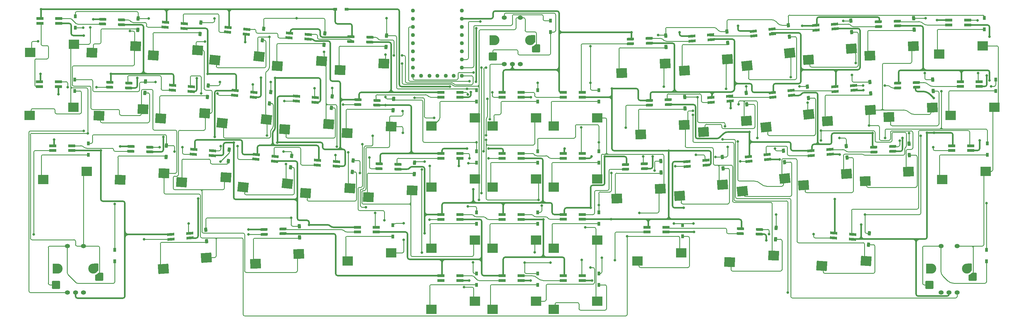
<source format=gbr>
G04 #@! TF.GenerationSoftware,KiCad,Pcbnew,7.0.9*
G04 #@! TF.CreationDate,2024-02-06T21:39:52+09:00*
G04 #@! TF.ProjectId,tijuana,74696a75-616e-4612-9e6b-696361645f70,rev?*
G04 #@! TF.SameCoordinates,Original*
G04 #@! TF.FileFunction,Copper,L2,Bot*
G04 #@! TF.FilePolarity,Positive*
%FSLAX46Y46*%
G04 Gerber Fmt 4.6, Leading zero omitted, Abs format (unit mm)*
G04 Created by KiCad (PCBNEW 7.0.9) date 2024-02-06 21:39:52*
%MOMM*%
%LPD*%
G01*
G04 APERTURE LIST*
G04 Aperture macros list*
%AMRoundRect*
0 Rectangle with rounded corners*
0 $1 Rounding radius*
0 $2 $3 $4 $5 $6 $7 $8 $9 X,Y pos of 4 corners*
0 Add a 4 corners polygon primitive as box body*
4,1,4,$2,$3,$4,$5,$6,$7,$8,$9,$2,$3,0*
0 Add four circle primitives for the rounded corners*
1,1,$1+$1,$2,$3*
1,1,$1+$1,$4,$5*
1,1,$1+$1,$6,$7*
1,1,$1+$1,$8,$9*
0 Add four rect primitives between the rounded corners*
20,1,$1+$1,$2,$3,$4,$5,0*
20,1,$1+$1,$4,$5,$6,$7,0*
20,1,$1+$1,$6,$7,$8,$9,0*
20,1,$1+$1,$8,$9,$2,$3,0*%
%AMRotRect*
0 Rectangle, with rotation*
0 The origin of the aperture is its center*
0 $1 length*
0 $2 width*
0 $3 Rotation angle, in degrees counterclockwise*
0 Add horizontal line*
21,1,$1,$2,0,0,$3*%
%AMFreePoly0*
4,1,22,1.150000,1.217000,1.242000,1.125000,1.275000,1.000000,1.275000,-0.378000,1.255000,-0.477000,1.196000,-0.560000,1.110000,-0.613000,0.807000,-0.752000,0.530000,-0.939000,0.287000,-1.167000,0.203000,-1.228000,0.102000,-1.250000,-1.025000,-1.250000,-1.150000,-1.217000,-1.242000,-1.125000,-1.275000,-1.000000,-1.275000,1.000000,-1.242000,1.125000,-1.150000,1.217000,-1.025000,1.250000,
1.025000,1.250000,1.150000,1.217000,1.150000,1.217000,$1*%
G04 Aperture macros list end*
G04 #@! TA.AperFunction,SMDPad,CuDef*
%ADD10R,0.950000X1.300000*%
G04 #@! TD*
G04 #@! TA.AperFunction,ComponentPad*
%ADD11O,1.600000X1.300000*%
G04 #@! TD*
G04 #@! TA.AperFunction,SMDPad,CuDef*
%ADD12RoundRect,0.249600X0.550400X0.900400X-0.550400X0.900400X-0.550400X-0.900400X0.550400X-0.900400X0*%
G04 #@! TD*
G04 #@! TA.AperFunction,ComponentPad*
%ADD13C,3.100000*%
G04 #@! TD*
G04 #@! TA.AperFunction,SMDPad,CuDef*
%ADD14RoundRect,0.249600X0.550400X1.300400X-0.550400X1.300400X-0.550400X-1.300400X0.550400X-1.300400X0*%
G04 #@! TD*
G04 #@! TA.AperFunction,SMDPad,CuDef*
%ADD15RoundRect,0.250000X1.025000X1.000000X-1.025000X1.000000X-1.025000X-1.000000X1.025000X-1.000000X0*%
G04 #@! TD*
G04 #@! TA.AperFunction,SMDPad,CuDef*
%ADD16FreePoly0,180.000000*%
G04 #@! TD*
G04 #@! TA.AperFunction,SMDPad,CuDef*
%ADD17R,3.300000X3.000000*%
G04 #@! TD*
G04 #@! TA.AperFunction,SMDPad,CuDef*
%ADD18R,2.200000X0.820000*%
G04 #@! TD*
G04 #@! TA.AperFunction,SMDPad,CuDef*
%ADD19RotRect,2.200000X0.820000X184.000000*%
G04 #@! TD*
G04 #@! TA.AperFunction,SMDPad,CuDef*
%ADD20RotRect,1.300000X0.950000X92.000000*%
G04 #@! TD*
G04 #@! TA.AperFunction,SMDPad,CuDef*
%ADD21RotRect,2.200000X0.820000X4.000000*%
G04 #@! TD*
G04 #@! TA.AperFunction,SMDPad,CuDef*
%ADD22RotRect,3.300000X3.000000X356.000000*%
G04 #@! TD*
G04 #@! TA.AperFunction,SMDPad,CuDef*
%ADD23RotRect,2.200000X0.820000X354.000000*%
G04 #@! TD*
G04 #@! TA.AperFunction,SMDPad,CuDef*
%ADD24RotRect,3.300000X3.000000X2.000000*%
G04 #@! TD*
G04 #@! TA.AperFunction,SMDPad,CuDef*
%ADD25RotRect,1.300000X0.950000X94.000000*%
G04 #@! TD*
G04 #@! TA.AperFunction,SMDPad,CuDef*
%ADD26RotRect,2.200000X0.820000X182.000000*%
G04 #@! TD*
G04 #@! TA.AperFunction,SMDPad,CuDef*
%ADD27RotRect,1.300000X0.950000X268.000000*%
G04 #@! TD*
G04 #@! TA.AperFunction,SMDPad,CuDef*
%ADD28RotRect,1.300000X0.950000X96.000000*%
G04 #@! TD*
G04 #@! TA.AperFunction,SMDPad,CuDef*
%ADD29RotRect,3.300000X3.000000X4.000000*%
G04 #@! TD*
G04 #@! TA.AperFunction,SMDPad,CuDef*
%ADD30RotRect,1.300000X0.950000X88.000000*%
G04 #@! TD*
G04 #@! TA.AperFunction,SMDPad,CuDef*
%ADD31RotRect,2.200000X0.820000X356.000000*%
G04 #@! TD*
G04 #@! TA.AperFunction,SMDPad,CuDef*
%ADD32RotRect,1.300000X0.950000X266.000000*%
G04 #@! TD*
G04 #@! TA.AperFunction,SMDPad,CuDef*
%ADD33RotRect,2.200000X0.820000X6.000000*%
G04 #@! TD*
G04 #@! TA.AperFunction,SMDPad,CuDef*
%ADD34RotRect,2.200000X0.820000X2.000000*%
G04 #@! TD*
G04 #@! TA.AperFunction,SMDPad,CuDef*
%ADD35RotRect,2.200000X0.820000X176.000000*%
G04 #@! TD*
G04 #@! TA.AperFunction,SMDPad,CuDef*
%ADD36RotRect,3.300000X3.000000X358.000000*%
G04 #@! TD*
G04 #@! TA.AperFunction,SMDPad,CuDef*
%ADD37RotRect,2.200000X0.820000X178.000000*%
G04 #@! TD*
G04 #@! TA.AperFunction,SMDPad,CuDef*
%ADD38RotRect,1.300000X0.950000X274.000000*%
G04 #@! TD*
G04 #@! TA.AperFunction,SMDPad,CuDef*
%ADD39RotRect,3.300000X3.000000X354.000000*%
G04 #@! TD*
G04 #@! TA.AperFunction,SMDPad,CuDef*
%ADD40RotRect,2.200000X0.820000X186.000000*%
G04 #@! TD*
G04 #@! TA.AperFunction,SMDPad,CuDef*
%ADD41RotRect,2.200000X0.820000X358.000000*%
G04 #@! TD*
G04 #@! TA.AperFunction,SMDPad,CuDef*
%ADD42RotRect,3.300000X3.000000X6.000000*%
G04 #@! TD*
G04 #@! TA.AperFunction,ComponentPad*
%ADD43C,1.250000*%
G04 #@! TD*
G04 #@! TA.AperFunction,SMDPad,CuDef*
%ADD44RotRect,2.200000X0.820000X174.000000*%
G04 #@! TD*
G04 #@! TA.AperFunction,SMDPad,CuDef*
%ADD45RotRect,1.300000X0.950000X264.000000*%
G04 #@! TD*
G04 #@! TA.AperFunction,SMDPad,CuDef*
%ADD46R,1.300000X0.950000*%
G04 #@! TD*
G04 #@! TA.AperFunction,SMDPad,CuDef*
%ADD47RotRect,1.300000X0.950000X272.000000*%
G04 #@! TD*
G04 #@! TA.AperFunction,SMDPad,CuDef*
%ADD48RotRect,1.300000X0.950000X86.000000*%
G04 #@! TD*
G04 #@! TA.AperFunction,ViaPad*
%ADD49C,0.800000*%
G04 #@! TD*
G04 #@! TA.AperFunction,Conductor*
%ADD50C,0.500000*%
G04 #@! TD*
G04 #@! TA.AperFunction,Conductor*
%ADD51C,0.250000*%
G04 #@! TD*
G04 APERTURE END LIST*
D10*
X198362700Y-66280000D03*
X198362700Y-62730000D03*
D11*
X32900000Y-106800000D03*
X37900000Y-106800000D03*
X35400000Y-106800000D03*
D12*
X41750000Y-98900000D03*
D13*
X40950000Y-99300000D03*
X29850000Y-99300000D03*
D14*
X29050000Y-99300000D03*
D11*
X32900000Y-92300000D03*
D15*
X29310000Y-104380000D03*
D16*
X42760000Y-101840000D03*
D11*
X37900000Y-92300000D03*
D17*
X178855900Y-109487200D03*
X165255900Y-112027200D03*
D18*
X314210100Y-61011500D03*
X308310100Y-61011500D03*
X308310100Y-62511500D03*
X314210100Y-62511500D03*
X193221600Y-82455800D03*
X187321600Y-82455800D03*
X187321600Y-83955800D03*
X193221600Y-83955800D03*
D19*
X271974904Y-44129255D03*
X277860531Y-43717691D03*
X277755896Y-42221345D03*
X271870269Y-42632909D03*
D20*
X295113547Y-63945419D03*
X294989653Y-60397581D03*
D21*
X271831596Y-23083645D03*
X265945969Y-23495209D03*
X266050604Y-24991555D03*
X271936231Y-24579991D03*
D22*
X73397981Y-31233801D03*
X59653928Y-32818926D03*
D23*
X90980236Y-44404568D03*
X85112556Y-43787850D03*
X84955764Y-45279632D03*
X90823444Y-45896350D03*
D18*
X310974500Y-42542900D03*
X316874500Y-42542900D03*
X316874500Y-41042900D03*
X310974500Y-41042900D03*
D10*
X179311500Y-81780700D03*
X179311500Y-85330700D03*
D22*
X120800681Y-74221801D03*
X107056628Y-75806926D03*
D24*
X302254302Y-49099727D03*
X288751232Y-52112813D03*
D25*
X238553918Y-28954676D03*
X238306282Y-25413324D03*
D26*
X291453871Y-43002597D03*
X297350278Y-42796689D03*
X297297929Y-41297603D03*
X291401522Y-41503511D03*
D18*
X129069400Y-86434100D03*
X123169400Y-86434100D03*
X123169400Y-87934100D03*
X129069400Y-87934100D03*
D10*
X319087500Y-97025000D03*
X319087500Y-93475000D03*
D27*
X134438147Y-46379581D03*
X134314253Y-49927419D03*
D28*
X256235038Y-66093876D03*
X255863962Y-62563324D03*
D17*
X34869900Y-29365400D03*
X21269900Y-31905400D03*
D29*
X244389024Y-53225330D03*
X230999334Y-56707830D03*
D22*
X114221681Y-54264701D03*
X100477628Y-55849826D03*
D27*
X141021847Y-66343281D03*
X140897953Y-69891119D03*
D22*
X281578981Y-96921301D03*
X267834928Y-98506426D03*
D29*
X76151424Y-95911930D03*
X62761734Y-99394430D03*
D17*
X321542300Y-49020000D03*
X307942300Y-51560000D03*
X178855900Y-52337200D03*
X165255900Y-54877200D03*
D20*
X302529247Y-43975219D03*
X302405353Y-40427381D03*
D30*
X253449853Y-90153019D03*
X253573747Y-86605181D03*
D31*
X71499831Y-42617809D03*
X65614204Y-42206245D03*
X65509569Y-43702591D03*
X71395196Y-44114155D03*
D32*
X76706418Y-42273924D03*
X76458782Y-45815276D03*
D18*
X168273600Y-103012500D03*
X174173600Y-103012500D03*
X174173600Y-101512500D03*
X168273600Y-101512500D03*
X28334900Y-62517300D03*
X34234900Y-62517300D03*
X34234900Y-61017300D03*
X28334900Y-61017300D03*
D33*
X250826744Y-63784550D03*
X244959064Y-64401268D03*
X245115856Y-65893050D03*
X250983536Y-65276332D03*
D21*
X233223796Y-26449045D03*
X227338169Y-26860609D03*
X227442804Y-28356955D03*
X233328431Y-27945391D03*
D34*
X214085229Y-27552403D03*
X208188822Y-27758311D03*
X208241171Y-29257397D03*
X214137578Y-29051489D03*
D27*
X57151247Y-40965281D03*
X57027353Y-44513119D03*
D35*
X72094269Y-63656091D03*
X77979896Y-64067655D03*
X78084531Y-62571309D03*
X72198904Y-62159745D03*
D34*
X289878529Y-61260403D03*
X283982122Y-61466311D03*
X284034471Y-62965397D03*
X289930878Y-62759489D03*
D10*
X224466900Y-89288700D03*
X224466900Y-85738700D03*
D20*
X219316747Y-30229019D03*
X219192853Y-26681181D03*
D36*
X62954221Y-69586830D03*
X49273861Y-71650649D03*
X56375221Y-49619730D03*
X42694861Y-51683549D03*
D17*
X133749600Y-94415300D03*
X120149600Y-96955300D03*
D37*
X129911122Y-68140689D03*
X135807529Y-68346597D03*
X135859878Y-66847511D03*
X129963471Y-66641603D03*
D10*
X35333300Y-20670300D03*
X35333300Y-24220300D03*
D38*
X76000982Y-87234624D03*
X76248618Y-90775976D03*
D18*
X24290300Y-22880100D03*
X30190300Y-22880100D03*
X30190300Y-21380100D03*
X24290300Y-21380100D03*
D35*
X271463969Y-89725691D03*
X277349596Y-90137255D03*
X277454231Y-88640909D03*
X271568604Y-88229345D03*
D37*
X52605822Y-62746389D03*
X58502229Y-62952297D03*
X58554578Y-61453211D03*
X52658171Y-61247303D03*
D28*
X257735138Y-26997076D03*
X257364062Y-23466524D03*
D39*
X92585605Y-33175004D03*
X78794604Y-34279502D03*
D24*
X219039502Y-35358827D03*
X205536432Y-38371913D03*
D10*
X319342100Y-63880900D03*
X319342100Y-60330900D03*
D36*
X133675221Y-55019730D03*
X119994861Y-57083549D03*
D32*
X113082418Y-26017924D03*
X112834782Y-29559276D03*
D40*
X252556956Y-45932350D03*
X258424636Y-45315632D03*
X258267844Y-43823850D03*
X252400164Y-44440568D03*
D21*
X270333596Y-62187245D03*
X264447969Y-62598809D03*
X264552604Y-64095155D03*
X270438231Y-63683591D03*
D19*
X233378204Y-47507155D03*
X239263831Y-47095591D03*
X239159196Y-45599245D03*
X233273569Y-46010809D03*
D17*
X178855900Y-90437200D03*
X165255900Y-92977200D03*
D29*
X236950624Y-73182430D03*
X223560934Y-76664930D03*
D31*
X110112131Y-45981909D03*
X104226504Y-45570345D03*
X104121869Y-47066691D03*
X110007496Y-47478255D03*
D18*
X187329300Y-64914500D03*
X193229300Y-64914500D03*
X193229300Y-63414500D03*
X187329300Y-63414500D03*
X174175000Y-82457300D03*
X168275000Y-82457300D03*
X168275000Y-83957300D03*
X174175000Y-83957300D03*
D10*
X321999700Y-43914000D03*
X321999700Y-40364000D03*
D24*
X217524302Y-74459727D03*
X204021232Y-77472813D03*
D36*
X140254221Y-74979730D03*
X126573861Y-77043549D03*
D27*
X132235347Y-26710781D03*
X132111453Y-30258619D03*
D17*
X197905900Y-52337200D03*
X184305900Y-54877200D03*
D41*
X51980578Y-41482211D03*
X46084171Y-41276303D03*
X46031822Y-42775389D03*
X51928229Y-42981297D03*
D26*
X214155471Y-48393397D03*
X220051878Y-48187489D03*
X219999529Y-46688403D03*
X214103122Y-46894311D03*
D42*
X263753472Y-51268429D03*
X250493476Y-55216102D03*
D29*
X282987224Y-49855330D03*
X269597534Y-53337830D03*
D17*
X159805900Y-52337200D03*
X146205900Y-54877200D03*
D24*
X294839302Y-69066827D03*
X281336232Y-72079913D03*
D22*
X82200681Y-70851801D03*
X68456628Y-72436926D03*
D17*
X197905900Y-71387200D03*
X184305900Y-73927200D03*
D10*
X160265600Y-62722400D03*
X160265600Y-66272400D03*
D18*
X30035900Y-41055100D03*
X24135900Y-41055100D03*
X24135900Y-42555100D03*
X30035900Y-42555100D03*
D42*
X257816872Y-32127529D03*
X244556876Y-36075202D03*
D17*
X318887900Y-68988400D03*
X305287900Y-71528400D03*
D34*
X99977329Y-86943803D03*
X94080922Y-87149711D03*
X94133271Y-88648797D03*
X100029678Y-88442889D03*
D18*
X168268400Y-64914400D03*
X174168400Y-64914400D03*
X174168400Y-63414400D03*
X168268400Y-63414400D03*
D43*
X140520000Y-18920000D03*
X140520000Y-21440000D03*
X140520000Y-23980000D03*
X140520000Y-26510000D03*
X140520000Y-29060000D03*
X140520000Y-31600000D03*
X140520000Y-34140000D03*
X140520000Y-36680000D03*
X140520000Y-39220000D03*
X143060000Y-39220000D03*
X145610000Y-39220000D03*
X148140334Y-39220000D03*
X150690334Y-39220000D03*
X153220000Y-39220000D03*
X155760000Y-39204341D03*
X155760000Y-36680000D03*
X155760000Y-34140000D03*
X155760000Y-31600000D03*
X155760000Y-29060000D03*
X155760000Y-26510000D03*
X155760000Y-23980000D03*
X155760000Y-21440000D03*
X155760000Y-18920000D03*
D36*
X131461521Y-35368830D03*
X117781161Y-37432649D03*
D18*
X155132000Y-44363500D03*
X149232000Y-44363500D03*
X149232000Y-45863500D03*
X155132000Y-45863500D03*
D10*
X179319200Y-47221800D03*
X179319200Y-43671800D03*
D25*
X275656718Y-64681576D03*
X275409082Y-61140224D03*
D37*
X43796322Y-23080189D03*
X49692729Y-23286097D03*
X49745078Y-21787011D03*
X43848671Y-21581103D03*
D44*
X82734464Y-25618732D03*
X88602144Y-26235450D03*
X88758936Y-24743668D03*
X82891256Y-24126950D03*
D35*
X63288469Y-24025291D03*
X69174096Y-24436855D03*
X69278731Y-22940509D03*
X63393104Y-22528945D03*
D10*
X198368800Y-47230900D03*
X198368800Y-43680900D03*
D17*
X34715900Y-49031300D03*
X21115900Y-51571300D03*
D10*
X160266200Y-100830900D03*
X160266200Y-104380900D03*
D25*
X237049418Y-68056976D03*
X236801782Y-64515624D03*
D24*
X104935102Y-94746327D03*
X91432032Y-97759413D03*
D37*
X242461522Y-88399089D03*
X248357929Y-88604997D03*
X248410278Y-87105911D03*
X242513871Y-86900003D03*
D18*
X149227800Y-64914600D03*
X155127800Y-64914600D03*
X155127800Y-63414600D03*
X149227800Y-63414600D03*
D25*
X283087318Y-44729576D03*
X282839682Y-41188224D03*
D37*
X121115422Y-28517089D03*
X127011829Y-28722997D03*
X127064178Y-27223911D03*
X121167771Y-27018003D03*
D18*
X174171200Y-44365900D03*
X168271200Y-44365900D03*
X168271200Y-45865900D03*
X174171200Y-45865900D03*
X313295900Y-21894100D03*
X307395900Y-21894100D03*
X307395900Y-23394100D03*
X313295900Y-23394100D03*
D21*
X70932296Y-88284545D03*
X65046669Y-88696109D03*
X65151304Y-90192455D03*
X71036931Y-89780891D03*
D44*
X91537764Y-65242632D03*
X97405444Y-65859350D03*
X97562236Y-64367568D03*
X91694556Y-63750850D03*
D18*
X149223100Y-103013800D03*
X155123100Y-103013800D03*
X155123100Y-101513800D03*
X149223100Y-101513800D03*
D10*
X179320400Y-66279400D03*
X179320400Y-62729400D03*
D39*
X94809305Y-52825904D03*
X81018304Y-53930402D03*
X101388305Y-72783004D03*
X87597304Y-73887502D03*
D10*
X35176700Y-40372500D03*
X35176700Y-43922500D03*
X39382700Y-60329100D03*
X39382700Y-63879100D03*
D29*
X238454324Y-34084430D03*
X225064634Y-37566930D03*
D18*
X155122900Y-82464800D03*
X149222900Y-82464800D03*
X149222900Y-83964800D03*
X155122900Y-83964800D03*
D45*
X102755738Y-64218224D03*
X102384662Y-67748776D03*
D46*
X116280200Y-18441400D03*
X119830200Y-18441400D03*
D10*
X134204100Y-85755700D03*
X134204100Y-89305700D03*
D28*
X263671338Y-46136476D03*
X263300262Y-42605924D03*
D25*
X277143618Y-25575476D03*
X276895982Y-22034124D03*
D17*
X197905900Y-90437200D03*
X184305900Y-92977200D03*
D34*
X212567729Y-66658503D03*
X206671322Y-66864411D03*
X206723671Y-68363497D03*
X212620078Y-68157589D03*
D47*
X105093153Y-86078681D03*
X105217047Y-89626519D03*
D41*
X129274878Y-46887411D03*
X123378471Y-46681503D03*
X123326122Y-48180589D03*
X129222529Y-48386497D03*
D18*
X193223700Y-44364900D03*
X187323700Y-44364900D03*
X187323700Y-45864900D03*
X193223700Y-45864900D03*
D45*
X93969938Y-24603524D03*
X93598862Y-28134076D03*
D18*
X213418100Y-87917700D03*
X219318100Y-87917700D03*
X219318100Y-86417700D03*
X213418100Y-86417700D03*
D10*
X179322700Y-100832700D03*
X179322700Y-104382700D03*
D17*
X38915900Y-68988400D03*
X25315900Y-71528400D03*
D36*
X252812521Y-95240330D03*
X239132161Y-97304149D03*
D32*
X121877318Y-65620724D03*
X121629682Y-69162076D03*
X74461218Y-22641324D03*
X74213582Y-26182676D03*
D42*
X256317672Y-71225529D03*
X243057676Y-75173202D03*
D35*
X101904269Y-27397591D03*
X107789896Y-27809155D03*
X107894531Y-26312809D03*
X102008904Y-25901245D03*
D24*
X296313802Y-29952827D03*
X282810732Y-32965913D03*
X224959202Y-54499727D03*
X211456132Y-57512813D03*
D32*
X115292818Y-45650424D03*
X115045182Y-49191776D03*
D25*
X244490418Y-48097776D03*
X244242782Y-44556424D03*
D29*
X277048324Y-30704430D03*
X263658634Y-34186930D03*
D10*
X160281100Y-43674200D03*
X160281100Y-47224200D03*
X160266600Y-81778900D03*
X160266600Y-85328900D03*
D17*
X224007100Y-94396000D03*
X210407100Y-96936000D03*
D29*
X275560624Y-69812430D03*
X262170934Y-73294930D03*
D20*
X225236547Y-49382119D03*
X225112653Y-45834281D03*
D22*
X75621681Y-50894701D03*
X61877628Y-52479826D03*
D10*
X198366700Y-85325100D03*
X198366700Y-81775100D03*
D17*
X159805900Y-90437200D03*
X146205900Y-92977200D03*
X178855900Y-71387200D03*
X165255900Y-73927200D03*
D32*
X83274618Y-62243224D03*
X83026982Y-65784576D03*
D10*
X198362800Y-104378200D03*
X198362800Y-100828200D03*
D22*
X112007981Y-34613801D03*
X98263928Y-36198926D03*
D10*
X183356300Y-22037500D03*
X183356300Y-25587500D03*
D17*
X159805900Y-71387200D03*
X146205900Y-73927200D03*
D27*
X54905947Y-21315381D03*
X54782053Y-24863219D03*
D35*
X110693469Y-67025591D03*
X116579096Y-67437155D03*
X116683731Y-65940809D03*
X110798104Y-65529245D03*
D11*
X304975600Y-106800000D03*
X309975600Y-106800000D03*
X307475600Y-106800000D03*
D12*
X313825600Y-98900000D03*
D13*
X313025600Y-99300000D03*
X301925600Y-99300000D03*
D14*
X301125600Y-99300000D03*
D11*
X304975600Y-92300000D03*
D15*
X301385600Y-104380000D03*
D16*
X314835600Y-101840000D03*
D11*
X309975600Y-92300000D03*
X168950000Y-35600000D03*
X173950000Y-35600000D03*
X171450000Y-35600000D03*
D12*
X177800000Y-27700000D03*
D13*
X177000000Y-28100000D03*
X165900000Y-28100000D03*
D14*
X165100000Y-28100000D03*
D11*
X168950000Y-21100000D03*
D15*
X165360000Y-33180000D03*
D16*
X178810000Y-30640000D03*
D11*
X173950000Y-21100000D03*
D27*
X63715647Y-60944181D03*
X63591753Y-64492019D03*
D20*
X296591947Y-24834519D03*
X296468053Y-21286681D03*
D48*
X282390082Y-91861876D03*
X282637718Y-88320524D03*
D17*
X317982700Y-29875400D03*
X304382700Y-32415400D03*
D18*
X187321700Y-103011100D03*
X193221700Y-103011100D03*
X193221700Y-101511100D03*
X187321700Y-101511100D03*
D33*
X252347244Y-24681850D03*
X246479564Y-25298568D03*
X246636356Y-26790350D03*
X252504036Y-26173632D03*
D36*
X54149521Y-29962830D03*
X40469161Y-32026649D03*
D10*
X318439700Y-24767900D03*
X318439700Y-21217900D03*
D45*
X96174438Y-44280924D03*
X95803362Y-47811476D03*
D21*
X231726096Y-65553145D03*
X225840469Y-65964709D03*
X225945104Y-67461055D03*
X231830731Y-67049491D03*
D17*
X159805900Y-109487200D03*
X146205900Y-112027200D03*
X197905900Y-109487200D03*
X184305900Y-112027200D03*
D34*
X291355829Y-22151303D03*
X285459422Y-22357211D03*
X285511771Y-23856297D03*
X291408178Y-23650389D03*
D20*
X217803347Y-69342419D03*
X217679453Y-65794581D03*
D10*
X47625000Y-93475000D03*
X47625000Y-97025000D03*
D49*
X202162521Y-83906500D03*
X177249642Y-45864922D03*
X24663766Y-18454507D03*
X40934319Y-21584553D03*
X157338000Y-61862000D03*
X316989920Y-59339150D03*
X93163629Y-39843309D03*
X73166000Y-39935116D03*
X187690607Y-61862000D03*
X181095000Y-83957300D03*
X220187013Y-62576600D03*
X215135000Y-64364495D03*
X273387727Y-63732305D03*
X292951649Y-58598500D03*
X320077100Y-40611100D03*
X30067567Y-44930020D03*
X254659093Y-65302140D03*
X28684900Y-59114300D03*
X97581753Y-39884712D03*
X202483991Y-43181581D03*
X271917800Y-77611000D03*
X320082245Y-26978453D03*
X158485597Y-44291609D03*
X131937313Y-48378396D03*
X54644427Y-39877000D03*
X73576200Y-77488100D03*
X164003700Y-61862000D03*
X49291816Y-61259500D03*
X160174200Y-24370900D03*
X160140676Y-41112348D03*
X152003002Y-42575500D03*
X78648091Y-21305395D03*
X179325761Y-41403513D03*
X58182707Y-21312450D03*
X216820459Y-26517700D03*
X157320000Y-43300000D03*
X104223370Y-21298033D03*
X277259082Y-38927186D03*
X195750700Y-29996900D03*
X132236922Y-21295540D03*
X195756311Y-41399189D03*
X37755645Y-24225372D03*
X23714900Y-28481660D03*
X131925870Y-45832400D03*
X260917241Y-42545376D03*
X60264972Y-41188861D03*
X80338639Y-41188861D03*
X198362797Y-59961300D03*
X96188516Y-41182022D03*
X237676500Y-54941800D03*
X115292800Y-43011900D03*
X160272011Y-59951147D03*
X320584173Y-42480473D03*
X294991730Y-57100131D03*
X229100319Y-45859225D03*
X244256452Y-42545376D03*
X180585000Y-79654700D03*
X238525237Y-61410300D03*
X198368300Y-79501471D03*
X144149797Y-65940247D03*
X287540400Y-58609600D03*
X253233680Y-61859300D03*
X202312800Y-69497800D03*
X215759673Y-68753400D03*
X234753400Y-64566206D03*
X300200000Y-21300000D03*
X80543822Y-65975500D03*
X100186712Y-62830355D03*
X163296668Y-36654970D03*
X305053600Y-44050347D03*
X162507100Y-62711500D03*
X66217210Y-62834941D03*
X123987417Y-69480900D03*
X273324977Y-58607010D03*
X319087500Y-78922100D03*
X161829912Y-36655232D03*
X161779950Y-75761652D03*
X47625000Y-79201300D03*
X183315800Y-97475015D03*
X298674500Y-57879840D03*
X227894591Y-85251903D03*
X157579305Y-79928211D03*
X159207436Y-97407245D03*
X221723500Y-85241000D03*
X281288642Y-82488272D03*
X299926291Y-38324500D03*
X137562587Y-85189945D03*
X161443006Y-22269500D03*
X175264344Y-97448858D03*
X199347600Y-95928700D03*
X274467940Y-22139794D03*
X102524210Y-83509955D03*
X253576412Y-82459356D03*
X157787286Y-66432899D03*
X145730938Y-67300000D03*
X177162988Y-103018436D03*
X280754244Y-43729100D03*
X88254896Y-28695974D03*
X303715200Y-21882823D03*
X78790444Y-58284860D03*
X195847600Y-80378800D03*
X196281400Y-103014937D03*
X43285427Y-62520034D03*
X224824593Y-80383979D03*
X223520444Y-25637184D03*
X76556021Y-38577500D03*
X62725927Y-58296263D03*
X158048981Y-103021432D03*
X200227328Y-64364495D03*
X196112797Y-64331561D03*
X261693750Y-23621400D03*
X208538600Y-25668200D03*
X154775695Y-67292509D03*
X245306262Y-56699500D03*
X37932074Y-26644144D03*
X46434000Y-38577500D03*
X241703975Y-23621400D03*
X228014262Y-87915137D03*
X280070183Y-85605086D03*
X300620800Y-56975100D03*
X250546484Y-90479689D03*
X319227600Y-39166300D03*
X89228049Y-87150542D03*
X108159205Y-85668902D03*
X302723400Y-46187837D03*
X302745083Y-56972800D03*
X283675500Y-57100000D03*
X24485900Y-38577500D03*
X239428045Y-49324858D03*
X98273720Y-60075308D03*
X159273900Y-74606133D03*
X144105900Y-88349704D03*
X84662687Y-60032795D03*
X137102800Y-32858820D03*
X134562070Y-32864108D03*
X32921790Y-42774849D03*
X41922000Y-42792354D03*
X74519930Y-44701800D03*
X79618400Y-44696562D03*
X90632200Y-41913361D03*
X100396451Y-47088793D03*
X109800165Y-43120875D03*
X118691300Y-48207180D03*
X165169300Y-44365736D03*
X157592627Y-45014000D03*
X316515770Y-38324500D03*
X316300000Y-21900000D03*
X287449200Y-42252437D03*
X280707261Y-42252437D03*
X192888083Y-55336828D03*
X206779248Y-55403617D03*
X158116318Y-64916778D03*
X164003700Y-64916778D03*
X116341114Y-63961128D03*
X126955415Y-64693600D03*
X85899887Y-61112304D03*
X80658700Y-61114953D03*
X61586152Y-61441000D03*
X68709380Y-61446040D03*
X22407255Y-88694770D03*
X56728213Y-90159589D03*
X70609288Y-85301771D03*
X89228049Y-88639587D03*
X128708497Y-81931900D03*
X145638400Y-84080400D03*
X222208100Y-67438011D03*
X212228789Y-64364495D03*
X228629054Y-63842200D03*
X242382200Y-65853458D03*
X302510706Y-61473677D03*
X292102149Y-59448000D03*
X251436300Y-88563200D03*
X265282468Y-88563200D03*
X193053470Y-96653200D03*
X203418800Y-96665800D03*
X194198115Y-86462264D03*
X179619300Y-77926900D03*
X40006400Y-24143700D03*
X163283844Y-59200034D03*
X39199119Y-57126600D03*
X125859938Y-80182383D03*
X127943000Y-57935600D03*
X37947000Y-56402100D03*
X211002200Y-81989800D03*
X207224200Y-89239300D03*
X52332489Y-25272200D03*
X158122656Y-40943380D03*
X75695700Y-28536486D03*
X227665100Y-50148341D03*
X218597451Y-42625783D03*
X100940800Y-66697000D03*
X241657700Y-59707450D03*
X241923314Y-48114389D03*
X95769625Y-27111300D03*
X95046615Y-57851100D03*
X247728968Y-58598500D03*
X131564001Y-84234455D03*
X124711917Y-60549994D03*
X237994391Y-43269876D03*
X137628305Y-90358074D03*
X267589907Y-59319085D03*
X267581700Y-56352800D03*
X278401100Y-35244700D03*
X112776476Y-31754061D03*
X156361500Y-105082100D03*
X143256400Y-68396728D03*
X263406600Y-47632500D03*
X116749000Y-61276200D03*
X143243338Y-94289400D03*
X120351800Y-63118654D03*
X258155520Y-39652900D03*
X137294460Y-50230286D03*
X137339000Y-56985300D03*
X282545337Y-54682080D03*
X131915154Y-32635782D03*
X161013800Y-77894300D03*
X195770800Y-98972700D03*
X137122699Y-35414938D03*
X178405900Y-94271100D03*
X159324700Y-38162100D03*
X141020000Y-46048400D03*
X147116321Y-52318064D03*
X164444800Y-52736400D03*
X163720300Y-46369500D03*
X236936400Y-59055600D03*
X163279200Y-57710500D03*
X227665100Y-51386588D03*
X257277300Y-106800000D03*
D50*
X173825000Y-83957300D02*
X181095000Y-83957300D01*
X221130358Y-83906500D02*
X242087307Y-83906500D01*
X232979300Y-27821400D02*
X240027045Y-27821400D01*
X215083461Y-44260800D02*
X220988532Y-44260800D01*
X154782000Y-45863500D02*
X157857573Y-45863500D01*
X73582993Y-77494893D02*
X73582993Y-89177875D01*
X130313300Y-64043474D02*
X130313300Y-66653800D01*
X87323203Y-63158794D02*
X87323200Y-59812712D01*
X252748247Y-44403983D02*
X246706286Y-44403983D01*
X220167100Y-62997834D02*
X220167100Y-82943242D01*
X300427341Y-37475000D02*
X298454481Y-37475000D01*
X272219400Y-42608500D02*
X272219400Y-38296722D01*
X180042249Y-95758100D02*
X182024157Y-95758100D01*
X219157168Y-83906500D02*
X219306979Y-83906505D01*
X311324500Y-41042900D02*
X311324500Y-38471048D01*
X220167795Y-62595818D02*
X220167795Y-62991183D01*
X220187013Y-62576600D02*
X220167795Y-62595818D01*
X319447693Y-37475000D02*
X312320548Y-37475000D01*
X279088001Y-37313800D02*
X273202322Y-37313800D01*
X150525173Y-96436862D02*
X160941199Y-96436862D01*
X128719400Y-87934100D02*
X138168398Y-87934100D01*
X299394987Y-24292703D02*
X299394987Y-36442646D01*
X279717400Y-25071217D02*
X279717400Y-36684401D01*
X214828198Y-83906500D02*
X214735863Y-83906500D01*
X240656600Y-28450955D02*
X240656600Y-40641209D01*
X187679300Y-63414500D02*
X187679300Y-61873307D01*
X161907600Y-97462704D02*
X161907600Y-100884619D01*
X232674231Y-67073900D02*
X231481600Y-67073900D01*
X131951954Y-48363755D02*
X139379505Y-48363755D01*
X177248664Y-45865900D02*
X173821200Y-45865900D01*
X271587100Y-24604400D02*
X271587100Y-24442200D01*
X233622716Y-45986394D02*
X233622716Y-45139458D01*
X63742300Y-22553400D02*
X63742300Y-19403179D01*
X181095000Y-94828943D02*
X181095000Y-83957300D01*
X316989920Y-59339150D02*
X316989920Y-61881530D01*
X161907600Y-84594391D02*
X161907600Y-95470461D01*
X213787800Y-29063700D02*
X221339999Y-29063700D01*
X233303700Y-63205890D02*
X233303700Y-66444431D01*
X112238522Y-27151200D02*
X121396576Y-27151200D01*
X44198500Y-21593300D02*
X40943066Y-21593300D01*
X202483991Y-46929778D02*
X202483991Y-44964287D01*
X192873700Y-45864900D02*
X201583378Y-45864900D01*
X54014621Y-42993220D02*
X51602580Y-42993220D01*
X111609668Y-25315073D02*
X111609668Y-26522346D01*
X182024157Y-95758100D02*
X187041561Y-95758100D01*
X131933217Y-48374300D02*
X128872700Y-48374300D01*
X215133808Y-64365687D02*
X215133808Y-67611906D01*
X71046049Y-44089740D02*
X72537788Y-44089740D01*
X97556200Y-39910265D02*
X97556200Y-55427328D01*
X291751300Y-38104413D02*
X291751300Y-41491300D01*
X177249642Y-45864922D02*
X177248664Y-45865900D01*
X92533838Y-45859800D02*
X90475400Y-45859800D01*
X72955568Y-89805300D02*
X70687800Y-89805300D01*
X154772900Y-83964800D02*
X161278009Y-83964800D01*
X320077100Y-40611100D02*
X320077100Y-38104407D01*
X214828198Y-83906500D02*
X219157168Y-83906500D01*
X73166000Y-39935116D02*
X73166000Y-43461528D01*
X62734773Y-18441400D02*
X64704079Y-18441400D01*
X202162521Y-83906500D02*
X212835138Y-83906500D01*
X252156000Y-26210200D02*
X252156000Y-25845700D01*
X97581753Y-39884712D02*
X111060357Y-39884712D01*
X214452900Y-46882100D02*
X214452900Y-44891361D01*
X24640300Y-21380100D02*
X24640300Y-18477973D01*
X162535481Y-101512500D02*
X168623600Y-101512500D01*
X140941384Y-63414600D02*
X138963196Y-63414600D01*
X312320548Y-37475000D02*
X311324500Y-37475000D01*
X202483991Y-44964287D02*
X202483991Y-43181581D01*
X110518035Y-60924808D02*
X97820330Y-60924808D01*
X54644427Y-39877000D02*
X54644427Y-42363414D01*
X271209173Y-37313800D02*
X262274526Y-37313800D01*
X116425800Y-100885398D02*
X116425800Y-89085356D01*
X261300900Y-37313800D02*
X261300900Y-38287426D01*
X30067567Y-44930020D02*
X30067567Y-42936767D01*
X83239300Y-24163500D02*
X83239300Y-19389203D01*
X312945900Y-23394100D02*
X319451534Y-23394100D01*
X222960547Y-44260800D02*
X232744058Y-44260800D01*
X220187013Y-62576600D02*
X232674410Y-62576600D01*
X192920900Y-83906500D02*
X202162521Y-83906500D01*
X215135000Y-64364495D02*
X215133808Y-64365687D01*
X52663246Y-42969100D02*
X51578400Y-42969100D01*
X149573100Y-101513800D02*
X149573100Y-97388935D01*
X139426986Y-96436862D02*
X148531000Y-96436862D01*
X149577800Y-63414600D02*
X140941384Y-63414600D01*
X131937313Y-48378396D02*
X131951954Y-48363755D01*
X121517573Y-23637540D02*
X121517558Y-27030218D01*
X210021741Y-43181581D02*
X202483991Y-43181581D01*
X213768100Y-86417700D02*
X213768100Y-84874266D01*
X233622716Y-45986394D02*
X233622716Y-45358764D01*
X148531000Y-96436862D02*
X150525173Y-96436862D01*
X291058400Y-23662600D02*
X298764884Y-23662600D01*
X202483991Y-61947989D02*
X202483991Y-46929778D01*
X149573100Y-101513800D02*
X117054202Y-101513800D01*
X138963196Y-63414600D02*
X139015049Y-63414600D01*
X254657875Y-65303358D02*
X250645012Y-65303358D01*
X92042639Y-63787435D02*
X87951845Y-63787435D01*
X140007900Y-48992150D02*
X140007900Y-62481116D01*
X219157168Y-83906500D02*
X221130358Y-83906500D01*
X254659093Y-65302140D02*
X254657875Y-65303358D01*
X210649141Y-46252041D02*
X210649163Y-43809008D01*
X72548100Y-59812072D02*
X72548100Y-62184200D01*
X252748200Y-42279078D02*
X252748200Y-44404000D01*
X93163629Y-39843309D02*
X93163629Y-45230009D01*
X240656600Y-40641209D02*
X240656600Y-41649700D01*
X168618400Y-62490917D02*
X168618400Y-63414400D01*
X214506416Y-68169800D02*
X212270300Y-68169800D01*
X234720680Y-44260800D02*
X239588796Y-44260800D01*
X164003700Y-61862000D02*
X167989483Y-61862000D01*
X298454481Y-37475000D02*
X292380713Y-37475000D01*
X270089100Y-63708000D02*
X273363422Y-63708000D01*
X138963196Y-63414600D02*
X130942174Y-63414600D01*
X261300900Y-38287426D02*
X261300900Y-41020105D01*
X115795544Y-88455100D02*
X99679900Y-88455100D01*
X316359950Y-62511500D02*
X313860100Y-62511500D01*
X96822567Y-57065620D02*
X96822567Y-59938664D01*
X260671305Y-41649700D02*
X253377578Y-41649700D01*
X102358100Y-25925700D02*
X102358100Y-25314134D01*
X149577800Y-63414600D02*
X149577800Y-62488699D01*
X187671700Y-96388239D02*
X187671700Y-101511100D01*
X180042249Y-95758100D02*
X180122529Y-95758096D01*
X131937313Y-48378396D02*
X131933217Y-48374300D01*
X49291816Y-61259500D02*
X53008000Y-61259500D01*
X271587100Y-24442200D02*
X279088383Y-24442200D01*
X62734773Y-18441400D02*
X24676873Y-18441400D01*
X212835138Y-83906500D02*
X214828198Y-83906500D01*
X240656600Y-42609643D02*
X240656600Y-41649700D01*
X111689800Y-40514155D02*
X111689800Y-46824444D01*
X320082245Y-24024811D02*
X320082245Y-26978453D01*
X310330262Y-37475000D02*
X311324500Y-37475000D01*
X273202322Y-37313800D02*
X272219400Y-37313800D01*
X95836423Y-60924808D02*
X92672537Y-60924808D01*
X289581100Y-62771700D02*
X292322662Y-62771700D01*
X232979300Y-27969800D02*
X232979300Y-27821400D01*
X82291497Y-18441400D02*
X84276747Y-18441400D01*
X232744058Y-44260800D02*
X234720680Y-44260800D01*
X84276747Y-18441400D02*
X116280200Y-18441400D01*
X169254609Y-95758100D02*
X180042249Y-95758100D01*
X111147300Y-65553700D02*
X111147300Y-61554073D01*
X64704079Y-18441400D02*
X82291497Y-18441400D01*
X246077461Y-43775143D02*
X246077498Y-42279764D01*
X220187013Y-62576600D02*
X203112602Y-62576600D01*
X261300900Y-26475026D02*
X261300900Y-36296169D01*
X111060444Y-47453800D02*
X109658300Y-47453800D01*
X86693783Y-59183295D02*
X73176877Y-59183295D01*
X138798898Y-88564600D02*
X138798898Y-95808774D01*
X292951649Y-62142713D02*
X292951649Y-58598500D01*
X102986934Y-24685300D02*
X110979895Y-24685300D01*
X261300900Y-36296169D02*
X261300900Y-37313800D01*
X150204499Y-61862000D02*
X157338000Y-61862000D01*
X97236658Y-56198741D02*
X97142760Y-56292634D01*
X116280200Y-18441400D02*
X116280200Y-22379103D01*
X240656600Y-43192996D02*
X240656600Y-42609643D01*
X97820330Y-60924808D02*
X95836423Y-60924808D01*
X310330262Y-37475000D02*
X300427341Y-37475000D01*
X245447450Y-41649700D02*
X241665091Y-41649700D01*
X214452909Y-46882096D02*
X211279190Y-46882096D01*
X220988532Y-44260800D02*
X222960547Y-44260800D01*
X271917800Y-88253800D02*
X271917800Y-77611000D01*
X92042600Y-61554745D02*
X92042600Y-63787396D01*
X221969343Y-29693044D02*
X221969343Y-43279989D01*
X158485597Y-45305255D02*
X158485597Y-44291609D01*
X168623600Y-96389109D02*
X168623600Y-101512500D01*
X161907600Y-95470461D02*
X161907600Y-97462704D01*
X272219400Y-37313800D02*
X271209173Y-37313800D01*
X116908727Y-23007630D02*
X120887666Y-23007630D01*
X28684900Y-61017300D02*
X28684900Y-59114300D01*
X242863700Y-84682893D02*
X242863700Y-86912200D01*
X252156000Y-25845700D02*
X260671574Y-25845700D01*
X84276747Y-18441400D02*
G75*
G03*
X83239300Y-19478847I-47J-1037400D01*
G01*
X233303700Y-63205890D02*
G75*
G03*
X232674410Y-62576600I-629300J-10D01*
G01*
X273202322Y-37313800D02*
G75*
G03*
X272219400Y-38296722I-22J-982900D01*
G01*
X30067600Y-42936767D02*
G75*
G03*
X29685900Y-42555100I-381700J-33D01*
G01*
X140007845Y-48992150D02*
G75*
G03*
X139379505Y-48363755I-628445J-50D01*
G01*
X63742300Y-19448927D02*
G75*
G03*
X62734773Y-18441400I-1007500J27D01*
G01*
X92042603Y-63787403D02*
G75*
G03*
X92042600Y-63787396I-3J3D01*
G01*
X219306979Y-83906505D02*
G75*
G03*
X220167105Y-83046379I21J860105D01*
G01*
X160941199Y-96436900D02*
G75*
G03*
X161907600Y-95470461I1J966400D01*
G01*
X149573138Y-97478962D02*
G75*
G03*
X148531000Y-96436862I-1042138J-38D01*
G01*
X161907638Y-97462704D02*
G75*
G03*
X160881758Y-96436862I-1025838J4D01*
G01*
X97142731Y-56292605D02*
G75*
G03*
X96822567Y-57065620I773069J-772995D01*
G01*
X24663766Y-18454500D02*
G75*
G03*
X24640300Y-18477973I34J-23500D01*
G01*
X215083461Y-44260800D02*
G75*
G03*
X214452900Y-44891361I39J-630600D01*
G01*
X316359950Y-62511520D02*
G75*
G03*
X316989920Y-61881530I-50J630020D01*
G01*
X150525173Y-96436800D02*
G75*
G03*
X149573100Y-97388935I27J-952100D01*
G01*
X72537788Y-44089700D02*
G75*
G03*
X73166000Y-43461528I12J628200D01*
G01*
X320082200Y-24024811D02*
G75*
G03*
X319451534Y-23394100I-630700J11D01*
G01*
X54014621Y-42993227D02*
G75*
G03*
X54644427Y-42363414I-21J629827D01*
G01*
X138798900Y-88564600D02*
G75*
G03*
X138168398Y-87934100I-630500J0D01*
G01*
X83239300Y-19389203D02*
G75*
G03*
X82291497Y-18441400I-947800J3D01*
G01*
X87323165Y-63158794D02*
G75*
G03*
X87951845Y-63787435I628635J-6D01*
G01*
X96822492Y-59927045D02*
G75*
G03*
X97820330Y-60924808I997808J45D01*
G01*
X87323205Y-59812712D02*
G75*
G03*
X86693783Y-59183295I-629405J12D01*
G01*
X97581753Y-39884700D02*
G75*
G03*
X97556200Y-39910265I47J-25600D01*
G01*
X102986934Y-24685300D02*
G75*
G03*
X102358100Y-25314134I-34J-628800D01*
G01*
X139015049Y-63414600D02*
G75*
G03*
X140007900Y-62421749I51J992800D01*
G01*
X181095000Y-94828943D02*
G75*
G03*
X182024157Y-95758100I929200J43D01*
G01*
X95836423Y-60924867D02*
G75*
G03*
X96822567Y-59938664I-23J986167D01*
G01*
X202484000Y-61947989D02*
G75*
G03*
X203112602Y-62576600I628600J-11D01*
G01*
X73583000Y-77494893D02*
G75*
G03*
X73576200Y-77488100I-6800J-7D01*
G01*
X272219400Y-38324027D02*
G75*
G03*
X271209173Y-37313800I-1010200J27D01*
G01*
X180122529Y-95758096D02*
G75*
G03*
X181094996Y-94785629I-29J972496D01*
G01*
X111609600Y-26522346D02*
G75*
G03*
X112238522Y-27151200I628900J46D01*
G01*
X64704079Y-18441400D02*
G75*
G03*
X63742300Y-19403179I21J-961800D01*
G01*
X111689888Y-40514155D02*
G75*
G03*
X111060357Y-39884712I-629488J-45D01*
G01*
X220988532Y-44260843D02*
G75*
G03*
X221969343Y-43279989I-32J980843D01*
G01*
X220167085Y-62997829D02*
G75*
G03*
X220167795Y-62991183I-14685J4929D01*
G01*
X202484000Y-46929778D02*
G75*
G03*
X201419113Y-45864900I-1064900J-22D01*
G01*
X220167100Y-82943242D02*
G75*
G03*
X221130358Y-83906500I963300J42D01*
G01*
X239588796Y-44260800D02*
G75*
G03*
X240656600Y-43192996I4J1067800D01*
G01*
X51578480Y-42969082D02*
G75*
G03*
X51602580Y-42993220I24120J-18D01*
G01*
X157857573Y-45863437D02*
G75*
G03*
X158485596Y-45305255I-2173J634837D01*
G01*
X169254609Y-95758100D02*
G75*
G03*
X168623600Y-96389109I-9J-631000D01*
G01*
X210649119Y-43809008D02*
G75*
G03*
X210021741Y-43181581I-627419J8D01*
G01*
X221969300Y-43269596D02*
G75*
G03*
X222960547Y-44260800I991200J-4D01*
G01*
X241616543Y-41649700D02*
G75*
G03*
X240656600Y-42609643I-43J-959900D01*
G01*
X40934400Y-21584553D02*
G75*
G03*
X40943066Y-21593300I8700J-47D01*
G01*
X232674231Y-67073900D02*
G75*
G03*
X233303700Y-66444431I-31J629500D01*
G01*
X214506416Y-68169799D02*
G75*
G03*
X215133807Y-67611906I-2116J634099D01*
G01*
X221969300Y-29693044D02*
G75*
G03*
X221339999Y-29063700I-629300J44D01*
G01*
X187671700Y-96388239D02*
G75*
G03*
X187041561Y-95758100I-630100J39D01*
G01*
X201583378Y-45864891D02*
G75*
G03*
X202483991Y-44964287I22J900591D01*
G01*
X161907600Y-84594391D02*
G75*
G03*
X161278009Y-83964800I-629600J-9D01*
G01*
X214735863Y-83906500D02*
G75*
G03*
X213768100Y-84874266I37J-967800D01*
G01*
X246077500Y-42279764D02*
G75*
G03*
X245447450Y-41649700I-630000J64D01*
G01*
X233622800Y-45139458D02*
G75*
G03*
X232744058Y-44260800I-878700J-42D01*
G01*
X97236641Y-56198724D02*
G75*
G03*
X97556200Y-55427328I-771341J771424D01*
G01*
X240656600Y-28450955D02*
G75*
G03*
X240027045Y-27821400I-629600J-45D01*
G01*
X72955568Y-89805293D02*
G75*
G03*
X73582993Y-89177875I32J627393D01*
G01*
X273387700Y-63732305D02*
G75*
G03*
X273363422Y-63708000I-24300J5D01*
G01*
X111060444Y-47453800D02*
G75*
G03*
X111689800Y-46824444I-44J629400D01*
G01*
X234720680Y-44260816D02*
G75*
G03*
X233622716Y-45358764I20J-1097984D01*
G01*
X210649104Y-46252041D02*
G75*
G03*
X211279190Y-46882096I630096J41D01*
G01*
X187690607Y-61862000D02*
G75*
G03*
X187679300Y-61873307I-7J-11300D01*
G01*
X138798838Y-95808774D02*
G75*
G03*
X139426986Y-96436862I628062J-26D01*
G01*
X246077517Y-43775143D02*
G75*
G03*
X246706286Y-44403983I628783J-57D01*
G01*
X292322662Y-62771649D02*
G75*
G03*
X292951649Y-62142713I38J628949D01*
G01*
X299395000Y-24292703D02*
G75*
G03*
X298764884Y-23662600I-630100J3D01*
G01*
X116425800Y-100885398D02*
G75*
G03*
X117054202Y-101513800I628400J-2D01*
G01*
X140007900Y-62481116D02*
G75*
G03*
X140941384Y-63414600I933500J16D01*
G01*
X121517570Y-23637540D02*
G75*
G03*
X120887666Y-23007630I-629870J40D01*
G01*
X242863700Y-84682893D02*
G75*
G03*
X242087307Y-83906500I-776400J-7D01*
G01*
X279717400Y-25071217D02*
G75*
G03*
X279088383Y-24442200I-629000J17D01*
G01*
X299394900Y-36442646D02*
G75*
G03*
X300427341Y-37475000I1032400J46D01*
G01*
X116280170Y-22379103D02*
G75*
G03*
X116908727Y-23007630I628530J3D01*
G01*
X150204499Y-61862000D02*
G75*
G03*
X149577800Y-62488699I1J-626700D01*
G01*
X262274526Y-37313800D02*
G75*
G03*
X261300900Y-38287426I-26J-973600D01*
G01*
X92672537Y-60924800D02*
G75*
G03*
X92042600Y-61554745I-37J-629900D01*
G01*
X261300900Y-36296169D02*
G75*
G03*
X262318531Y-37313800I1017600J-31D01*
G01*
X97581753Y-39884700D02*
G75*
G03*
X97575100Y-39891365I47J-6700D01*
G01*
X292380713Y-37475000D02*
G75*
G03*
X291751300Y-38104413I-13J-629400D01*
G01*
X250645012Y-65303353D02*
G75*
G03*
X250635453Y-65312917I-12J-9547D01*
G01*
X130942174Y-63414600D02*
G75*
G03*
X130313300Y-64043474I26J-628900D01*
G01*
X298454481Y-37474987D02*
G75*
G03*
X299394987Y-36534494I19J940487D01*
G01*
X24676873Y-18441366D02*
G75*
G03*
X24663766Y-18454507I27J-13134D01*
G01*
X92533838Y-45859829D02*
G75*
G03*
X93163629Y-45230009I-38J629829D01*
G01*
X73176877Y-59183300D02*
G75*
G03*
X72548100Y-59812072I23J-628800D01*
G01*
X279088001Y-37313800D02*
G75*
G03*
X279717400Y-36684401I-1J629400D01*
G01*
X111609700Y-25315073D02*
G75*
G03*
X110979895Y-24685300I-629800J-27D01*
G01*
X261300900Y-26475026D02*
G75*
G03*
X260671574Y-25845700I-629300J26D01*
G01*
X121396576Y-27151158D02*
G75*
G03*
X121517558Y-27030218I24J120958D01*
G01*
X161907600Y-100884619D02*
G75*
G03*
X162535481Y-101512500I627900J19D01*
G01*
X312320548Y-37475000D02*
G75*
G03*
X311324500Y-38471048I-48J-996000D01*
G01*
X213768100Y-84839462D02*
G75*
G03*
X212835138Y-83906500I-933000J-38D01*
G01*
X253377578Y-41649700D02*
G75*
G03*
X252748200Y-42279078I22J-629400D01*
G01*
X260671305Y-41649700D02*
G75*
G03*
X261300900Y-41020105I-5J629600D01*
G01*
X192920900Y-83906500D02*
G75*
G03*
X192871600Y-83955800I0J-49300D01*
G01*
X168618400Y-62490917D02*
G75*
G03*
X167989483Y-61862000I-628900J17D01*
G01*
X311324500Y-38469238D02*
G75*
G03*
X310330262Y-37475000I-994200J38D01*
G01*
X320077100Y-38104407D02*
G75*
G03*
X319447693Y-37475000I-629400J7D01*
G01*
X111147292Y-61554073D02*
G75*
G03*
X110518035Y-60924808I-629292J-27D01*
G01*
X116425800Y-89085356D02*
G75*
G03*
X115795544Y-88455100I-630300J-44D01*
G01*
X240656600Y-40641209D02*
G75*
G03*
X241665091Y-41649700I1008500J9D01*
G01*
X152003002Y-42575500D02*
X136882904Y-42575500D01*
X136253300Y-41945896D02*
X136253300Y-19069828D01*
X160174200Y-41078824D02*
X160174200Y-24370900D01*
X135624872Y-18441400D02*
X119830200Y-18441400D01*
X160140676Y-41112348D02*
X160174200Y-41078824D01*
X136253300Y-41945896D02*
G75*
G03*
X136882904Y-42575500I629600J-4D01*
G01*
X136253300Y-19069828D02*
G75*
G03*
X135624872Y-18441400I-628400J28D01*
G01*
D51*
X113082400Y-21757518D02*
X113082400Y-26017906D01*
X93969938Y-24603524D02*
X93969917Y-21757761D01*
X35333300Y-20670300D02*
X35333300Y-19634512D01*
X54905900Y-19634088D02*
X54905900Y-21315400D01*
X196215814Y-43680900D02*
X198368800Y-43680900D01*
X132235300Y-26710800D02*
X132235300Y-21297162D01*
X195750700Y-41393578D02*
X195750700Y-29996900D01*
X195756311Y-43221397D02*
X195756311Y-41399189D01*
X216820459Y-26517700D02*
X219029372Y-26517700D01*
X238766113Y-21706700D02*
X252100216Y-21706700D01*
X255485010Y-23466524D02*
X257364062Y-23466524D01*
X195756311Y-41399189D02*
X195750700Y-41393578D01*
X54905900Y-21315400D02*
X58179757Y-21315400D01*
X104223370Y-21298033D02*
X94429642Y-21298033D01*
X238306300Y-25055600D02*
X238163384Y-24912684D01*
X157320000Y-43300000D02*
X159906900Y-43300000D01*
X104223370Y-21298033D02*
X112622915Y-21298033D01*
X35792997Y-19174815D02*
X54446627Y-19174815D01*
X219619071Y-24140881D02*
X234316339Y-24140881D01*
X219192900Y-26681200D02*
X219192900Y-24567052D01*
X238306300Y-25055600D02*
X238306300Y-25413300D01*
X277259082Y-40730272D02*
X277259082Y-38927186D01*
X74461218Y-22641324D02*
X78187324Y-22641324D01*
X238306300Y-25055600D02*
X238306300Y-22166513D01*
X195756311Y-41399189D02*
X195764304Y-41407182D01*
X236278209Y-25413324D02*
X238306282Y-25413324D01*
X135384500Y-42839575D02*
X135384500Y-27170115D01*
X179319200Y-43671800D02*
X179319200Y-41410074D01*
X257823788Y-20292100D02*
X317980253Y-20292100D01*
X134925185Y-26710800D02*
X132235300Y-26710800D01*
X234905382Y-24384868D02*
X235690357Y-25169831D01*
X318439700Y-21217900D02*
X318439700Y-20751547D01*
X78648091Y-21305395D02*
X78648094Y-22180552D01*
X157320000Y-43300000D02*
X135844925Y-43300000D01*
X257364100Y-23466500D02*
X257364100Y-20751788D01*
X254174108Y-22923531D02*
X253563309Y-22312733D01*
X277717010Y-41188200D02*
X282839700Y-41188200D01*
X78187324Y-22641394D02*
G75*
G03*
X78648094Y-22180552I-24J460794D01*
G01*
X132236921Y-21295600D02*
G75*
G03*
X132235300Y-21297162I-21J-1600D01*
G01*
X238766113Y-21706700D02*
G75*
G03*
X238306300Y-22166513I-13J-459800D01*
G01*
X235690359Y-25169829D02*
G75*
G03*
X236278209Y-25413324I587841J587829D01*
G01*
X219192900Y-26681181D02*
G75*
G03*
X219029372Y-26517700I-163500J-19D01*
G01*
X277259100Y-40730272D02*
G75*
G03*
X277717010Y-41188200I457900J-28D01*
G01*
X104223370Y-21298000D02*
G75*
G03*
X104211800Y-21309603I30J-11600D01*
G01*
X234905358Y-24384892D02*
G75*
G03*
X234316339Y-24140881I-589058J-589008D01*
G01*
X113082400Y-26017930D02*
G75*
G03*
X113082418Y-26017924I0J30D01*
G01*
X257823788Y-20292100D02*
G75*
G03*
X257364100Y-20751788I12J-459700D01*
G01*
X219619071Y-24140900D02*
G75*
G03*
X219192900Y-24567052I29J-426200D01*
G01*
X160281100Y-43674200D02*
G75*
G03*
X159906900Y-43300000I-374200J0D01*
G01*
X113082367Y-21757518D02*
G75*
G03*
X112622915Y-21298033I-459467J18D01*
G01*
X35792997Y-19174800D02*
G75*
G03*
X35333300Y-19634512I3J-459700D01*
G01*
X179325761Y-41403500D02*
G75*
G03*
X179319200Y-41410074I39J-6600D01*
G01*
X54905885Y-19634088D02*
G75*
G03*
X54446627Y-19174815I-459285J-12D01*
G01*
X195756300Y-43221397D02*
G75*
G03*
X196215814Y-43680900I459500J-3D01*
G01*
X78648091Y-21305343D02*
G75*
G03*
X78526743Y-21426743I9J-121357D01*
G01*
X253563296Y-22312746D02*
G75*
G03*
X252100216Y-21706700I-1463096J-1463054D01*
G01*
X318439700Y-20751547D02*
G75*
G03*
X317980253Y-20292100I-459400J47D01*
G01*
X58179757Y-21315407D02*
G75*
G03*
X58182707Y-21312450I43J2907D01*
G01*
X94429642Y-21298117D02*
G75*
G03*
X93969917Y-21757761I-42J-459683D01*
G01*
X135384500Y-42839575D02*
G75*
G03*
X135844925Y-43300000I460400J-25D01*
G01*
X135384500Y-27170115D02*
G75*
G03*
X134925185Y-26710800I-459300J15D01*
G01*
X254174097Y-22923542D02*
G75*
G03*
X255485010Y-23466524I1310903J1310942D01*
G01*
X22179532Y-28481660D02*
X23714900Y-28481660D01*
X37750573Y-24220300D02*
X35333300Y-24220300D01*
X37755645Y-24225372D02*
X37750573Y-24220300D01*
X21719900Y-28941292D02*
X21719900Y-31905400D01*
X22179532Y-28481700D02*
G75*
G03*
X21719900Y-28941292I-32J-459600D01*
G01*
X40726274Y-40831904D02*
X40726274Y-43655995D01*
X191072600Y-54905844D02*
X191072600Y-58226908D01*
X294989700Y-57102161D02*
X294989700Y-60397600D01*
X115292800Y-43011900D02*
X115292800Y-45650400D01*
X41185879Y-44115600D02*
X54871764Y-44115600D01*
X55331024Y-43656340D02*
X55331024Y-41638777D01*
X320584173Y-42480473D02*
X321541569Y-42480491D01*
X144021880Y-59951147D02*
X160272011Y-59951147D01*
X60255011Y-41178900D02*
X57151200Y-41178900D01*
X321999700Y-42022369D02*
X321999700Y-40364000D01*
X57151200Y-40965300D02*
X57151200Y-41178900D01*
X229100319Y-45859225D02*
X229075394Y-45834300D01*
X198362797Y-59961300D02*
X198362797Y-59786396D01*
X134831466Y-46772900D02*
X134438147Y-46379581D01*
X132390685Y-46379581D02*
X134438147Y-46379581D01*
X190611508Y-58688000D02*
X179779658Y-58688000D01*
X143104101Y-46772900D02*
X134831466Y-46772900D01*
X131925870Y-45832400D02*
X131925870Y-45914766D01*
X143562000Y-59491267D02*
X143562000Y-47230799D01*
X198362797Y-59786396D02*
X198362700Y-59786299D01*
X80338639Y-41188861D02*
X80338661Y-41814033D01*
X260917241Y-42545376D02*
X260977765Y-42605900D01*
X294991730Y-57100131D02*
X294989700Y-57102161D01*
X244242800Y-42559028D02*
X244242800Y-44556400D01*
X237676500Y-54207257D02*
X237676500Y-54941800D01*
X198362700Y-59961397D02*
X198362700Y-62730000D01*
X96174400Y-44280900D02*
X96174400Y-41196138D01*
X229100319Y-45859225D02*
X229091300Y-45868244D01*
X260917241Y-42545376D02*
X263239714Y-42545376D01*
X35176700Y-40372500D02*
X40266870Y-40372500D01*
X198362797Y-59961300D02*
X198362700Y-59961397D01*
X55790901Y-41178900D02*
X57151200Y-41178900D01*
X60264972Y-41188861D02*
X60255011Y-41178900D01*
X244256452Y-42545376D02*
X244242800Y-42559028D01*
X229075394Y-45834300D02*
X225112700Y-45834300D01*
X197903271Y-54446553D02*
X191531891Y-54446553D01*
X229091300Y-45868244D02*
X229091300Y-53287666D01*
X179320400Y-59147258D02*
X179320400Y-62729400D01*
X198362700Y-59786299D02*
X198362700Y-54905982D01*
X229551634Y-53748000D02*
X237217243Y-53748000D01*
X160265600Y-62722400D02*
X160265600Y-59957558D01*
X76706400Y-42273900D02*
X79878811Y-42273900D01*
X190611508Y-58688000D02*
G75*
G03*
X191072600Y-58226908I-8J461100D01*
G01*
X131925919Y-45914766D02*
G75*
G03*
X132390685Y-46379581I464781J-34D01*
G01*
X237676500Y-54207257D02*
G75*
G03*
X237217243Y-53748000I-459300J-43D01*
G01*
X198362747Y-54905982D02*
G75*
G03*
X197903271Y-54446553I-459447J-18D01*
G01*
X79878811Y-42273861D02*
G75*
G03*
X80338661Y-41814033I-11J459861D01*
G01*
X143562000Y-47230799D02*
G75*
G03*
X143104101Y-46772900I-457900J-1D01*
G01*
X191531891Y-54446500D02*
G75*
G03*
X191072600Y-54905844I9J-459300D01*
G01*
X55790901Y-41178924D02*
G75*
G03*
X55331024Y-41638777I-1J-459876D01*
G01*
X160272011Y-59951200D02*
G75*
G03*
X160265600Y-59957558I-11J-6400D01*
G01*
X40726300Y-40831904D02*
G75*
G03*
X40266870Y-40372500I-459400J4D01*
G01*
X179779658Y-58688000D02*
G75*
G03*
X179320400Y-59147258I42J-459300D01*
G01*
X40726300Y-43655995D02*
G75*
G03*
X41185879Y-44115600I459600J-5D01*
G01*
X263300224Y-42605924D02*
G75*
G03*
X263239714Y-42545376I-60524J24D01*
G01*
X54871764Y-44115524D02*
G75*
G03*
X55331024Y-43656340I36J459224D01*
G01*
X321541569Y-42480500D02*
G75*
G03*
X321999700Y-42022369I31J458100D01*
G01*
X143562053Y-59491267D02*
G75*
G03*
X144021880Y-59951147I459847J-33D01*
G01*
X96188516Y-41182000D02*
G75*
G03*
X96174400Y-41196138I-16J-14100D01*
G01*
X229091300Y-53287666D02*
G75*
G03*
X229551634Y-53748000I460300J-34D01*
G01*
X37204125Y-50608391D02*
X37204125Y-44382092D01*
X21565900Y-51571300D02*
X21565900Y-49914043D01*
X29458514Y-51068000D02*
X36744516Y-51068000D01*
X22025343Y-49454600D02*
X28539840Y-49454600D01*
X28999200Y-49913960D02*
X28999200Y-50608686D01*
X36744533Y-43922500D02*
X35176700Y-43922500D01*
X36744516Y-51068025D02*
G75*
G03*
X37204125Y-50608391I-16J459625D01*
G01*
X22025343Y-49454600D02*
G75*
G03*
X21565900Y-49914043I-43J-459400D01*
G01*
X28999200Y-50608686D02*
G75*
G03*
X29458514Y-51068000I459300J-14D01*
G01*
X37204100Y-44382092D02*
G75*
G03*
X36744533Y-43922500I-459600J-8D01*
G01*
X28999200Y-49913960D02*
G75*
G03*
X28539840Y-49454600I-459400J-40D01*
G01*
X216219229Y-65794581D02*
X217679453Y-65794581D01*
X65758237Y-60944181D02*
X63715647Y-60944181D01*
X253692878Y-62563324D02*
X255863962Y-62563324D01*
X304585306Y-55796600D02*
X288001548Y-55796600D01*
X83274618Y-63244704D02*
X80543822Y-65975500D01*
X238525237Y-61410300D02*
X238525568Y-61410631D01*
X275409082Y-61140224D02*
X275409082Y-59066136D01*
X102755738Y-64218224D02*
X102755754Y-63289083D01*
X234753400Y-64566206D02*
X236751200Y-64566206D01*
X287540400Y-56257748D02*
X287540400Y-58609600D01*
X100186712Y-62830355D02*
X102297034Y-62830355D01*
X180125529Y-81780700D02*
X179311500Y-81780700D01*
X162507100Y-62711500D02*
X162551278Y-62667322D01*
X305568562Y-55796600D02*
X318882513Y-55796600D01*
X198366700Y-81775100D02*
X198368300Y-81775100D01*
X63715600Y-58031324D02*
X63715600Y-60944134D01*
X123986222Y-66019951D02*
X123986222Y-69478016D01*
X162551278Y-62667322D02*
X162551278Y-37113716D01*
X238525568Y-61410631D02*
X238525568Y-64116509D01*
X40661971Y-58030868D02*
X40661971Y-59869796D01*
X141424881Y-65940247D02*
X144149797Y-65940247D01*
X238067620Y-64515600D02*
X234804006Y-64515600D01*
X40202667Y-60329100D02*
X39382700Y-60329100D01*
X305053600Y-55796600D02*
X304585306Y-55796600D01*
X198368300Y-81775100D02*
X198368300Y-75883422D01*
X198827922Y-75423800D02*
X201853611Y-75423800D01*
X144149797Y-65940247D02*
X144149569Y-65940475D01*
X180585000Y-79654700D02*
X180585000Y-81321229D01*
X66217210Y-62834941D02*
X66217241Y-61403195D01*
X234804006Y-64515600D02*
X234753400Y-64566206D01*
X121877318Y-65620724D02*
X123527867Y-65620724D01*
X215759673Y-66254137D02*
X215759673Y-68753400D01*
X217679500Y-65847982D02*
X217679500Y-65794600D01*
X63256039Y-57571763D02*
X41121076Y-57571763D01*
X305053600Y-55796600D02*
X305568562Y-55796600D01*
X305053600Y-44050347D02*
X305053600Y-55281638D01*
X163296668Y-36654970D02*
X163009992Y-36654982D01*
X273324977Y-58607010D02*
X274949933Y-58606992D01*
X141021800Y-66562000D02*
X141021800Y-66343300D01*
X300200000Y-21300000D02*
X300186700Y-21286700D01*
X83274618Y-62243224D02*
X83274618Y-63244704D01*
X319342100Y-56256187D02*
X319342100Y-60330900D01*
X202312800Y-74964611D02*
X202312800Y-69497800D01*
X300186700Y-21286700D02*
X296468100Y-21286700D01*
X253233680Y-61859300D02*
X253233680Y-62104126D01*
X304585306Y-55796600D02*
G75*
G03*
X305053600Y-55328306I-6J468300D01*
G01*
X66217219Y-61403195D02*
G75*
G03*
X65758237Y-60944181I-459019J-5D01*
G01*
X63715600Y-60944193D02*
G75*
G03*
X63715647Y-60944180I0J93D01*
G01*
X40202667Y-60329071D02*
G75*
G03*
X40661971Y-59869796I33J459271D01*
G01*
X216219229Y-65794573D02*
G75*
G03*
X215759673Y-66254137I-29J-459527D01*
G01*
X275409008Y-59066136D02*
G75*
G03*
X274949933Y-58606992I-459108J36D01*
G01*
X141424881Y-65940247D02*
G75*
G03*
X141021847Y-66343281I19J-403053D01*
G01*
X198827922Y-75423800D02*
G75*
G03*
X198368300Y-75883422I-22J-459600D01*
G01*
X180125529Y-81780700D02*
G75*
G03*
X180585000Y-81321229I-29J459500D01*
G01*
X63715637Y-58031324D02*
G75*
G03*
X63256039Y-57571763I-459637J-76D01*
G01*
X236751200Y-64566182D02*
G75*
G03*
X236801782Y-64515624I0J50582D01*
G01*
X201853611Y-75423800D02*
G75*
G03*
X202312800Y-74964611I-11J459200D01*
G01*
X102755745Y-63289083D02*
G75*
G03*
X102297034Y-62830355I-458745J-17D01*
G01*
X238067620Y-64515592D02*
G75*
G03*
X238525568Y-64116509I-1920J464492D01*
G01*
X319342100Y-56256187D02*
G75*
G03*
X318882513Y-55796600I-459600J-13D01*
G01*
X163009992Y-36654978D02*
G75*
G03*
X162551278Y-37113716I8J-458722D01*
G01*
X123986211Y-69478016D02*
G75*
G03*
X123987417Y-69480900I4089J16D01*
G01*
X305053600Y-55281638D02*
G75*
G03*
X305568562Y-55796600I515000J38D01*
G01*
X41121076Y-57571771D02*
G75*
G03*
X40661971Y-58030868I24J-459129D01*
G01*
X123986195Y-66019955D02*
G75*
G03*
X123527867Y-65620725I-460395J-65845D01*
G01*
X288001548Y-55796600D02*
G75*
G03*
X287540400Y-56257748I-48J-461100D01*
G01*
X253233676Y-62104126D02*
G75*
G03*
X253692878Y-62563324I459224J26D01*
G01*
X39382700Y-63831700D02*
X25230953Y-63831700D01*
X39382700Y-63879100D02*
X39382700Y-63831700D01*
X24773604Y-64289049D02*
X24773604Y-70536104D01*
X25230953Y-63831604D02*
G75*
G03*
X24773604Y-64289049I47J-457396D01*
G01*
X24773600Y-70536104D02*
G75*
G03*
X25765900Y-71528400I992300J4D01*
G01*
X159883540Y-23546900D02*
X170988307Y-23546900D01*
X183356300Y-22037500D02*
X181480770Y-22037500D01*
X155740000Y-36660000D02*
X158967388Y-36660000D01*
X47625000Y-93475000D02*
X47625000Y-79201300D01*
X161782600Y-36702544D02*
X161782600Y-75759002D01*
X171907953Y-20123300D02*
X180561502Y-20123300D01*
X161829912Y-36655232D02*
X161782600Y-36702544D01*
X319087500Y-78922100D02*
X319087500Y-93475000D01*
X181021236Y-20583034D02*
X181021236Y-21577966D01*
X159424800Y-36202588D02*
X159424800Y-24005640D01*
X171448500Y-23086707D02*
X171448500Y-20582753D01*
X158967388Y-36660000D02*
G75*
G03*
X159424800Y-36202588I12J457400D01*
G01*
X171907953Y-20123300D02*
G75*
G03*
X171448500Y-20582753I47J-459500D01*
G01*
X161779951Y-75761600D02*
G75*
G03*
X161782600Y-75759002I49J2600D01*
G01*
X159883540Y-23546900D02*
G75*
G03*
X159424800Y-24005640I-40J-458700D01*
G01*
X170988307Y-23546900D02*
G75*
G03*
X171448500Y-23086707I-7J460200D01*
G01*
X181021300Y-21577966D02*
G75*
G03*
X181480770Y-22037500I459500J-34D01*
G01*
X181021200Y-20583034D02*
G75*
G03*
X180561502Y-20123300I-459700J34D01*
G01*
X32823300Y-92300000D02*
X32823300Y-100617627D01*
X47625000Y-103457051D02*
X47625000Y-97025000D01*
X29310000Y-104380000D02*
X27361043Y-104380000D01*
X32900000Y-92300000D02*
X27360820Y-92300000D01*
X32900000Y-92300000D02*
X32823300Y-92300000D01*
X26901426Y-92759394D02*
X26901426Y-103920383D01*
X33067331Y-101206770D02*
X35532903Y-103672342D01*
X36122836Y-103916700D02*
X47165351Y-103916700D01*
X32823289Y-100617627D02*
G75*
G03*
X33067331Y-101206770I833211J27D01*
G01*
X27360820Y-92300026D02*
G75*
G03*
X26901426Y-92759394I-20J-459374D01*
G01*
X26901400Y-103920383D02*
G75*
G03*
X27361043Y-104380000I459600J-17D01*
G01*
X47165351Y-103916700D02*
G75*
G03*
X47625000Y-103457051I49J459600D01*
G01*
X35532883Y-103672362D02*
G75*
G03*
X36122836Y-103916700I589917J589962D01*
G01*
X41378316Y-29252022D02*
X42858052Y-29252022D01*
X54782100Y-24547700D02*
X54782100Y-24863200D01*
X43317200Y-28792874D02*
X43317200Y-25007103D01*
X40918900Y-32042400D02*
X40918900Y-29711438D01*
X43776603Y-24547700D02*
X54782100Y-24547700D01*
X43776603Y-24547700D02*
G75*
G03*
X43317200Y-25007103I-3J-459400D01*
G01*
X41378316Y-29252000D02*
G75*
G03*
X40918900Y-29711438I-16J-459400D01*
G01*
X42858052Y-29252000D02*
G75*
G03*
X43317200Y-28792874I48J459100D01*
G01*
X58403300Y-44972614D02*
X58403300Y-53387273D01*
X57944273Y-53846300D02*
X43604179Y-53846300D01*
X43144600Y-53386721D02*
X43144600Y-51699300D01*
X57027400Y-44513100D02*
X57943786Y-44513100D01*
X43144600Y-53386721D02*
G75*
G03*
X43604179Y-53846300I459600J21D01*
G01*
X57944273Y-53846300D02*
G75*
G03*
X58403300Y-53387273I27J459000D01*
G01*
X58403300Y-44972614D02*
G75*
G03*
X57943786Y-44513100I-459500J14D01*
G01*
X63591800Y-64171700D02*
X49044081Y-64171700D01*
X48584421Y-64631360D02*
X48584421Y-70527188D01*
X63591800Y-64492000D02*
X63591800Y-64171700D01*
X49044081Y-64171721D02*
G75*
G03*
X48584421Y-64631360I19J-459679D01*
G01*
X48584446Y-70527188D02*
G75*
G03*
X49723587Y-71666354I1139154J-12D01*
G01*
X199347600Y-95928700D02*
X199347600Y-100369085D01*
X298215379Y-82488272D02*
X281288642Y-82488272D01*
X224466900Y-85251000D02*
X224466900Y-85738700D01*
X160266600Y-81778900D02*
X160266600Y-80387974D01*
X137562587Y-85189945D02*
X135569953Y-85189945D01*
X302029191Y-40427400D02*
X302405400Y-40427400D01*
X282637718Y-88320524D02*
X281748324Y-88320536D01*
X299926291Y-38324500D02*
X299926291Y-39967163D01*
X157766700Y-22729826D02*
X157766700Y-33660816D01*
X302029172Y-40427381D02*
X300386481Y-40427359D01*
X102524210Y-83509955D02*
X76460065Y-83509955D01*
X159207436Y-100371903D02*
X159207436Y-97407245D01*
X224466900Y-85251000D02*
X221723500Y-85251000D01*
X160266200Y-100830900D02*
X159666433Y-100830900D01*
X179322700Y-100832700D02*
X175727015Y-100832700D01*
X105092936Y-86078681D02*
X102981810Y-86078711D01*
X76001000Y-83969020D02*
X76001000Y-87234600D01*
X175290501Y-97475015D02*
X183315800Y-97475015D01*
X253573700Y-86605200D02*
X253573700Y-82462068D01*
X175264344Y-97448858D02*
X175264308Y-100369987D01*
X221723500Y-85251000D02*
X221723500Y-85241000D01*
X105092936Y-86078681D02*
X105093153Y-86078681D01*
X157307516Y-34120000D02*
X155740000Y-34120000D01*
X274467940Y-22139794D02*
X276790312Y-22139794D01*
X157579305Y-79928211D02*
X159806837Y-79928211D01*
X227894591Y-85251903D02*
X224953697Y-85251903D01*
X102524210Y-83509955D02*
X102524173Y-85621072D01*
X161443006Y-22269500D02*
X158227026Y-22269500D01*
X298674500Y-57879840D02*
X298674500Y-82029151D01*
X281288642Y-82488272D02*
X281288642Y-87860860D01*
X198888485Y-100828200D02*
X198362800Y-100828200D01*
X302029172Y-40427381D02*
X302405353Y-40427381D01*
X102524189Y-85621072D02*
G75*
G03*
X102981810Y-86078711I457611J-28D01*
G01*
X198888485Y-100828200D02*
G75*
G03*
X199347600Y-100369085I15J459100D01*
G01*
X76460065Y-83510000D02*
G75*
G03*
X76001000Y-83969020I-65J-459000D01*
G01*
X175264385Y-97448858D02*
G75*
G03*
X175290501Y-97475015I26115J-42D01*
G01*
X175264300Y-100369987D02*
G75*
G03*
X175727015Y-100832700I462700J-13D01*
G01*
X299926341Y-39967163D02*
G75*
G03*
X300386481Y-40427359I460159J-37D01*
G01*
X135569953Y-85189968D02*
G75*
G03*
X134204101Y-85755701I-53J-1931532D01*
G01*
X281288664Y-87860860D02*
G75*
G03*
X281748324Y-88320536I459636J-40D01*
G01*
X159207400Y-100371903D02*
G75*
G03*
X159666433Y-100830900I459000J3D01*
G01*
X276790312Y-22139782D02*
G75*
G03*
X276895982Y-22034124I-12J105682D01*
G01*
X160266589Y-80387974D02*
G75*
G03*
X159806837Y-79928211I-459789J-26D01*
G01*
X253576412Y-82459400D02*
G75*
G03*
X253573700Y-82462068I-12J-2700D01*
G01*
X298215379Y-82488300D02*
G75*
G03*
X298674500Y-82029151I21J459100D01*
G01*
X157307516Y-34120000D02*
G75*
G03*
X157766700Y-33660816I-16J459200D01*
G01*
X224953697Y-85251900D02*
G75*
G03*
X224466900Y-85738700I3J-486800D01*
G01*
X158227026Y-22269500D02*
G75*
G03*
X157766700Y-22729826I-26J-460300D01*
G01*
X76248618Y-90775976D02*
X75888288Y-91136306D01*
X75888288Y-91136306D02*
X62257509Y-91136306D01*
X61799673Y-91594142D02*
X61799673Y-97952075D01*
X61799660Y-97952075D02*
G75*
G03*
X63210638Y-99363040I1410940J-25D01*
G01*
X62257509Y-91136273D02*
G75*
G03*
X61799673Y-91594142I-9J-457827D01*
G01*
X73763645Y-25732739D02*
X59961595Y-25732739D01*
X59501800Y-32850300D02*
X60102800Y-32850300D01*
X59501800Y-26192534D02*
X59501800Y-32850300D01*
X74213561Y-26182676D02*
G75*
G03*
X73763645Y-25732739I-449961J-24D01*
G01*
X59961595Y-25732700D02*
G75*
G03*
X59501800Y-26192534I5J-459800D01*
G01*
X61592450Y-51777134D02*
X61592450Y-45886105D01*
X62326532Y-52511216D02*
X61592450Y-51777134D01*
X62052255Y-45426300D02*
X76069806Y-45426300D01*
X62052255Y-45426250D02*
G75*
G03*
X61592450Y-45886105I45J-459850D01*
G01*
X76458800Y-45815276D02*
G75*
G03*
X76069806Y-45426300I-389000J-24D01*
G01*
X83026982Y-65784576D02*
X83026994Y-66239907D01*
X77859346Y-66700000D02*
X82566913Y-66700000D01*
X68506535Y-72069319D02*
X68506535Y-65641091D01*
X77400000Y-65641151D02*
X77400000Y-66240654D01*
X68965926Y-65181700D02*
X76940549Y-65181700D01*
X68506484Y-72069319D02*
G75*
G03*
X68905532Y-72468316I399016J19D01*
G01*
X68965926Y-65181735D02*
G75*
G03*
X68506535Y-65641091I-26J-459365D01*
G01*
X77400000Y-65641151D02*
G75*
G03*
X76940549Y-65181700I-459500J-49D01*
G01*
X82566913Y-66699994D02*
G75*
G03*
X83026994Y-66239907I-13J460094D01*
G01*
X77400000Y-66240654D02*
G75*
G03*
X77859346Y-66700000I459300J-46D01*
G01*
X90777957Y-90310846D02*
X90777957Y-96639907D01*
X105217000Y-89626500D02*
X105217000Y-89851200D01*
X105217000Y-89851200D02*
X91237603Y-89851200D01*
X91237603Y-89851157D02*
G75*
G03*
X90777957Y-90310846I-3J-459643D01*
G01*
X90777992Y-96639907D02*
G75*
G03*
X91881758Y-97743708I1103808J7D01*
G01*
X79242100Y-36234678D02*
X79242100Y-34326500D01*
X93598900Y-28134100D02*
X94250395Y-28134100D01*
X94249823Y-36693800D02*
X79701222Y-36693800D01*
X94710100Y-28593805D02*
X94710100Y-36233523D01*
X94249823Y-36693800D02*
G75*
G03*
X94710100Y-36233523I-23J460300D01*
G01*
X79242100Y-36234678D02*
G75*
G03*
X79701222Y-36693800I459100J-22D01*
G01*
X94710100Y-28593805D02*
G75*
G03*
X94250395Y-28134100I-459700J5D01*
G01*
X81927066Y-58606589D02*
X95670515Y-58606589D01*
X96474332Y-47811500D02*
X95803400Y-47811500D01*
X96933800Y-54893174D02*
X96933800Y-48270968D01*
X96130100Y-58147004D02*
X96130100Y-56833476D01*
X81465800Y-53977400D02*
X81465800Y-58145323D01*
X96570951Y-55769175D02*
G75*
G03*
X96130100Y-56833476I1064349J-1064325D01*
G01*
X96933800Y-48270968D02*
G75*
G03*
X96474332Y-47811500I-459500J-32D01*
G01*
X95670515Y-58606600D02*
G75*
G03*
X96130100Y-58147004I-15J459600D01*
G01*
X96570952Y-55769176D02*
G75*
G03*
X96933800Y-54893174I-875952J875976D01*
G01*
X81465811Y-58145323D02*
G75*
G03*
X81927066Y-58606589I461289J23D01*
G01*
X88503981Y-76301800D02*
X103052909Y-76301800D01*
X88044800Y-73934500D02*
X88044800Y-75842619D01*
X103053291Y-67748800D02*
X102384700Y-67748800D01*
X103512800Y-75841909D02*
X103512800Y-68208309D01*
X88044800Y-75842619D02*
G75*
G03*
X88503981Y-76301800I459200J19D01*
G01*
X103512800Y-68208309D02*
G75*
G03*
X103053291Y-67748800I-459500J9D01*
G01*
X103052909Y-76301800D02*
G75*
G03*
X103512800Y-75841909I-9J459900D01*
G01*
X119526216Y-89717915D02*
X119526216Y-95881916D01*
X134204100Y-89305700D02*
X134204100Y-89258600D01*
X134204100Y-89258600D02*
X119985531Y-89258600D01*
X119526200Y-95881916D02*
G75*
G03*
X120599600Y-96955300I1073400J16D01*
G01*
X119985531Y-89258616D02*
G75*
G03*
X119526216Y-89717915I-31J-459284D01*
G01*
X112834800Y-29559300D02*
X112420900Y-29145400D01*
X98084253Y-29604692D02*
X98084253Y-35601737D01*
X112420900Y-29145400D02*
X98543545Y-29145400D01*
X98084184Y-35601737D02*
G75*
G03*
X98712832Y-36230316I628616J37D01*
G01*
X98543545Y-29145453D02*
G75*
G03*
X98084253Y-29604692I-45J-459247D01*
G01*
X101386771Y-58609643D02*
X115839351Y-58609643D01*
X115839005Y-49191800D02*
X115045200Y-49191800D01*
X116299000Y-58149994D02*
X116299000Y-49651795D01*
X100926532Y-55881216D02*
X100926545Y-58149420D01*
X100926557Y-58149420D02*
G75*
G03*
X101386771Y-58609643I460243J20D01*
G01*
X116299000Y-49651795D02*
G75*
G03*
X115839005Y-49191800I-460000J-5D01*
G01*
X115839351Y-58609600D02*
G75*
G03*
X116299000Y-58149994I49J459600D01*
G01*
X107965697Y-78266721D02*
X122418912Y-78266721D01*
X107505532Y-75838316D02*
X107505545Y-77806572D01*
X122878000Y-77807633D02*
X122878000Y-69621692D01*
X122418408Y-69162100D02*
X121629700Y-69162100D01*
X107505579Y-77806572D02*
G75*
G03*
X107965697Y-78266721I460121J-28D01*
G01*
X122418912Y-78266700D02*
G75*
G03*
X122878000Y-77807633I-12J459100D01*
G01*
X122878000Y-69621692D02*
G75*
G03*
X122418408Y-69162100I-459600J-8D01*
G01*
X145715492Y-104789907D02*
X145715492Y-111086792D01*
X160266200Y-104330500D02*
X146174899Y-104330500D01*
X160266200Y-104380900D02*
X160266200Y-104330500D01*
X145715500Y-111086792D02*
G75*
G03*
X146655900Y-112027200I940400J-8D01*
G01*
X146174899Y-104330492D02*
G75*
G03*
X145715492Y-104789907I1J-459408D01*
G01*
X117452500Y-37448400D02*
X118230900Y-37448400D01*
X132111500Y-30258600D02*
X132111500Y-29953700D01*
X117452500Y-30413675D02*
X117452500Y-37448400D01*
X132111500Y-29953700D02*
X117912475Y-29953700D01*
X117912475Y-29953700D02*
G75*
G03*
X117452500Y-30413675I25J-460000D01*
G01*
X119666200Y-57099300D02*
X120444600Y-57099300D01*
X134314300Y-49604600D02*
X120125237Y-49604600D01*
X134314300Y-49927400D02*
X134314300Y-49604600D01*
X119666200Y-50063637D02*
X119666200Y-57099300D01*
X120125237Y-49604600D02*
G75*
G03*
X119666200Y-50063637I-37J-459000D01*
G01*
X126245200Y-70023651D02*
X126245200Y-77059300D01*
X140898000Y-69564600D02*
X126704251Y-69564600D01*
X126245200Y-77059300D02*
X127023600Y-77059300D01*
X140898000Y-69891100D02*
X140898000Y-69564600D01*
X126704251Y-69564600D02*
G75*
G03*
X126245200Y-70023651I49J-459100D01*
G01*
X145773620Y-85738655D02*
X145773620Y-92094920D01*
X160266600Y-85280500D02*
X146231775Y-85280500D01*
X160266600Y-85328900D02*
X160266600Y-85280500D01*
X146231775Y-85280520D02*
G75*
G03*
X145773620Y-85738655I25J-458180D01*
G01*
X145773600Y-92094920D02*
G75*
G03*
X146655900Y-92977200I882300J20D01*
G01*
X148852600Y-47640056D02*
X148852600Y-52337290D01*
X148609914Y-52923186D02*
X146655900Y-54877200D01*
X160281100Y-47224200D02*
X160281100Y-47180500D01*
X160281100Y-47180500D02*
X149312156Y-47180500D01*
X148609923Y-52923195D02*
G75*
G03*
X148852600Y-52337290I-585923J585895D01*
G01*
X149312156Y-47180500D02*
G75*
G03*
X148852600Y-47640056I44J-459600D01*
G01*
X145730938Y-67300000D02*
X145730510Y-67300428D01*
X157787286Y-66432899D02*
X160105101Y-66432899D01*
X145730510Y-67300428D02*
X145730510Y-73001810D01*
X160105101Y-66432900D02*
G75*
G03*
X160265600Y-66272400I-1J160500D01*
G01*
X145730500Y-73001810D02*
G75*
G03*
X146655900Y-73927200I925400J10D01*
G01*
X179311500Y-85280500D02*
X164937866Y-85280500D01*
X164478272Y-85740094D02*
X164478272Y-91749572D01*
X179311500Y-85330700D02*
X179311500Y-85280500D01*
X164937866Y-85280472D02*
G75*
G03*
X164478272Y-85740094I34J-459628D01*
G01*
X164478300Y-91749572D02*
G75*
G03*
X165705900Y-92977200I1227600J-28D01*
G01*
X164618382Y-104789641D02*
X164618382Y-110939682D01*
X179322700Y-104382700D02*
X179322700Y-104330500D01*
X179322700Y-104330500D02*
X165077523Y-104330500D01*
X164618400Y-110939682D02*
G75*
G03*
X165705900Y-112027200I1087500J-18D01*
G01*
X165077523Y-104330482D02*
G75*
G03*
X164618382Y-104789641I-23J-459118D01*
G01*
X169409508Y-19671600D02*
X184429162Y-19671600D01*
X173183300Y-31563300D02*
X173183300Y-32257549D01*
X173642451Y-32716700D02*
X182896810Y-32716700D01*
X183356300Y-25587500D02*
X184429025Y-25587500D01*
X165819528Y-31103300D02*
X172723300Y-31103300D01*
X184888568Y-21996660D02*
X184888568Y-25127957D01*
X168950000Y-21100000D02*
X168950000Y-20131108D01*
X183356300Y-32257210D02*
X183356300Y-25587500D01*
X165360000Y-33180000D02*
X165360000Y-31562828D01*
X184888568Y-21996660D02*
X184888536Y-20130966D01*
X184888600Y-20130966D02*
G75*
G03*
X184429162Y-19671600I-459400J-34D01*
G01*
X182896810Y-32716700D02*
G75*
G03*
X183356300Y-32257210I-10J459500D01*
G01*
X165819528Y-31103300D02*
G75*
G03*
X165360000Y-31562828I-28J-459500D01*
G01*
X173183300Y-32257549D02*
G75*
G03*
X173642451Y-32716700I459200J49D01*
G01*
X173183300Y-31563300D02*
G75*
G03*
X172723300Y-31103300I-460000J0D01*
G01*
X169409508Y-19671600D02*
G75*
G03*
X168950000Y-20131108I-8J-459500D01*
G01*
X184429025Y-25587568D02*
G75*
G03*
X184888568Y-25127957I-25J459568D01*
G01*
X167902600Y-47639935D02*
X167902600Y-50875171D01*
X167443871Y-51333900D02*
X166164943Y-51333900D01*
X179319200Y-47221800D02*
X179319200Y-47180500D01*
X179319200Y-47180500D02*
X168362035Y-47180500D01*
X165705900Y-51792943D02*
X165705900Y-54877200D01*
X168362035Y-47180500D02*
G75*
G03*
X167902600Y-47639935I-35J-459400D01*
G01*
X166164943Y-51333900D02*
G75*
G03*
X165705900Y-51792943I-43J-459000D01*
G01*
X167443871Y-51333900D02*
G75*
G03*
X167902600Y-50875171I29J458700D01*
G01*
X164664962Y-66689915D02*
X164664962Y-72886262D01*
X179320400Y-66279400D02*
X179320400Y-66230500D01*
X179320400Y-66230500D02*
X165124377Y-66230500D01*
X164665000Y-72886262D02*
G75*
G03*
X165705900Y-73927200I1040900J-38D01*
G01*
X165124377Y-66230462D02*
G75*
G03*
X164664962Y-66689915I23J-459438D01*
G01*
X184259167Y-85280500D02*
X198322100Y-85280500D01*
X183798913Y-92020213D02*
X183798913Y-85740754D01*
X198366700Y-85325100D02*
G75*
G03*
X198322100Y-85280500I-44600J0D01*
G01*
X184259167Y-85280513D02*
G75*
G03*
X183798913Y-85740754I33J-460287D01*
G01*
X183798900Y-92020213D02*
G75*
G03*
X184755900Y-92977200I957000J13D01*
G01*
X184755900Y-110370385D02*
X184755900Y-112027200D01*
X198362800Y-104378200D02*
X200310332Y-104378200D01*
X200310400Y-112279554D02*
X192647480Y-112279554D01*
X200770023Y-104837891D02*
X200770023Y-111819931D01*
X192189200Y-111821274D02*
X192189200Y-110370103D01*
X191729597Y-109910500D02*
X185215785Y-109910500D01*
X200310400Y-112279523D02*
G75*
G03*
X200770023Y-111819931I0J459623D01*
G01*
X192189246Y-111821274D02*
G75*
G03*
X192647480Y-112279554I458254J-26D01*
G01*
X200770000Y-104837891D02*
G75*
G03*
X200310332Y-104378200I-459700J-9D01*
G01*
X185215785Y-109910500D02*
G75*
G03*
X184755900Y-110370385I15J-459900D01*
G01*
X192189200Y-110370103D02*
G75*
G03*
X191729597Y-109910500I-459600J3D01*
G01*
X198368800Y-47180500D02*
X184004395Y-47180500D01*
X198368800Y-47230900D02*
X198368800Y-47180500D01*
X183545233Y-47639662D02*
X183545233Y-53666533D01*
X183545200Y-53666533D02*
G75*
G03*
X184755900Y-54877200I1210700J33D01*
G01*
X184004395Y-47180533D02*
G75*
G03*
X183545233Y-47639662I5J-459167D01*
G01*
X198362700Y-66280000D02*
X198362700Y-66230500D01*
X183724790Y-66690268D02*
X183724790Y-72896090D01*
X198362700Y-66230500D02*
X184184558Y-66230500D01*
X184184558Y-66230490D02*
G75*
G03*
X183724790Y-66690268I42J-459810D01*
G01*
X183724800Y-72896090D02*
G75*
G03*
X184755900Y-73927200I1031100J-10D01*
G01*
X217803300Y-69564600D02*
X203950488Y-69564600D01*
X203491085Y-70024003D02*
X203491085Y-76477235D01*
X217803300Y-69342400D02*
X217803300Y-69564600D01*
X203950488Y-69564585D02*
G75*
G03*
X203491085Y-70024003I12J-459415D01*
G01*
X203491092Y-76477235D02*
G75*
G03*
X204470958Y-77457108I979908J35D01*
G01*
X226134266Y-98972700D02*
X211316791Y-98972700D01*
X210857100Y-98513009D02*
X210857100Y-96936000D01*
X224466900Y-89288700D02*
X226134016Y-89288700D01*
X226593267Y-89747951D02*
X226593267Y-98513699D01*
X226593300Y-89747951D02*
G75*
G03*
X226134016Y-89288700I-459300J-49D01*
G01*
X226134266Y-98972667D02*
G75*
G03*
X226593267Y-98513699I34J458967D01*
G01*
X210857100Y-98513009D02*
G75*
G03*
X211316791Y-98972700I459700J9D01*
G01*
X219316700Y-30463700D02*
X205109031Y-30463700D01*
X204649787Y-30922944D02*
X204649787Y-37019837D01*
X219316700Y-30229000D02*
X219316700Y-30463700D01*
X204649792Y-37019837D02*
G75*
G03*
X205986158Y-38356208I1336408J37D01*
G01*
X205109031Y-30463687D02*
G75*
G03*
X204649787Y-30922944I-31J-459213D01*
G01*
X210731897Y-50064128D02*
X210731897Y-56323147D01*
X225236500Y-49382100D02*
X225236500Y-49604600D01*
X225236500Y-49604600D02*
X211191425Y-49604600D01*
X210731892Y-56323147D02*
G75*
G03*
X211905858Y-57497108I1174008J47D01*
G01*
X211191425Y-49604597D02*
G75*
G03*
X210731897Y-50064128I-25J-459503D01*
G01*
X239027900Y-68516270D02*
X239027900Y-78678217D01*
X237049400Y-68057000D02*
X238568630Y-68057000D01*
X238568148Y-79137969D02*
X224468858Y-79137969D01*
X224009800Y-78678911D02*
X224009800Y-76633500D01*
X239027900Y-68516270D02*
G75*
G03*
X238568630Y-68057000I-459300J-30D01*
G01*
X224009831Y-78678911D02*
G75*
G03*
X224468858Y-79137969I459069J11D01*
G01*
X238568148Y-79138000D02*
G75*
G03*
X239027900Y-78678217I-48J459800D01*
G01*
X254957254Y-100115900D02*
X240040101Y-100115900D01*
X239581900Y-99657699D02*
X239581900Y-97319867D01*
X255416420Y-90612299D02*
X255416420Y-99656734D01*
X253449900Y-90153000D02*
X254957121Y-90153000D01*
X239581900Y-99657699D02*
G75*
G03*
X240040101Y-100115900I458200J-1D01*
G01*
X254957254Y-100115820D02*
G75*
G03*
X255416420Y-99656734I46J459120D01*
G01*
X255416400Y-90612299D02*
G75*
G03*
X254957121Y-90153000I-459300J-1D01*
G01*
X239581900Y-97319867D02*
X239581887Y-97319854D01*
X224331930Y-29913429D02*
X224331930Y-36353932D01*
X238553900Y-28954700D02*
X238553900Y-29453700D01*
X238553900Y-29453700D02*
X224791659Y-29453700D01*
X224791659Y-29453630D02*
G75*
G03*
X224331930Y-29913429I41J-459770D01*
G01*
X224331860Y-36353932D02*
G75*
G03*
X225513538Y-37535540I1181640J32D01*
G01*
X244490400Y-48097800D02*
X246494810Y-48097800D01*
X246954419Y-48557409D02*
X246954419Y-55208989D01*
X236674500Y-55208619D02*
X236674500Y-54798098D01*
X231448200Y-54798131D02*
X231448200Y-56676400D01*
X236215802Y-54339400D02*
X231906931Y-54339400D01*
X246494808Y-55668600D02*
X237134481Y-55668600D01*
X236674500Y-55208619D02*
G75*
G03*
X237134481Y-55668600I460000J19D01*
G01*
X236674500Y-54798098D02*
G75*
G03*
X236215802Y-54339400I-458700J-2D01*
G01*
X246494808Y-55668619D02*
G75*
G03*
X246954419Y-55208989I-8J459619D01*
G01*
X246954400Y-48557409D02*
G75*
G03*
X246494810Y-48097800I-459600J9D01*
G01*
X231906931Y-54339400D02*
G75*
G03*
X231448200Y-54798131I-31J-458700D01*
G01*
X243505211Y-76290829D02*
X243505211Y-75126164D01*
X258442100Y-66552878D02*
X258442100Y-76340754D01*
X256235000Y-66093900D02*
X257983122Y-66093900D01*
X257982854Y-76800000D02*
X244014382Y-76800000D01*
X258442100Y-66552878D02*
G75*
G03*
X257983122Y-66093900I-459000J-22D01*
G01*
X243505200Y-76290829D02*
G75*
G03*
X244014382Y-76800000I509200J29D01*
G01*
X257982854Y-76800000D02*
G75*
G03*
X258442100Y-76340754I46J459200D01*
G01*
X284344428Y-92322138D02*
X284344428Y-100335586D01*
X283885014Y-100795000D02*
X268743237Y-100795000D01*
X282390100Y-91861900D02*
X283884190Y-91861900D01*
X268283800Y-100335563D02*
X268283800Y-98537800D01*
X284344400Y-92322138D02*
G75*
G03*
X283884190Y-91861900I-460200J38D01*
G01*
X283885014Y-100795028D02*
G75*
G03*
X284344428Y-100335586I-14J459428D01*
G01*
X268283800Y-100335563D02*
G75*
G03*
X268743237Y-100795000I459400J-37D01*
G01*
X245004400Y-36028200D02*
X245004400Y-39947784D01*
X259481862Y-26997100D02*
X257735100Y-26997100D01*
X245463516Y-40406900D02*
X259482106Y-40406900D01*
X259941300Y-39947706D02*
X259941300Y-27456538D01*
X259941300Y-27456538D02*
G75*
G03*
X259481862Y-26997100I-459400J38D01*
G01*
X245004400Y-39947784D02*
G75*
G03*
X245463516Y-40406900I459100J-16D01*
G01*
X259482106Y-40406900D02*
G75*
G03*
X259941300Y-39947706I-6J459200D01*
G01*
X250941000Y-57340394D02*
X250941000Y-55169100D01*
X265419128Y-57800000D02*
X251400606Y-57800000D01*
X263671300Y-46136500D02*
X265418644Y-46136500D01*
X265877900Y-46595756D02*
X265877900Y-57341228D01*
X265419128Y-57800000D02*
G75*
G03*
X265877900Y-57341228I-28J458800D01*
G01*
X250941000Y-57340394D02*
G75*
G03*
X251400606Y-57800000I459600J-6D01*
G01*
X265877900Y-46595756D02*
G75*
G03*
X265418644Y-46136500I-459300J-44D01*
G01*
X277178647Y-64681600D02*
X275656700Y-64681600D01*
X262619800Y-73263500D02*
X262619800Y-75163349D01*
X263079209Y-75622758D02*
X277178273Y-75622758D01*
X277637900Y-75163131D02*
X277637900Y-65140853D01*
X277637900Y-65140853D02*
G75*
G03*
X277178647Y-64681600I-459300J-47D01*
G01*
X262619742Y-75163349D02*
G75*
G03*
X263079209Y-75622758I459458J49D01*
G01*
X277178273Y-75622700D02*
G75*
G03*
X277637900Y-75163131I27J459600D01*
G01*
X277143600Y-25575500D02*
X278666071Y-25575500D01*
X279125600Y-26035029D02*
X279125600Y-36040700D01*
X278666300Y-36500000D02*
X264567035Y-36500000D01*
X264107500Y-36040465D02*
X264107500Y-34155500D01*
X279125600Y-26035029D02*
G75*
G03*
X278666071Y-25575500I-459500J29D01*
G01*
X264107500Y-36040465D02*
G75*
G03*
X264567035Y-36500000I459500J-35D01*
G01*
X278666300Y-36500000D02*
G75*
G03*
X279125600Y-36040700I0J459300D01*
G01*
X283087300Y-44729600D02*
X283087300Y-45224600D01*
X268860524Y-45684873D02*
X268860524Y-52120526D01*
X283087300Y-45224600D02*
X269320797Y-45224600D01*
X268860460Y-52120526D02*
G75*
G03*
X270046438Y-53306440I1185940J26D01*
G01*
X269320797Y-45224624D02*
G75*
G03*
X268860524Y-45684873I3J-460276D01*
G01*
X295113500Y-63945400D02*
X297042675Y-63945400D01*
X281786000Y-73531003D02*
X281786000Y-72064200D01*
X297500000Y-64402725D02*
X297500000Y-73531097D01*
X297040397Y-73990700D02*
X282245697Y-73990700D01*
X297500000Y-64402725D02*
G75*
G03*
X297042675Y-63945400I-457300J25D01*
G01*
X281786000Y-73531003D02*
G75*
G03*
X282245697Y-73990700I459700J3D01*
G01*
X297040397Y-73990700D02*
G75*
G03*
X297500000Y-73531097I3J459600D01*
G01*
X282124150Y-25518131D02*
X282124150Y-31813900D01*
X296591900Y-25057700D02*
X282584581Y-25057700D01*
X296591900Y-24834500D02*
X296591900Y-25057700D01*
X282584581Y-25057650D02*
G75*
G03*
X282124150Y-25518131I19J-460450D01*
G01*
X282124192Y-31813900D02*
G75*
G03*
X283260458Y-32950208I1136308J0D01*
G01*
X303822485Y-43975200D02*
X302529200Y-43975200D01*
X289659383Y-54750468D02*
X303823161Y-54750468D01*
X304282300Y-54291329D02*
X304282300Y-44435015D01*
X289201000Y-52097100D02*
X289201000Y-54292085D01*
X303823161Y-54750400D02*
G75*
G03*
X304282300Y-54291329I39J459100D01*
G01*
X289201032Y-54292085D02*
G75*
G03*
X289659383Y-54750468I458368J-15D01*
G01*
X304282300Y-44435015D02*
G75*
G03*
X303822485Y-43975200I-459800J15D01*
G01*
X318439700Y-24767900D02*
X318439700Y-24718700D01*
X318439700Y-24718700D02*
X304237125Y-24718700D01*
X303777365Y-25178460D02*
X303777365Y-31360065D01*
X303777400Y-31360065D02*
G75*
G03*
X304832700Y-32415400I1055300J-35D01*
G01*
X304237125Y-24718765D02*
G75*
G03*
X303777365Y-25178460I-25J-459735D01*
G01*
X307387717Y-44322383D02*
X307387717Y-50555417D01*
X321999700Y-43914000D02*
X321999700Y-43863300D01*
X321999700Y-43863300D02*
X307846800Y-43863300D01*
X307846800Y-43863317D02*
G75*
G03*
X307387717Y-44322383I0J-459083D01*
G01*
X307387700Y-50555417D02*
G75*
G03*
X308392300Y-51560000I1004600J17D01*
G01*
X319342100Y-63880900D02*
X319342100Y-63831700D01*
X319342100Y-63831700D02*
X304954275Y-63831700D01*
X304494723Y-64291252D02*
X304494723Y-70285223D01*
X304954275Y-63831723D02*
G75*
G03*
X304494723Y-64291252I25J-459577D01*
G01*
X304494700Y-70285223D02*
G75*
G03*
X305737900Y-71528400I1243200J23D01*
G01*
X299228078Y-92759381D02*
X299228078Y-103920515D01*
X304975600Y-92300000D02*
X304898900Y-92300000D01*
X304975600Y-92300000D02*
X299687459Y-92300000D01*
X304898900Y-92300000D02*
X304898900Y-99991308D01*
X305603996Y-101693560D02*
X307017983Y-103107547D01*
X308971451Y-103916700D02*
X318627432Y-103916700D01*
X301385600Y-104380000D02*
X299687563Y-104380000D01*
X319087500Y-103456632D02*
X319087500Y-97025000D01*
X304898881Y-99991308D02*
G75*
G03*
X305603996Y-101693560I2407319J8D01*
G01*
X299228100Y-103920515D02*
G75*
G03*
X299687563Y-104380000I459500J15D01*
G01*
X299687459Y-92299978D02*
G75*
G03*
X299228078Y-92759381I41J-459422D01*
G01*
X307017962Y-103107568D02*
G75*
G03*
X308971451Y-103916700I1953438J1953468D01*
G01*
X318627432Y-103916700D02*
G75*
G03*
X319087500Y-103456632I-32J460100D01*
G01*
D50*
X104508600Y-83659900D02*
X104508600Y-78775254D01*
X261375931Y-45031697D02*
X261653534Y-44754091D01*
X297000500Y-43479554D02*
X297000500Y-42808900D01*
X110156014Y-28366500D02*
X114085778Y-28366500D01*
X159273900Y-78802900D02*
X158312751Y-78802900D01*
X195847600Y-80378800D02*
X188299969Y-80378800D01*
X107529146Y-84289197D02*
X105137897Y-84289197D01*
X187671600Y-81007169D02*
X187671600Y-82455800D01*
X98275300Y-60073728D02*
X98275300Y-46225352D01*
X245307100Y-56700338D02*
X245306262Y-56699500D01*
X177162988Y-103018436D02*
X177157052Y-103012500D01*
X180957600Y-65545023D02*
X180957600Y-77829121D01*
X154777441Y-67290763D02*
X154777441Y-67108364D01*
X257551620Y-59838467D02*
X246328738Y-59838467D01*
X171450000Y-35600000D02*
X171450000Y-36377342D01*
X159273900Y-74606133D02*
X159272685Y-74607348D01*
X303715200Y-21882823D02*
X303726477Y-21894100D01*
X179948042Y-78802900D02*
X169539087Y-78802900D01*
X50765500Y-89676040D02*
X50765500Y-107915998D01*
X154775695Y-67292509D02*
X154777441Y-67290763D01*
X300620800Y-89483270D02*
X300620800Y-57262200D01*
X118756263Y-67412700D02*
X116229900Y-67412700D01*
X103878992Y-65822800D02*
X97057400Y-65822800D01*
X24485900Y-38577500D02*
X24485900Y-41055100D01*
X126662000Y-28710800D02*
X133039393Y-28710800D01*
X98387128Y-59961900D02*
X111740319Y-59961900D01*
X200201800Y-64390023D02*
X200201800Y-72709263D01*
X316524500Y-42542900D02*
X318598056Y-42542900D01*
X89228049Y-87150542D02*
X89241091Y-87137500D01*
X89241091Y-87137500D02*
X94430700Y-87137500D01*
X132701693Y-44363500D02*
X124358890Y-44363500D01*
X159272685Y-74607348D02*
X159272685Y-77925735D01*
X296283389Y-90112800D02*
X281411409Y-90112800D01*
X46434000Y-41288500D02*
X46434000Y-38577500D01*
X50136362Y-78305600D02*
X43888265Y-78305600D01*
X46434000Y-38577500D02*
X55616245Y-38577500D01*
X280741244Y-43742100D02*
X277511400Y-43742100D01*
X88254896Y-28695974D02*
X88254100Y-28695178D01*
X181931379Y-78802900D02*
X183230873Y-78802900D01*
X228011699Y-87917700D02*
X218968100Y-87917700D01*
X168621200Y-37989858D02*
X168621200Y-44365900D01*
X85275349Y-77752100D02*
X103559892Y-77752100D01*
X208538600Y-25668200D02*
X186917576Y-25668200D01*
X149572900Y-82464800D02*
X144994238Y-82464800D01*
X144105900Y-83430550D02*
X144105900Y-81576462D01*
X133669800Y-29341207D02*
X133669800Y-43395393D01*
X283659000Y-57083500D02*
X271525738Y-57083500D01*
X227887955Y-48199700D02*
X219702100Y-48199700D01*
X112369500Y-60591086D02*
X112369492Y-61501312D01*
X281048366Y-90112803D02*
X281411409Y-90112800D01*
X308660100Y-57602361D02*
X308660100Y-61011500D01*
X104508600Y-76803392D02*
X104508600Y-66452408D01*
X98905852Y-45594800D02*
X104575700Y-45594800D01*
X84646700Y-60048782D02*
X84646700Y-77123451D01*
X181931379Y-78802900D02*
X180957600Y-78802900D01*
X55906609Y-23273900D02*
X49342900Y-23273900D01*
X154773100Y-103013800D02*
X158041349Y-103013800D01*
X115344110Y-40868833D02*
X117212103Y-40868833D01*
X171450000Y-35600000D02*
X171450000Y-36365092D01*
X117841800Y-45703875D02*
X117841800Y-46693700D01*
X78768900Y-44454630D02*
X78768900Y-58263316D01*
X179948042Y-78802900D02*
X180957600Y-78802900D01*
X224150316Y-26836200D02*
X227687300Y-26836200D01*
X239428045Y-49324858D02*
X239428024Y-49324837D01*
X200227328Y-64364495D02*
X206392530Y-64364495D01*
X319227600Y-39166300D02*
X319227600Y-41913356D01*
X283675500Y-57100000D02*
X283659000Y-57083500D01*
X300620800Y-56975100D02*
X302742783Y-56975100D01*
X307475600Y-106800000D02*
X307475600Y-107275707D01*
X119383571Y-62758951D02*
X119383571Y-66785392D01*
X34040976Y-23508647D02*
X34040976Y-26014715D01*
X183859590Y-79431618D02*
X183859588Y-81825491D01*
X50136640Y-108544858D02*
X36029840Y-108544858D01*
X154777800Y-67103852D02*
X154777800Y-64914600D01*
X76556021Y-38577500D02*
X84831912Y-38577500D01*
X306849607Y-107901700D02*
X297828377Y-107901700D01*
X108159205Y-85668902D02*
X108159206Y-84919258D01*
X185994100Y-36421005D02*
X185994100Y-26591676D01*
X245307100Y-60787599D02*
X245307100Y-58816829D01*
X234943299Y-58808000D02*
X229144503Y-58808000D01*
X113837650Y-85668902D02*
X108159205Y-85668902D01*
X298247838Y-90112800D02*
X299991270Y-90112800D01*
X187673700Y-44364900D02*
X186594264Y-44364900D01*
X302723400Y-46187837D02*
X301611192Y-45075629D01*
X195847600Y-73969084D02*
X195847600Y-80378800D01*
X302745083Y-56972800D02*
X308030539Y-56972800D01*
X228014262Y-87915137D02*
X228011699Y-87917700D01*
X207021109Y-66852196D02*
X207021106Y-64993070D01*
X159273900Y-78802900D02*
X160302998Y-78802900D01*
X98273720Y-60075308D02*
X98387128Y-59961900D01*
X239428024Y-49324837D02*
X239428024Y-47576156D01*
X185365177Y-19024200D02*
X166082797Y-19024200D01*
X283675500Y-57100000D02*
X283675500Y-60797687D01*
X262422917Y-44435400D02*
X265931384Y-44435400D01*
X192879300Y-64914500D02*
X195529858Y-64914500D01*
X85460670Y-39206262D02*
X85460639Y-43824435D01*
X123728300Y-44994090D02*
X123728300Y-46693700D01*
X81508200Y-60660726D02*
X81508200Y-63413608D01*
X266560800Y-45064816D02*
X266560800Y-59742964D01*
X303726477Y-21894100D02*
X307745900Y-21894100D01*
X285809200Y-21531983D02*
X285809200Y-22345000D01*
X116967348Y-62130100D02*
X118754720Y-62130100D01*
X280070183Y-85605086D02*
X280070183Y-89134630D01*
X76545200Y-25042359D02*
X76545200Y-38566679D01*
X88254100Y-28695178D02*
X88254100Y-26198900D01*
X104508600Y-77752100D02*
X104508600Y-78775254D01*
X34670405Y-26644144D02*
X37932074Y-26644144D01*
X223520444Y-25637184D02*
X223520436Y-26206312D01*
X221987837Y-80383979D02*
X224824593Y-80383979D01*
X170469042Y-37358300D02*
X169252758Y-37358300D01*
X297200000Y-107273323D02*
X297200000Y-91160638D01*
X241703975Y-23621400D02*
X241703975Y-24634496D01*
X133669800Y-44363500D02*
X132701693Y-44363500D01*
X185994100Y-26591676D02*
X185994100Y-24479920D01*
X185994100Y-24479920D02*
X185994100Y-19653123D01*
X98273720Y-60075308D02*
X98275300Y-60073728D01*
X196277563Y-103011100D02*
X192871700Y-103011100D01*
X35400000Y-106800000D02*
X35400000Y-107915018D01*
X158312751Y-78802900D02*
X150201980Y-78802900D01*
X165453700Y-19653297D02*
X165453700Y-20790140D01*
X107440749Y-27784740D02*
X108856895Y-27784740D01*
X300620800Y-57262200D02*
X300620800Y-56975100D01*
X185994100Y-38409871D02*
X185994100Y-43764736D01*
X29840300Y-22880100D02*
X33412429Y-22880100D01*
X139546216Y-67868682D02*
X139399060Y-68015833D01*
X43258141Y-77675476D02*
X43258141Y-62547320D01*
X270895800Y-57713438D02*
X270895800Y-59931627D01*
X245307100Y-58816829D02*
X245307100Y-56700338D01*
X196281400Y-103014937D02*
X196277563Y-103011100D01*
X57648942Y-38577500D02*
X65333959Y-38577500D01*
X281411409Y-90112800D02*
X279222502Y-90112800D01*
X280754244Y-43729100D02*
X280741244Y-43742100D01*
X138629951Y-68334400D02*
X135457760Y-68334400D01*
X65395800Y-88671700D02*
X51740153Y-88671700D01*
X200227328Y-64364495D02*
X200201800Y-64390023D01*
X248008100Y-88592800D02*
X249916656Y-88592800D01*
X267377636Y-60559800D02*
X265756064Y-60559800D01*
X258076553Y-45352217D02*
X260602133Y-45352217D01*
X33884900Y-62517300D02*
X43282693Y-62517300D01*
X226189600Y-65940300D02*
X221988675Y-65940300D01*
X208538600Y-26707100D02*
X208538600Y-27746100D01*
X144105900Y-81576462D02*
X144105900Y-68176935D01*
X50765500Y-87697047D02*
X50765500Y-78934738D01*
X184489896Y-82455800D02*
X187671600Y-82455800D01*
X50765500Y-88671700D02*
X50765500Y-89676040D01*
X236195290Y-58289411D02*
X237169642Y-57315067D01*
X143476193Y-67547228D02*
X140322293Y-67547228D01*
X123519400Y-86434100D02*
X115685000Y-86434100D01*
X56535900Y-37540303D02*
X56535900Y-23903191D01*
X264797100Y-61187325D02*
X264797100Y-62574400D01*
X172443208Y-37358300D02*
X171450000Y-37358300D01*
X149572900Y-79431980D02*
X149572900Y-82464800D01*
X134660107Y-44363500D02*
X149582000Y-44363500D01*
X298247838Y-90112800D02*
X296283389Y-90112800D01*
X185994100Y-37358300D02*
X185994100Y-38409871D01*
X80878608Y-64043200D02*
X77630700Y-64043200D01*
X84662687Y-60032795D02*
X82136131Y-60032795D01*
X55616245Y-38577500D02*
X57648942Y-38577500D01*
X221358600Y-66570375D02*
X221358600Y-79754742D01*
X65963400Y-39206941D02*
X65963400Y-42230700D01*
X258182075Y-61943889D02*
X258182075Y-60468922D01*
X57648942Y-38577500D02*
X57573140Y-38577503D01*
X169539087Y-78802900D02*
X167650564Y-78802900D01*
X123728300Y-46693700D02*
X118848348Y-46693700D01*
X199572163Y-73338900D02*
X196477784Y-73338900D01*
X167650564Y-78802900D02*
X160302998Y-78802900D01*
X264797116Y-62574394D02*
X258812586Y-62574394D01*
X245306262Y-56699500D02*
X238655762Y-56699500D01*
X133669800Y-44363500D02*
X134660107Y-44363500D01*
X299274163Y-44107600D02*
X297628546Y-44107600D01*
X164823840Y-21420000D02*
X155740000Y-21420000D01*
X112998275Y-62130100D02*
X116967348Y-62130100D01*
X85460600Y-43824400D02*
X79399130Y-43824400D01*
X270267627Y-60559800D02*
X267377636Y-60559800D01*
X109696698Y-28176245D02*
X109622211Y-28101755D01*
X242331479Y-25262000D02*
X246827600Y-25262000D01*
X228514600Y-58178097D02*
X228514600Y-48826345D01*
X144105900Y-88349704D02*
X144105900Y-83430550D01*
X261693750Y-23621400D02*
X266144510Y-23621400D01*
X117841800Y-46693700D02*
X117841800Y-47700248D01*
X279222502Y-90112800D02*
X277000489Y-90112800D01*
X245307100Y-64364700D02*
X245307100Y-60787599D01*
X266923009Y-20900900D02*
X285178117Y-20900900D01*
X250546484Y-89222628D02*
X250546484Y-90479689D01*
X172443208Y-37358300D02*
X185056805Y-37358300D01*
X208538600Y-25668200D02*
X208538600Y-26707100D01*
X185994100Y-37358300D02*
X185994100Y-36421005D01*
X177157052Y-103012500D02*
X173823600Y-103012500D01*
X266295100Y-23470800D02*
X266295100Y-21528809D01*
X117841800Y-41498530D02*
X117841800Y-45703875D01*
X265756064Y-60559800D02*
X265424625Y-60559800D01*
X84662687Y-60032795D02*
X84646700Y-60048782D01*
X117841800Y-47700248D02*
X117841800Y-61217180D01*
X168625000Y-82457300D02*
X168625000Y-79716987D01*
X68824900Y-24412400D02*
X75915241Y-24412400D01*
X62725927Y-62311163D02*
X62725927Y-58296263D01*
X104508600Y-77752100D02*
X104508600Y-76803392D01*
X58152400Y-62940100D02*
X62096990Y-62940100D01*
X173818400Y-64914400D02*
X180326977Y-64914400D01*
X114716100Y-28996822D02*
X114716100Y-40240823D01*
X50765500Y-88671700D02*
X50765500Y-87697047D01*
X171450000Y-37358300D02*
X170469042Y-37358300D01*
X179948042Y-78802900D02*
G75*
G03*
X180957600Y-77793342I-42J1009600D01*
G01*
X297000500Y-43479554D02*
G75*
G03*
X297628546Y-44107600I628000J-46D01*
G01*
X195529858Y-64914497D02*
G75*
G03*
X196112797Y-64331561I42J582897D01*
G01*
X112369500Y-61501312D02*
G75*
G03*
X112998275Y-62130100I628800J12D01*
G01*
X51769840Y-88671700D02*
G75*
G03*
X50765500Y-89676040I-40J-1004300D01*
G01*
X180957600Y-65545023D02*
G75*
G03*
X180326977Y-64914400I-630600J23D01*
G01*
X266560800Y-45064816D02*
G75*
G03*
X265931384Y-44435400I-629400J16D01*
G01*
X56535900Y-23903191D02*
G75*
G03*
X55906609Y-23273900I-629300J-9D01*
G01*
X245307033Y-58816829D02*
G75*
G03*
X246328738Y-59838467I1021667J29D01*
G01*
X132701693Y-44363500D02*
G75*
G03*
X133669800Y-43395393I7J968100D01*
G01*
X118848348Y-46693700D02*
G75*
G03*
X117841800Y-47700248I-48J-1006500D01*
G01*
X164823840Y-21420000D02*
G75*
G03*
X165453700Y-20790140I-40J629900D01*
G01*
X114769797Y-86055013D02*
G75*
G03*
X115685000Y-86434100I915203J915213D01*
G01*
X170469042Y-37358300D02*
G75*
G03*
X171450000Y-36377342I-42J981000D01*
G01*
X116967348Y-62130100D02*
G75*
G03*
X117841800Y-61255648I-48J874500D01*
G01*
X234943299Y-58807996D02*
G75*
G03*
X236195290Y-58289411I1J1770596D01*
G01*
X104508600Y-78775254D02*
G75*
G03*
X103485446Y-77752100I-1023200J-46D01*
G01*
X159273900Y-77773802D02*
G75*
G03*
X160302998Y-78802900I1029100J2D01*
G01*
X301611198Y-45075623D02*
G75*
G03*
X299274163Y-44107600I-2336998J-2336977D01*
G01*
X183859600Y-79431618D02*
G75*
G03*
X183230873Y-78802900I-628700J18D01*
G01*
X169252758Y-37358300D02*
G75*
G03*
X168621200Y-37989858I42J-631600D01*
G01*
X56535897Y-37540303D02*
G75*
G03*
X57573140Y-38577503I1037203J3D01*
G01*
X108159203Y-84919258D02*
G75*
G03*
X107529146Y-84289197I-630103J-42D01*
G01*
X266144510Y-23621416D02*
G75*
G03*
X266295116Y-23470794I-10J150616D01*
G01*
X196477784Y-73338900D02*
G75*
G03*
X195847600Y-73969084I16J-630200D01*
G01*
X168625000Y-79777336D02*
G75*
G03*
X167650564Y-78802900I-974400J36D01*
G01*
X265756064Y-60559800D02*
G75*
G03*
X266560800Y-59755064I36J804700D01*
G01*
X135457762Y-68334388D02*
G75*
G03*
X135457760Y-68334400I38J-12D01*
G01*
X118756263Y-67412671D02*
G75*
G03*
X119383571Y-66785392I37J627271D01*
G01*
X133669800Y-29341207D02*
G75*
G03*
X133039393Y-28710800I-630400J7D01*
G01*
X285809200Y-21531983D02*
G75*
G03*
X285178117Y-20900900I-631100J-17D01*
G01*
X265424625Y-60559800D02*
G75*
G03*
X264797100Y-61187325I-25J-627500D01*
G01*
X34040900Y-23508647D02*
G75*
G03*
X33412429Y-22880100I-628500J47D01*
G01*
X80878608Y-64043200D02*
G75*
G03*
X81508200Y-63413608I-8J629600D01*
G01*
X298247838Y-90112800D02*
G75*
G03*
X297200000Y-91160638I-38J-1047800D01*
G01*
X180957600Y-77829121D02*
G75*
G03*
X181931379Y-78802900I973800J21D01*
G01*
X183859600Y-81825491D02*
G75*
G03*
X184489896Y-82455800I630300J-9D01*
G01*
X238655762Y-56699473D02*
G75*
G03*
X237169642Y-57315067I38J-2101727D01*
G01*
X85460600Y-39206262D02*
G75*
G03*
X84831912Y-38577500I-628800J-38D01*
G01*
X270267627Y-60559800D02*
G75*
G03*
X270895800Y-59931627I-27J628200D01*
G01*
X302742783Y-56975083D02*
G75*
G03*
X302745083Y-56972800I17J2283D01*
G01*
X188299969Y-80378800D02*
G75*
G03*
X187671600Y-81007169I31J-628400D01*
G01*
X145071650Y-82464800D02*
G75*
G03*
X144105900Y-83430550I50J-965800D01*
G01*
X266923009Y-20900900D02*
G75*
G03*
X266295100Y-21528809I-9J-627900D01*
G01*
X308660100Y-57602361D02*
G75*
G03*
X308030539Y-56972800I-629600J-39D01*
G01*
X62096990Y-62940127D02*
G75*
G03*
X62725927Y-62311163I10J628927D01*
G01*
X171450000Y-36365092D02*
G75*
G03*
X172443208Y-37358300I993200J-8D01*
G01*
X114716100Y-28996822D02*
G75*
G03*
X114085778Y-28366500I-630300J22D01*
G01*
X43258200Y-77675476D02*
G75*
G03*
X43888265Y-78305600I630100J-24D01*
G01*
X124358890Y-44363500D02*
G75*
G03*
X123728300Y-44994090I10J-630600D01*
G01*
X297200000Y-91029411D02*
G75*
G03*
X296283389Y-90112800I-916600J11D01*
G01*
X185994100Y-43764736D02*
G75*
G03*
X186594264Y-44364900I600200J36D01*
G01*
X109622206Y-28101760D02*
G75*
G03*
X108856895Y-27784740I-765306J-765240D01*
G01*
X250546500Y-89222628D02*
G75*
G03*
X249916656Y-88592800I-629800J28D01*
G01*
X144105900Y-81576462D02*
G75*
G03*
X144994238Y-82464800I888300J-38D01*
G01*
X207021105Y-64993070D02*
G75*
G03*
X206392530Y-64364495I-628605J-30D01*
G01*
X158312751Y-78802858D02*
G75*
G03*
X159272684Y-77925735I-1751J965758D01*
G01*
X103559892Y-77752100D02*
G75*
G03*
X104508600Y-76803392I8J948700D01*
G01*
X199572163Y-73338900D02*
G75*
G03*
X200201800Y-72709263I37J629600D01*
G01*
X104508600Y-66452408D02*
G75*
G03*
X103878992Y-65822800I-629600J8D01*
G01*
X283675504Y-60797687D02*
G75*
G03*
X284331909Y-61454096I656396J-13D01*
G01*
X166082797Y-19024200D02*
G75*
G03*
X165453700Y-19653297I3J-629100D01*
G01*
X306849607Y-107901700D02*
G75*
G03*
X307475600Y-107275707I-7J626000D01*
G01*
X246256232Y-59838500D02*
G75*
G03*
X245307100Y-60787599I-32J-949100D01*
G01*
X78768840Y-58263316D02*
G75*
G03*
X78790444Y-58284860I21560J16D01*
G01*
X185994100Y-19653123D02*
G75*
G03*
X185365177Y-19024200I-628900J23D01*
G01*
X76545200Y-38566679D02*
G75*
G03*
X76556021Y-38577500I10800J-21D01*
G01*
X138629951Y-68334366D02*
G75*
G03*
X139399060Y-68015833I49J1087666D01*
G01*
X82136131Y-60032800D02*
G75*
G03*
X81508200Y-60660726I-31J-627900D01*
G01*
X35399942Y-107915018D02*
G75*
G03*
X36029840Y-108544858I629858J18D01*
G01*
X271525738Y-57083500D02*
G75*
G03*
X270895800Y-57713438I-38J-629900D01*
G01*
X260602133Y-45352238D02*
G75*
G03*
X261375931Y-45031697I-33J1094338D01*
G01*
X154777444Y-67108365D02*
G75*
G03*
X154777800Y-67103852I-11344J3165D01*
G01*
X158049000Y-103021432D02*
G75*
G03*
X158041349Y-103013800I-7600J32D01*
G01*
X117841800Y-61217180D02*
G75*
G03*
X118754720Y-62130100I912900J-20D01*
G01*
X117841767Y-41498530D02*
G75*
G03*
X117212103Y-40868833I-629667J30D01*
G01*
X169539087Y-78802900D02*
G75*
G03*
X168625000Y-79716987I13J-914100D01*
G01*
X280070197Y-89134630D02*
G75*
G03*
X281048366Y-90112803I978203J30D01*
G01*
X299991270Y-90112800D02*
G75*
G03*
X300620800Y-89483270I30J629500D01*
G01*
X119383600Y-62758951D02*
G75*
G03*
X118754720Y-62130100I-628900J-49D01*
G01*
X43285427Y-62520041D02*
G75*
G03*
X43258141Y-62547320I-27J-27259D01*
G01*
X50136640Y-108544900D02*
G75*
G03*
X50765500Y-107915998I-40J628900D01*
G01*
X228514600Y-58178097D02*
G75*
G03*
X229144503Y-58808000I629900J-3D01*
G01*
X55616245Y-38577500D02*
G75*
G03*
X56535900Y-37657845I-45J919700D01*
G01*
X258182033Y-60468922D02*
G75*
G03*
X257551620Y-59838467I-630433J22D01*
G01*
X34040956Y-26014715D02*
G75*
G03*
X34670405Y-26644144I629444J15D01*
G01*
X114769832Y-86054978D02*
G75*
G03*
X113837650Y-85668902I-932132J-932222D01*
G01*
X112369500Y-60591086D02*
G75*
G03*
X111740319Y-59961900I-629200J-14D01*
G01*
X185994100Y-24614488D02*
G75*
G03*
X187047832Y-25668200I1053700J-12D01*
G01*
X185994100Y-38409871D02*
G75*
G03*
X184942529Y-37358300I-1051600J-29D01*
G01*
X241704000Y-24634496D02*
G75*
G03*
X242331479Y-25262000I627500J-4D01*
G01*
X262422917Y-44435422D02*
G75*
G03*
X261653534Y-44754091I-17J-1088078D01*
G01*
X76545200Y-25042359D02*
G75*
G03*
X75915241Y-24412400I-630000J-41D01*
G01*
X266560800Y-59742964D02*
G75*
G03*
X267377636Y-60559800I816800J-36D01*
G01*
X109696685Y-28176258D02*
G75*
G03*
X110156014Y-28366500I459315J459358D01*
G01*
X258182106Y-61943889D02*
G75*
G03*
X258812586Y-62574394I630494J-11D01*
G01*
X223520400Y-26206312D02*
G75*
G03*
X224150316Y-26836200I629900J12D01*
G01*
X228514600Y-48826345D02*
G75*
G03*
X227887955Y-48199700I-626600J45D01*
G01*
X98905852Y-45594800D02*
G75*
G03*
X98275300Y-46225352I48J-630600D01*
G01*
X43285400Y-62520034D02*
G75*
G03*
X43282693Y-62517300I-2700J34D01*
G01*
X65963400Y-39206941D02*
G75*
G03*
X65333959Y-38577500I-629400J41D01*
G01*
X221358521Y-79754742D02*
G75*
G03*
X221987837Y-80383979I629279J42D01*
G01*
X133669800Y-43373193D02*
G75*
G03*
X134660107Y-44363500I990300J-7D01*
G01*
X104508603Y-83659900D02*
G75*
G03*
X105137897Y-84289197I629297J0D01*
G01*
X79399130Y-43824400D02*
G75*
G03*
X78768900Y-44454630I-30J-630200D01*
G01*
X279222502Y-90112783D02*
G75*
G03*
X280070183Y-89265119I-2J847683D01*
G01*
X140322293Y-67547228D02*
G75*
G03*
X139546216Y-67868682I7J-1097572D01*
G01*
X186917576Y-25668200D02*
G75*
G03*
X185994100Y-26591676I24J-923500D01*
G01*
X318598056Y-42542900D02*
G75*
G03*
X319227600Y-41913356I44J629500D01*
G01*
X50765500Y-78934738D02*
G75*
G03*
X50136362Y-78305600I-629100J38D01*
G01*
X185056805Y-37358300D02*
G75*
G03*
X185994100Y-36421005I-5J937300D01*
G01*
X150201980Y-78802900D02*
G75*
G03*
X149572900Y-79431980I20J-629100D01*
G01*
X114716067Y-40240823D02*
G75*
G03*
X115344110Y-40868833I628033J23D01*
G01*
X221988675Y-65940300D02*
G75*
G03*
X221358600Y-66570375I25J-630100D01*
G01*
X117841800Y-45703875D02*
G75*
G03*
X118831625Y-46693700I989800J-25D01*
G01*
X84646700Y-77123451D02*
G75*
G03*
X85275349Y-77752100I628600J-49D01*
G01*
X144105872Y-68176935D02*
G75*
G03*
X143476193Y-67547228I-629672J35D01*
G01*
X50765500Y-87697047D02*
G75*
G03*
X51740153Y-88671700I974700J47D01*
G01*
X239428066Y-47576151D02*
G75*
G03*
X238914684Y-47120006I-515266J-62949D01*
G01*
X297200000Y-107273323D02*
G75*
G03*
X297828377Y-107901700I628400J23D01*
G01*
X277000436Y-90112800D02*
G75*
G03*
X277000450Y-90112839I64J0D01*
G01*
D51*
X110741000Y-26747129D02*
X110741000Y-27330372D01*
X111200428Y-27789800D02*
X120725705Y-27789800D01*
X107545400Y-26288400D02*
X110282271Y-26288400D01*
X121465200Y-28529304D02*
G75*
G03*
X120725705Y-27789800I-739500J4D01*
G01*
X110741000Y-27330372D02*
G75*
G03*
X111200428Y-27789800I459400J-28D01*
G01*
X110741000Y-26747129D02*
G75*
G03*
X110282271Y-26288400I-458700J29D01*
G01*
X134129816Y-28045400D02*
X130285386Y-28045400D01*
X153150980Y-41680302D02*
X153182123Y-41711445D01*
X138578798Y-41386848D02*
X152442520Y-41386848D01*
X134589700Y-32836478D02*
X134589700Y-28505284D01*
X159186488Y-41531117D02*
X159186445Y-39659361D01*
X137102800Y-32858820D02*
X137659748Y-32858820D01*
X134562070Y-32864108D02*
X134589700Y-32836478D01*
X129695312Y-27800980D02*
X129350564Y-27456223D01*
X138119254Y-33318326D02*
X138119254Y-40927304D01*
X158727084Y-39200000D02*
X155740000Y-39200000D01*
X128760234Y-27211696D02*
X126714391Y-27211696D01*
X153856804Y-41990909D02*
X158726706Y-41990909D01*
X153150978Y-41680304D02*
G75*
G03*
X152442520Y-41386848I-708478J-708496D01*
G01*
X158726706Y-41990888D02*
G75*
G03*
X159186488Y-41531117I-6J459788D01*
G01*
X129695315Y-27800977D02*
G75*
G03*
X130285386Y-28045400I590085J590077D01*
G01*
X138119180Y-33318326D02*
G75*
G03*
X137659748Y-32858820I-459480J26D01*
G01*
X129350539Y-27456248D02*
G75*
G03*
X128760234Y-27211696I-590339J-590252D01*
G01*
X134589700Y-28505284D02*
G75*
G03*
X134129816Y-28045400I-459900J-16D01*
G01*
X153182127Y-41711441D02*
G75*
G03*
X153856804Y-41990909I674673J674641D01*
G01*
X138119252Y-40927304D02*
G75*
G03*
X138578798Y-41386848I459548J4D01*
G01*
X159186500Y-39659361D02*
G75*
G03*
X158727084Y-39200000I-459400J-39D01*
G01*
X98421200Y-26962527D02*
X98421200Y-26379711D01*
X91584300Y-25459753D02*
X91584300Y-25167159D01*
X91124241Y-24707100D02*
X88410900Y-24707100D01*
X97961489Y-25920000D02*
X92044547Y-25920000D01*
X102253400Y-27422000D02*
X98880673Y-27422000D01*
X98421200Y-26962527D02*
G75*
G03*
X98880673Y-27422000I459500J27D01*
G01*
X98421200Y-26379711D02*
G75*
G03*
X97961489Y-25920000I-459700J11D01*
G01*
X91584300Y-25167159D02*
G75*
G03*
X91124241Y-24707100I-460100J-41D01*
G01*
X91584300Y-25459753D02*
G75*
G03*
X92044547Y-25920000I460200J-47D01*
G01*
X68929584Y-22916094D02*
X68929584Y-20359122D01*
X80034107Y-20359086D02*
X80034107Y-25196107D01*
X69389300Y-19899406D02*
X79574427Y-19899406D01*
X83082547Y-25655317D02*
X80493364Y-25655357D01*
X69389300Y-19899384D02*
G75*
G03*
X68929584Y-20359122I0J-459716D01*
G01*
X80034143Y-25196107D02*
G75*
G03*
X80493364Y-25655357I459257J7D01*
G01*
X80034094Y-20359086D02*
G75*
G03*
X79574427Y-19899406I-459694J-14D01*
G01*
X57470410Y-23050652D02*
X57470431Y-23591341D01*
X57928808Y-24049700D02*
X63637600Y-24049700D01*
X52335097Y-22018499D02*
X52663895Y-22347276D01*
X53251842Y-22590800D02*
X57010540Y-22590800D01*
X49395291Y-21774796D02*
X51746719Y-21774796D01*
X52335084Y-22018512D02*
G75*
G03*
X51746719Y-21774796I-588384J-588388D01*
G01*
X57470400Y-23591341D02*
G75*
G03*
X57928808Y-24049700I458400J41D01*
G01*
X57470400Y-23050652D02*
G75*
G03*
X57010540Y-22590800I-459900J-48D01*
G01*
X52663876Y-22347295D02*
G75*
G03*
X53251842Y-22590800I587924J587995D01*
G01*
X29840300Y-21380100D02*
X33659200Y-21380100D01*
X34255361Y-21627039D02*
X35475285Y-22846973D01*
X36067795Y-23092400D02*
X44146100Y-23092400D01*
X34255362Y-21627038D02*
G75*
G03*
X33659200Y-21380100I-596162J-596162D01*
G01*
X35475294Y-22846964D02*
G75*
G03*
X36067795Y-23092400I592506J592464D01*
G01*
X22709200Y-34401446D02*
X22709200Y-42095690D01*
X24485900Y-42555100D02*
X23168610Y-42555100D01*
X24640300Y-22880100D02*
X24640300Y-29329890D01*
X26497066Y-33942100D02*
X23168546Y-33942100D01*
X25099110Y-29788700D02*
X26498153Y-29788700D01*
X26956600Y-30247147D02*
X26956600Y-33482566D01*
X23168546Y-33942100D02*
G75*
G03*
X22709200Y-34401446I-46J-459300D01*
G01*
X24640300Y-29329890D02*
G75*
G03*
X25099110Y-29788700I458800J-10D01*
G01*
X26497066Y-33942100D02*
G75*
G03*
X26956600Y-33482566I34J459500D01*
G01*
X22709200Y-42095690D02*
G75*
G03*
X23168610Y-42555100I459400J-10D01*
G01*
X26956600Y-30247147D02*
G75*
G03*
X26498153Y-29788700I-458400J47D01*
G01*
X32462112Y-41055100D02*
X29685900Y-41055100D01*
X41926754Y-42787600D02*
X46381600Y-42787600D01*
X32921790Y-42774849D02*
X32921790Y-41514778D01*
X41922000Y-42792354D02*
X41926754Y-42787600D01*
X32921800Y-41514778D02*
G75*
G03*
X32462112Y-41055100I-459700J-22D01*
G01*
X62054000Y-43267740D02*
X62054000Y-39612151D01*
X61594349Y-39152500D02*
X52090169Y-39152500D01*
X65858700Y-43727000D02*
X62513260Y-43727000D01*
X51630800Y-39611869D02*
X51630800Y-41470000D01*
X62054000Y-43267740D02*
G75*
G03*
X62513260Y-43727000I459300J40D01*
G01*
X52090169Y-39152500D02*
G75*
G03*
X51630800Y-39611869I31J-459400D01*
G01*
X62054000Y-39612151D02*
G75*
G03*
X61594349Y-39152500I-459700J-49D01*
G01*
X71150700Y-39670008D02*
X71150700Y-42593400D01*
X74519930Y-44701800D02*
X74514601Y-44696471D01*
X80238055Y-45316217D02*
X85303847Y-45316217D01*
X74514601Y-44696471D02*
X74514601Y-39670249D01*
X74054968Y-39210616D02*
X71610092Y-39210616D01*
X79618483Y-44696562D02*
G75*
G03*
X80238055Y-45316217I619617J-38D01*
G01*
X71610092Y-39210600D02*
G75*
G03*
X71150700Y-39670008I8J-459400D01*
G01*
X74514584Y-39670249D02*
G75*
G03*
X74054968Y-39210616I-459584J49D01*
G01*
X90632200Y-44368000D02*
X90632200Y-41913361D01*
X104471000Y-47091100D02*
X100398758Y-47091100D01*
X100396500Y-47088793D02*
G75*
G03*
X100398758Y-47091100I2300J-7D01*
G01*
X118705680Y-48192800D02*
X123675900Y-48192800D01*
X118691300Y-48207180D02*
X118705680Y-48192800D01*
X109800165Y-43120875D02*
X109800165Y-45920313D01*
X109762984Y-45957465D02*
G75*
G03*
X109800165Y-45920313I16J37165D01*
G01*
X129385561Y-45107900D02*
X144462545Y-45107900D01*
X128925100Y-46875200D02*
X128925100Y-45568361D01*
X145908795Y-45863500D02*
X149582000Y-45863500D01*
X145318496Y-45618984D02*
X145051297Y-45351775D01*
X145051273Y-45351799D02*
G75*
G03*
X144462545Y-45107900I-588773J-588701D01*
G01*
X129385561Y-45107900D02*
G75*
G03*
X128925100Y-45568361I39J-460500D01*
G01*
X145318497Y-45618983D02*
G75*
G03*
X145908795Y-45863500I590303J590283D01*
G01*
X156942127Y-44363500D02*
X154782000Y-44363500D01*
X165628863Y-45865900D02*
X168621200Y-45865900D01*
X165169300Y-44365736D02*
X165169325Y-45406373D01*
X157592600Y-45014000D02*
G75*
G03*
X156942127Y-44363500I-650500J0D01*
G01*
X165169400Y-45406373D02*
G75*
G03*
X165628863Y-45865900I459500J-27D01*
G01*
X173821200Y-44365900D02*
X177933770Y-44365900D01*
X178852952Y-45864900D02*
X187673700Y-45864900D01*
X178392990Y-44825120D02*
X178392990Y-45404938D01*
X178393000Y-45404938D02*
G75*
G03*
X178852952Y-45864900I460000J38D01*
G01*
X178393000Y-44825120D02*
G75*
G03*
X177933770Y-44365900I-459200J20D01*
G01*
X192873700Y-29705112D02*
X192873700Y-44364900D01*
X208591000Y-29245200D02*
X193333612Y-29245200D01*
X193333612Y-29245200D02*
G75*
G03*
X192873700Y-29705112I-12J-459900D01*
G01*
X213735442Y-27564618D02*
X217577547Y-27564618D01*
X218400085Y-27905324D02*
X218572778Y-28078017D01*
X219402559Y-28421724D02*
X227576642Y-28421724D01*
X227576642Y-28421744D02*
G75*
G03*
X227791951Y-28332540I-42J304544D01*
G01*
X218400069Y-27905340D02*
G75*
G03*
X217577547Y-27564618I-822569J-822560D01*
G01*
X218572791Y-28078004D02*
G75*
G03*
X219402559Y-28421724I829809J829804D01*
G01*
X246984400Y-26753800D02*
X232874600Y-26753800D01*
X232874600Y-26753800D02*
X232874600Y-26473500D01*
X266399800Y-24718400D02*
X266399800Y-24967100D01*
X251999200Y-24718400D02*
X266399800Y-24718400D01*
X276753524Y-23393114D02*
X276715075Y-23354663D01*
X271482400Y-23108100D02*
X276119842Y-23108100D01*
X276753524Y-23393114D02*
X276958055Y-23597638D01*
X277553083Y-23844100D02*
X285861600Y-23844100D01*
X276715061Y-23354677D02*
G75*
G03*
X276119842Y-23108100I-595261J-595223D01*
G01*
X276958066Y-23597627D02*
G75*
G03*
X277553083Y-23844100I595034J595027D01*
G01*
X298015633Y-22326576D02*
X291399698Y-22326576D01*
X307745900Y-23394100D02*
X300592862Y-23394100D01*
X299399991Y-22900009D02*
G75*
G03*
X298015633Y-22326576I-1384391J-1384391D01*
G01*
X299400011Y-22899989D02*
G75*
G03*
X300592862Y-23394100I1192889J1192889D01*
G01*
X291006051Y-22163509D02*
G75*
G03*
X291399698Y-22326576I393649J393609D01*
G01*
X316524500Y-38333230D02*
X316524500Y-41042900D01*
X316300000Y-21900000D02*
X316294100Y-21894100D01*
X316294100Y-21894100D02*
X312945900Y-21894100D01*
X316515770Y-38324500D02*
X316524500Y-38333230D01*
X302510034Y-42542900D02*
X311324500Y-42542900D01*
X296948142Y-41309818D02*
X299533112Y-41309818D01*
X301002170Y-41918339D02*
G75*
G03*
X302510034Y-42542900I1507830J1507839D01*
G01*
X301002177Y-41918332D02*
G75*
G03*
X299533112Y-41309818I-1469077J-1469068D01*
G01*
X290014676Y-42990400D02*
X291803700Y-42990400D01*
X280707261Y-42252437D02*
X280700624Y-42245800D01*
X280700624Y-42245800D02*
X277406700Y-42245800D01*
X287449200Y-42252437D02*
X288233077Y-42252437D01*
X289106622Y-42614256D02*
G75*
G03*
X290014676Y-42990400I908078J908056D01*
G01*
X289106623Y-42614255D02*
G75*
G03*
X288233077Y-42252437I-873523J-873545D01*
G01*
X272324100Y-43860400D02*
X272324100Y-44104800D01*
X257919800Y-43860400D02*
X272324100Y-43860400D01*
X238810000Y-45895800D02*
X238810000Y-45623700D01*
X252905000Y-45895800D02*
X238810000Y-45895800D01*
X230753993Y-47482700D02*
X233727400Y-47482700D01*
X220109163Y-44841400D02*
X229754071Y-44841400D01*
X219649700Y-46700600D02*
X219649700Y-45300863D01*
X230294800Y-45382129D02*
X230294800Y-47023507D01*
X220109163Y-44841400D02*
G75*
G03*
X219649700Y-45300863I37J-459500D01*
G01*
X230294800Y-45382129D02*
G75*
G03*
X229754071Y-44841400I-540700J29D01*
G01*
X230294800Y-47023507D02*
G75*
G03*
X230753993Y-47482700I459200J7D01*
G01*
X207239085Y-48381200D02*
X214505300Y-48381200D01*
X192879300Y-63414500D02*
X192879300Y-55345611D01*
X206779248Y-55403617D02*
X206779248Y-48841037D01*
X192888083Y-55336800D02*
G75*
G03*
X192879300Y-55345611I17J-8800D01*
G01*
X207239085Y-48381148D02*
G75*
G03*
X206779248Y-48841037I15J-459852D01*
G01*
X173818400Y-63414400D02*
X177595544Y-63414400D01*
X178185913Y-63658939D02*
X178432500Y-63905526D01*
X179021989Y-64149700D02*
X181911161Y-64149700D01*
X182776754Y-64670115D02*
X182500416Y-64393777D01*
X183366751Y-64914500D02*
X187679300Y-64914500D01*
X178185889Y-63658963D02*
G75*
G03*
X177595544Y-63414400I-590389J-590337D01*
G01*
X182500429Y-64393764D02*
G75*
G03*
X181911161Y-64149700I-589229J-589236D01*
G01*
X182776775Y-64670094D02*
G75*
G03*
X183366751Y-64914500I590025J589994D01*
G01*
X178432498Y-63905528D02*
G75*
G03*
X179021989Y-64149700I589502J589528D01*
G01*
X158116318Y-63819278D02*
X158110893Y-63813853D01*
X158116318Y-64916778D02*
X158116318Y-63819278D01*
X168618400Y-64914400D02*
X164006078Y-64914400D01*
X157652466Y-63414600D02*
X154777800Y-63414600D01*
X164006078Y-64914400D02*
G75*
G03*
X164003700Y-64916778I22J-2400D01*
G01*
X158110906Y-63813851D02*
G75*
G03*
X157652466Y-63414601I-460506J-65949D01*
G01*
X135510100Y-65374049D02*
X135510100Y-66835300D01*
X149577800Y-64914600D02*
X135969549Y-64914600D01*
X135969549Y-64914600D02*
G75*
G03*
X135510100Y-65374049I-49J-459400D01*
G01*
X116334600Y-65916400D02*
X116334600Y-65543789D01*
X116334584Y-65916394D02*
X116334582Y-63967660D01*
X127414609Y-68152900D02*
X130260900Y-68152900D01*
X126955415Y-64693600D02*
X126955415Y-67693706D01*
X116341114Y-63961182D02*
G75*
G03*
X116334582Y-63967660I-14J-6518D01*
G01*
X126955400Y-67693706D02*
G75*
G03*
X127414609Y-68152900I459200J6D01*
G01*
X111042600Y-67050000D02*
X105964108Y-67050000D01*
X105045625Y-61499808D02*
X97673715Y-61499808D01*
X97214200Y-61959323D02*
X97214200Y-64331000D01*
X105504500Y-66590392D02*
X105504500Y-61958683D01*
X97673715Y-61499800D02*
G75*
G03*
X97214200Y-61959323I-15J-459500D01*
G01*
X105504492Y-61958683D02*
G75*
G03*
X105045625Y-61499808I-458892J-17D01*
G01*
X105504500Y-66590392D02*
G75*
G03*
X105964108Y-67050000I459600J-8D01*
G01*
X80658700Y-61114953D02*
X80658732Y-62088975D01*
X85900804Y-64879742D02*
X85900804Y-61113221D01*
X79226753Y-62546900D02*
X77735400Y-62546900D01*
X91885800Y-65279200D02*
X86359439Y-65279200D01*
X79226759Y-62546894D02*
X80200787Y-62546922D01*
X79226759Y-62546894D02*
X77735384Y-62546894D01*
X80200787Y-62546932D02*
G75*
G03*
X80658732Y-62088975I13J457932D01*
G01*
X85900792Y-64879744D02*
G75*
G03*
X86359439Y-65279199I460708J65944D01*
G01*
X85900796Y-61113221D02*
G75*
G03*
X85899887Y-61112304I-896J21D01*
G01*
X58204800Y-61441000D02*
X61874928Y-61441000D01*
X69168552Y-63680506D02*
X72443416Y-63680506D01*
X68709380Y-61446040D02*
X68709412Y-63221374D01*
X68709494Y-63221374D02*
G75*
G03*
X69168552Y-63680506I459106J-26D01*
G01*
X38877615Y-61795034D02*
X46787982Y-61795034D01*
X47247300Y-62301351D02*
X47247295Y-62254303D01*
X33884900Y-61017300D02*
X36999969Y-61017300D01*
X47704553Y-62758604D02*
X52955609Y-62758604D01*
X47247396Y-62301351D02*
G75*
G03*
X47704553Y-62758604I457204J-49D01*
G01*
X37898250Y-61389383D02*
G75*
G03*
X38877615Y-61795034I979350J979383D01*
G01*
X47247266Y-62254303D02*
G75*
G03*
X46787982Y-61795034I-459266J3D01*
G01*
X37898275Y-61389358D02*
G75*
G03*
X36999969Y-61017300I-898275J-898342D01*
G01*
X65500500Y-90168000D02*
X56736624Y-90168000D01*
X22408490Y-62976653D02*
X22408490Y-88693535D01*
X28684900Y-62517300D02*
X22867843Y-62517300D01*
X56728200Y-90159589D02*
G75*
G03*
X56736624Y-90168000I8400J-11D01*
G01*
X22407258Y-88694689D02*
G75*
G03*
X22408489Y-88693535I42J1189D01*
G01*
X22867843Y-62517390D02*
G75*
G03*
X22408490Y-62976653I-43J-459310D01*
G01*
X70583100Y-88309000D02*
X70583100Y-85327959D01*
X89228049Y-88639587D02*
X89231036Y-88636600D01*
X89231036Y-88636600D02*
X94483100Y-88636600D01*
X70609288Y-85301800D02*
G75*
G03*
X70583100Y-85327959I12J-26200D01*
G01*
X99627500Y-86956000D02*
X99627500Y-87169300D01*
X99627500Y-87169300D02*
X118150301Y-87169300D01*
X119996691Y-87934100D02*
X123519400Y-87934100D01*
X119054787Y-87543966D02*
G75*
G03*
X118150301Y-87169300I-904487J-904434D01*
G01*
X119054810Y-87543943D02*
G75*
G03*
X119996691Y-87934100I941890J941843D01*
G01*
X149572900Y-83964800D02*
X145638400Y-83964800D01*
X145638400Y-83964800D02*
X145638400Y-84080400D01*
X128719400Y-86434100D02*
X128719400Y-81942803D01*
X128719400Y-81942803D02*
G75*
G03*
X128708497Y-81931900I-10900J3D01*
G01*
X159599653Y-82948629D02*
X159359777Y-82708741D01*
X163980207Y-83957300D02*
X168625000Y-83957300D01*
X154772900Y-82464800D02*
X158770872Y-82464800D01*
X163390096Y-83712858D02*
X163113862Y-83436609D01*
X160188391Y-83192500D02*
X162524556Y-83192500D01*
X163390096Y-83712858D02*
G75*
G03*
X163980207Y-83957300I590104J590058D01*
G01*
X159599654Y-82948628D02*
G75*
G03*
X160188391Y-83192500I588746J588728D01*
G01*
X163113888Y-83436583D02*
G75*
G03*
X162524556Y-83192500I-589288J-589317D01*
G01*
X159359788Y-82708730D02*
G75*
G03*
X158770872Y-82464800I-588888J-588870D01*
G01*
X178748573Y-83166300D02*
X181784850Y-83166300D01*
X182375238Y-83410848D02*
X182675204Y-83710817D01*
X177937041Y-82701088D02*
X178157368Y-82921415D01*
X173825000Y-82457300D02*
X177348484Y-82457300D01*
X183266639Y-83955800D02*
X187671600Y-83955800D01*
X182675186Y-83710835D02*
G75*
G03*
X183266639Y-83955800I591414J591435D01*
G01*
X177937039Y-82701090D02*
G75*
G03*
X177348484Y-82457300I-588539J-588510D01*
G01*
X178157380Y-82921403D02*
G75*
G03*
X178748573Y-83166300I591220J591203D01*
G01*
X182375256Y-83410830D02*
G75*
G03*
X181784850Y-83166300I-590356J-590370D01*
G01*
X192871600Y-82455800D02*
X196609978Y-82455800D01*
X197069700Y-81996078D02*
X197069700Y-75431123D01*
X202002366Y-68351300D02*
X207073500Y-68351300D01*
X201543000Y-74512353D02*
X201543000Y-68810666D01*
X197528723Y-74972100D02*
X201083253Y-74972100D01*
X196609978Y-82455800D02*
G75*
G03*
X197069700Y-81996078I22J459700D01*
G01*
X201083253Y-74972100D02*
G75*
G03*
X201543000Y-74512353I47J459700D01*
G01*
X197528723Y-74972100D02*
G75*
G03*
X197069700Y-75431123I-23J-459000D01*
G01*
X202002366Y-68351300D02*
G75*
G03*
X201543000Y-68810666I34J-459400D01*
G01*
X212228789Y-64364495D02*
X212217900Y-64375384D01*
X212217900Y-64375384D02*
X212217900Y-66670700D01*
X222209511Y-67436600D02*
X226294300Y-67436600D01*
X222208100Y-67438011D02*
X222209511Y-67436600D01*
X231376900Y-65442062D02*
X231376900Y-65577600D01*
X242382200Y-65853458D02*
X242385242Y-65856500D01*
X228629054Y-63842200D02*
X230917632Y-63842200D01*
X231376949Y-65577560D02*
X231376949Y-65442111D01*
X242385242Y-65856500D02*
X245463900Y-65856500D01*
X231376949Y-65442111D02*
X231376957Y-64301528D01*
X231376900Y-64301528D02*
G75*
G03*
X230917632Y-63842200I-459300J28D01*
G01*
X257100600Y-63611256D02*
X257100600Y-61594234D01*
X250478700Y-61594939D02*
X250478700Y-63821100D01*
X264901800Y-64070700D02*
X257560044Y-64070700D01*
X256641166Y-61134800D02*
X250938839Y-61134800D01*
X257100600Y-61594234D02*
G75*
G03*
X256641166Y-61134800I-459400J34D01*
G01*
X250938839Y-61134800D02*
G75*
G03*
X250478700Y-61594939I-39J-460100D01*
G01*
X257100600Y-63611256D02*
G75*
G03*
X257560044Y-64070700I459400J-44D01*
G01*
X269984400Y-62211700D02*
X274319515Y-62211700D01*
X276109654Y-62953200D02*
X284384300Y-62953200D01*
X275345723Y-62636775D02*
G75*
G03*
X274319515Y-62211700I-1026223J-1026225D01*
G01*
X275345741Y-62636757D02*
G75*
G03*
X276109654Y-62953200I763959J763957D01*
G01*
X291642895Y-61272618D02*
X289528742Y-61272618D01*
X292102149Y-59448000D02*
X292102149Y-60813364D01*
X302970086Y-62511500D02*
X308660100Y-62511500D01*
X302510706Y-61473677D02*
X302510693Y-62052097D01*
X302510700Y-62052097D02*
G75*
G03*
X302970086Y-62511500I459400J-3D01*
G01*
X291642895Y-61272649D02*
G75*
G03*
X292102149Y-60813364I5J459249D01*
G01*
X298409315Y-56248300D02*
X313400291Y-56248300D01*
X297950000Y-80334386D02*
X297950000Y-56707615D01*
X277564657Y-80793222D02*
X297491164Y-80793222D01*
X277105100Y-88616500D02*
X277105100Y-81252779D01*
X313860100Y-56708109D02*
X313860100Y-61011500D01*
X313860100Y-56708109D02*
G75*
G03*
X313400291Y-56248300I-459800J9D01*
G01*
X298409315Y-56248300D02*
G75*
G03*
X297950000Y-56707615I-15J-459300D01*
G01*
X277564657Y-80793200D02*
G75*
G03*
X277105100Y-81252779I43J-459600D01*
G01*
X297491164Y-80793200D02*
G75*
G03*
X297950000Y-80334386I36J458800D01*
G01*
X265741819Y-89750100D02*
X271813100Y-89750100D01*
X251436300Y-87553250D02*
X251436300Y-88563200D01*
X248060500Y-87093700D02*
X250976750Y-87093700D01*
X265282468Y-88563200D02*
X265282468Y-89290749D01*
X265282400Y-89290749D02*
G75*
G03*
X265741819Y-89750100I459400J49D01*
G01*
X251436300Y-87553250D02*
G75*
G03*
X250976750Y-87093700I-459500J50D01*
G01*
X238186440Y-87174534D02*
X238186440Y-87952770D01*
X218968100Y-86715400D02*
X237727306Y-86715400D01*
X218968100Y-86417700D02*
X218968100Y-86715400D01*
X238644970Y-88411300D02*
X242811300Y-88411300D01*
X238186400Y-87174534D02*
G75*
G03*
X237727306Y-86715400I-459100J34D01*
G01*
X238186500Y-87952770D02*
G75*
G03*
X238644970Y-88411300I458500J-30D01*
G01*
X193053470Y-96653200D02*
X193053470Y-101329330D01*
X203418800Y-88376975D02*
X203418800Y-96665800D01*
X213768100Y-87917700D02*
X203878075Y-87917700D01*
X203878075Y-87917700D02*
G75*
G03*
X203418800Y-88376975I25J-459300D01*
G01*
X192871700Y-101511070D02*
G75*
G03*
X193053470Y-101329330I0J181770D01*
G01*
X180993196Y-103011100D02*
X187671700Y-103011100D01*
X173823600Y-101512500D02*
X177375257Y-101512500D01*
X179342121Y-102327209D02*
G75*
G03*
X180993196Y-103011100I1651079J1651109D01*
G01*
X179342153Y-102327177D02*
G75*
G03*
X177375257Y-101512500I-1966853J-1966923D01*
G01*
X159415400Y-101758060D02*
X160425624Y-102768284D01*
X161015214Y-103012500D02*
X168623600Y-103012500D01*
X154773100Y-101513800D02*
X158825704Y-101513800D01*
X159415407Y-101758053D02*
G75*
G03*
X158825704Y-101513800I-589707J-589747D01*
G01*
X160425618Y-102768290D02*
G75*
G03*
X161015214Y-103012500I589582J589590D01*
G01*
X197455900Y-86921825D02*
X197455900Y-90437200D01*
X39199119Y-57126600D02*
X21785537Y-57126600D01*
X197455900Y-109487200D02*
X197455900Y-90437200D01*
X34419900Y-29365400D02*
X33922100Y-29365400D01*
X33922100Y-43415273D02*
X33922100Y-48687500D01*
X194198115Y-86462264D02*
X196996339Y-86462264D01*
X35389373Y-90771645D02*
X35389373Y-91840133D01*
X163279200Y-60230143D02*
X163279207Y-60315807D01*
X34419900Y-29365400D02*
X39546667Y-29365400D01*
X42877600Y-101840000D02*
X42760000Y-101840000D01*
X163279200Y-61219112D02*
X163279200Y-60230143D01*
X39192800Y-57120281D02*
X39192800Y-43404257D01*
X21785514Y-90313400D02*
X34931128Y-90313400D01*
X163282155Y-59201723D02*
X163282155Y-59230648D01*
X35849240Y-92300000D02*
X37900000Y-92300000D01*
X38465900Y-68988400D02*
X37900000Y-68988400D01*
X37900000Y-90313400D02*
X37900000Y-92300000D01*
X179619300Y-77926900D02*
X179619300Y-72600600D01*
X163279200Y-59231405D02*
X163279200Y-60230143D01*
X40006400Y-28905667D02*
X40006400Y-24143700D01*
X163704012Y-60794300D02*
X177946488Y-60794300D01*
X163279200Y-77467467D02*
X163279200Y-61219112D01*
X33922100Y-29365400D02*
X33922100Y-42429284D01*
X37900000Y-92300000D02*
X42417860Y-92300000D01*
X163282122Y-59201756D02*
X163282122Y-59230647D01*
X37900000Y-68988400D02*
X37900000Y-90313400D01*
X179619300Y-77926900D02*
X163738633Y-77926900D01*
X163283844Y-59200034D02*
X163282155Y-59201723D01*
X33922100Y-42429284D02*
X33922098Y-42486902D01*
X178405900Y-60334888D02*
X178405900Y-52337200D01*
X33922100Y-42429284D02*
X33922100Y-43415273D01*
X21326100Y-57586037D02*
X21326100Y-89853986D01*
X42877600Y-92759740D02*
X42877600Y-101840000D01*
X38734343Y-42945800D02*
X34438616Y-42945800D01*
X163283844Y-59200034D02*
X163282122Y-59201756D01*
X21326100Y-89853986D02*
G75*
G03*
X21785514Y-90313400I459400J-14D01*
G01*
X33922103Y-48201294D02*
G75*
G03*
X34265900Y-49031300I1173797J-6D01*
G01*
X39546667Y-29365400D02*
G75*
G03*
X40006400Y-28905667I33J459700D01*
G01*
X33922100Y-48687500D02*
G75*
G03*
X34265900Y-49031300I343800J0D01*
G01*
X163279200Y-77467467D02*
G75*
G03*
X163738633Y-77926900I459400J-33D01*
G01*
X34391573Y-42945800D02*
G75*
G03*
X33922100Y-43415273I27J-469500D01*
G01*
X35389300Y-91840133D02*
G75*
G03*
X35849240Y-92300000I459900J33D01*
G01*
X33922098Y-42486902D02*
G75*
G03*
X34380998Y-42945802I458902J2D01*
G01*
X21785537Y-57126600D02*
G75*
G03*
X21326100Y-57586037I-37J-459400D01*
G01*
X163282113Y-59230677D02*
G75*
G03*
X163279208Y-59231398I-1313J-923D01*
G01*
X163704012Y-60794300D02*
G75*
G03*
X163279200Y-61219112I-12J-424800D01*
G01*
X197455836Y-86921825D02*
G75*
G03*
X196996339Y-86462264I-459536J25D01*
G01*
X39192800Y-43404257D02*
G75*
G03*
X38734343Y-42945800I-458500J-43D01*
G01*
X163279207Y-60315807D02*
G75*
G03*
X163757693Y-60794293I478493J7D01*
G01*
X163282107Y-59230658D02*
G75*
G03*
X163279201Y-59231405I-1307J-942D01*
G01*
X35389300Y-90771645D02*
G75*
G03*
X34931128Y-90313400I-458200J45D01*
G01*
X177946488Y-60794300D02*
G75*
G03*
X178405900Y-60334888I12J459400D01*
G01*
X42877600Y-92759740D02*
G75*
G03*
X42417860Y-92300000I-459700J40D01*
G01*
X179619300Y-72600600D02*
G75*
G03*
X178405900Y-71387200I-1213400J0D01*
G01*
X124095399Y-79724862D02*
X124095399Y-75033088D01*
X127542463Y-61014784D02*
X127659430Y-60983438D01*
X127481916Y-61015945D02*
X127542463Y-61014784D01*
X125744744Y-61017148D02*
X125805141Y-61015945D01*
X125805141Y-61015945D02*
X127481916Y-61015945D01*
X125377624Y-61298811D02*
X125438027Y-61194203D01*
X125346356Y-61415489D02*
X125377624Y-61298811D01*
X127849919Y-60837254D02*
X127910459Y-60732379D01*
X125239161Y-74088564D02*
X125239161Y-61522684D01*
X125438027Y-61194203D02*
X125523447Y-61108793D01*
X124579078Y-74549409D02*
X124778295Y-74549416D01*
X125628062Y-61048403D02*
X125744744Y-61017148D01*
X125523447Y-61108793D02*
X125628062Y-61048403D01*
X127659430Y-60983438D02*
X127764297Y-60922885D01*
X124552920Y-80182383D02*
X124095399Y-79724862D01*
X127910459Y-60732379D02*
X127941792Y-60615408D01*
X127943000Y-60554861D02*
X127943000Y-57935600D01*
X125239161Y-61522684D02*
X125346356Y-61415489D01*
X127941792Y-60615408D02*
X127943000Y-60554861D01*
X127764297Y-60922885D02*
X127849919Y-60837254D01*
X125859938Y-80182383D02*
X124552920Y-80182383D01*
X124778295Y-74549461D02*
G75*
G03*
X125239161Y-74088564I5J460861D01*
G01*
X124579078Y-74549399D02*
G75*
G03*
X124095399Y-75033088I22J-483701D01*
G01*
X20876100Y-56862205D02*
X20876100Y-106340978D01*
X21335122Y-106800000D02*
X32900000Y-106800000D01*
X37947000Y-56402100D02*
X21336205Y-56402100D01*
X20876100Y-106340978D02*
G75*
G03*
X21335122Y-106800000I459000J-22D01*
G01*
X21336205Y-56402100D02*
G75*
G03*
X20876100Y-56862205I-5J-460100D01*
G01*
X62957215Y-75615702D02*
X62957215Y-70023845D01*
X200329212Y-52337200D02*
X197455900Y-52337200D01*
X200788700Y-63128626D02*
X200788700Y-52796688D01*
X66941710Y-56625287D02*
X66941710Y-69141033D01*
X218627400Y-64099322D02*
X218627400Y-74475400D01*
X49080320Y-50151905D02*
X49080320Y-51069466D01*
X59494800Y-43917683D02*
X59494800Y-55705929D01*
X79200000Y-95393497D02*
X79200000Y-90250277D01*
X34373800Y-36578029D02*
X34373800Y-41963619D01*
X53768800Y-29947100D02*
X53699800Y-29947100D01*
X216617159Y-81989800D02*
X211002200Y-81989800D01*
X40175713Y-42882185D02*
X40175713Y-49233267D01*
X49540254Y-51529400D02*
X55465824Y-51529400D01*
X66512168Y-69570575D02*
X62505045Y-69570575D01*
X53768800Y-25732357D02*
X53768800Y-29947100D01*
X79701182Y-89751800D02*
X87129043Y-89751800D01*
X74300700Y-89292222D02*
X74300700Y-76535047D01*
X73841149Y-76075496D02*
X63417009Y-76075496D01*
X56384831Y-43458100D02*
X59035217Y-43458100D01*
X207224200Y-89239300D02*
X223097937Y-89239300D01*
X79701182Y-89751800D02*
X79200000Y-89751800D01*
X53699800Y-29947100D02*
X53699800Y-35658928D01*
X87588400Y-90211157D02*
X87588400Y-113604736D01*
X199164400Y-64098647D02*
X199164400Y-71387200D01*
X199164400Y-71387200D02*
X197455900Y-71387200D01*
X201300069Y-63639995D02*
X200317596Y-63639995D01*
X53239928Y-36118800D02*
X34833029Y-36118800D01*
X223557100Y-89698463D02*
X223557100Y-94396000D01*
X78701523Y-89751800D02*
X74760278Y-89751800D01*
X217074600Y-74475400D02*
X217074600Y-81532359D01*
X200317596Y-63639995D02*
X199623052Y-63639995D01*
X75402700Y-95943300D02*
X75702500Y-95943300D01*
X207224200Y-113604363D02*
X207224200Y-89239300D01*
X201300069Y-63639995D02*
X218168073Y-63639995D01*
X79200000Y-89751800D02*
X78701523Y-89751800D01*
X59954171Y-56165300D02*
X66481723Y-56165300D01*
X218627400Y-74475400D02*
X217074600Y-74475400D01*
X52332489Y-25272200D02*
X53308632Y-25272193D01*
X55925500Y-51069724D02*
X55925500Y-43917431D01*
X88047564Y-114063900D02*
X206764663Y-114063900D01*
X34833181Y-42423000D02*
X39716528Y-42423000D01*
X75792290Y-95853550D02*
X78739947Y-95853550D01*
X40635346Y-49692900D02*
X48621315Y-49692900D01*
X87588400Y-113604736D02*
G75*
G03*
X88047564Y-114063900I459200J36D01*
G01*
X78739947Y-95853500D02*
G75*
G03*
X79200000Y-95393497I-47J460100D01*
G01*
X200317596Y-63640000D02*
G75*
G03*
X200788700Y-63168891I4J471100D01*
G01*
X59494800Y-43917683D02*
G75*
G03*
X59035217Y-43458100I-459600J-17D01*
G01*
X56384831Y-43458100D02*
G75*
G03*
X55925500Y-43917431I-31J-459300D01*
G01*
X53768807Y-25732357D02*
G75*
G03*
X53308632Y-25272193I-460207J-43D01*
G01*
X199623052Y-63639900D02*
G75*
G03*
X199164400Y-64098647I48J-458700D01*
G01*
X62957204Y-75615702D02*
G75*
G03*
X63417009Y-76075496I459796J2D01*
G01*
X62957175Y-70023845D02*
G75*
G03*
X62504495Y-69571125I-452675J45D01*
G01*
X34373800Y-41963619D02*
G75*
G03*
X34833181Y-42423000I459400J19D01*
G01*
X49080400Y-51069466D02*
G75*
G03*
X49540254Y-51529400I459900J-34D01*
G01*
X34833029Y-36118800D02*
G75*
G03*
X34373800Y-36578029I-29J-459200D01*
G01*
X40175700Y-42882185D02*
G75*
G03*
X39716528Y-42423000I-459200J-15D01*
G01*
X66941700Y-56625287D02*
G75*
G03*
X66481723Y-56165300I-460000J-13D01*
G01*
X79701182Y-89751800D02*
G75*
G03*
X79200000Y-90252982I18J-501200D01*
G01*
X74300700Y-89292222D02*
G75*
G03*
X74760278Y-89751800I459600J22D01*
G01*
X53239928Y-36118800D02*
G75*
G03*
X53699800Y-35658928I-28J459900D01*
G01*
X59494800Y-55705929D02*
G75*
G03*
X59954171Y-56165300I459400J29D01*
G01*
X200788705Y-63128626D02*
G75*
G03*
X201300069Y-63639995I511395J26D01*
G01*
X216617159Y-81989800D02*
G75*
G03*
X217074600Y-81532359I41J457400D01*
G01*
X223557100Y-89698463D02*
G75*
G03*
X223097937Y-89239300I-459200J-37D01*
G01*
X87588400Y-90211157D02*
G75*
G03*
X87129043Y-89751800I-459400J-43D01*
G01*
X79200000Y-90250277D02*
G75*
G03*
X78701523Y-89751800I-498500J-23D01*
G01*
X206764663Y-114063900D02*
G75*
G03*
X207224200Y-113604363I37J459500D01*
G01*
X75792290Y-95853520D02*
G75*
G03*
X75702520Y-95943320I10J-89780D01*
G01*
X55465824Y-51529400D02*
G75*
G03*
X55925500Y-51069724I-24J459700D01*
G01*
X74300704Y-76535047D02*
G75*
G03*
X73841149Y-76075496I-459504J47D01*
G01*
X40175700Y-49233267D02*
G75*
G03*
X40635346Y-49692900I459600J-33D01*
G01*
X62505043Y-69570597D02*
G75*
G03*
X62504496Y-69571125I-43J-503D01*
G01*
X200788700Y-52796688D02*
G75*
G03*
X200329212Y-52337200I-459500J-12D01*
G01*
X66512168Y-69570510D02*
G75*
G03*
X66941710Y-69141033I32J429510D01*
G01*
X218627405Y-64099322D02*
G75*
G03*
X218168073Y-63639995I-459305J22D01*
G01*
X49080300Y-50151905D02*
G75*
G03*
X48621315Y-49692900I-459000J5D01*
G01*
X225285100Y-61134384D02*
X225285100Y-54515400D01*
X88499948Y-100489919D02*
X104025849Y-100489919D01*
X65836328Y-70960140D02*
X65836328Y-74266354D01*
X75375767Y-56195807D02*
X67913045Y-56195807D01*
X75421500Y-31661295D02*
X75421500Y-43090936D01*
X235800000Y-67048700D02*
X235301138Y-67048700D01*
X158116124Y-40936848D02*
X158122656Y-40943380D01*
X74752400Y-75212801D02*
X74752400Y-87783191D01*
X75443600Y-50863300D02*
X75172800Y-50863300D01*
X218589800Y-42618132D02*
X218589800Y-35374500D01*
X104485400Y-100030368D02*
X104485400Y-94762000D01*
X233568999Y-61593400D02*
X225744116Y-61593400D01*
X81751800Y-74265765D02*
X81751800Y-70820400D01*
X252362800Y-79124213D02*
X252362800Y-95224600D01*
X139602408Y-23960000D02*
X140500000Y-23960000D01*
X240020800Y-67508280D02*
X240020800Y-78205714D01*
X73409389Y-28536486D02*
X75695700Y-28536486D01*
X67453728Y-56655124D02*
X67453728Y-70041073D01*
X139602495Y-40936848D02*
X158116124Y-40936848D01*
X77465314Y-50863300D02*
X75443600Y-50863300D01*
X75212109Y-88242900D02*
X87580683Y-88242900D01*
X235301138Y-67048700D02*
X234488500Y-67048700D01*
X240480186Y-78665100D02*
X251903687Y-78665100D01*
X76023922Y-43693358D02*
X77464843Y-43693358D01*
X224509500Y-54515400D02*
X225285100Y-54515400D01*
X74235621Y-74725500D02*
X74245868Y-74725500D01*
X235800000Y-72512100D02*
X235800000Y-67547562D01*
X66994319Y-70500482D02*
X66295986Y-70500482D01*
X140500000Y-23970000D02*
X139592408Y-23970000D01*
X72949077Y-31202411D02*
X74962616Y-31202411D01*
X236299758Y-67048700D02*
X239561220Y-67048700D01*
X226060600Y-50609007D02*
X226060600Y-54515400D01*
X227665100Y-50148341D02*
X226521266Y-50148341D01*
X218597451Y-42625783D02*
X218589800Y-42618132D01*
X77924722Y-44153237D02*
X77924722Y-50403892D01*
X234028900Y-66589100D02*
X234028900Y-62053301D01*
X88040100Y-88702317D02*
X88040100Y-100030071D01*
X139142986Y-24419422D02*
X139142986Y-40477339D01*
X74752400Y-74725500D02*
X74235621Y-74725500D01*
X75835894Y-51526428D02*
X75835894Y-55735680D01*
X236299758Y-67048700D02*
X235800000Y-67048700D01*
X66295474Y-74725500D02*
X74235621Y-74725500D01*
X75239701Y-74725500D02*
X81292065Y-74725500D01*
X74752400Y-74725500D02*
X75239701Y-74725500D01*
X226060600Y-54515400D02*
X225285100Y-54515400D01*
X72949077Y-31202411D02*
X72949068Y-28996809D01*
X139142952Y-40477339D02*
G75*
G03*
X139602495Y-40936848I459548J39D01*
G01*
X234028900Y-62053301D02*
G75*
G03*
X233568999Y-61593400I-459900J1D01*
G01*
X74752400Y-75232032D02*
G75*
G03*
X74245868Y-74725500I-506600J-68D01*
G01*
X74752400Y-87783191D02*
G75*
G03*
X75212109Y-88242900I459700J-9D01*
G01*
X73409389Y-28536468D02*
G75*
G03*
X72949068Y-28996809I11J-460332D01*
G01*
X77465314Y-50863322D02*
G75*
G03*
X77924722Y-50403892I-14J459422D01*
G01*
X236299758Y-67048700D02*
G75*
G03*
X235800000Y-67548458I42J-499800D01*
G01*
X66994319Y-70500528D02*
G75*
G03*
X67453728Y-70041073I-19J459428D01*
G01*
X252362800Y-79124213D02*
G75*
G03*
X251903687Y-78665100I-459100J13D01*
G01*
X65836400Y-74266354D02*
G75*
G03*
X66295474Y-74725500I459100J-46D01*
G01*
X104025849Y-100489900D02*
G75*
G03*
X104485400Y-100030368I51J459500D01*
G01*
X234028900Y-66589100D02*
G75*
G03*
X234488500Y-67048700I459600J0D01*
G01*
X67913045Y-56195828D02*
G75*
G03*
X67453728Y-56655124I-45J-459272D01*
G01*
X88040081Y-100030071D02*
G75*
G03*
X88499948Y-100489919I459819J-29D01*
G01*
X225285100Y-61134384D02*
G75*
G03*
X225744116Y-61593400I459000J-16D01*
G01*
X226521266Y-50148300D02*
G75*
G03*
X226060600Y-50609007I34J-460700D01*
G01*
X235799980Y-72512100D02*
G75*
G03*
X236501720Y-73213820I701720J0D01*
G01*
X75239701Y-74725500D02*
G75*
G03*
X74752400Y-75212801I-1J-487300D01*
G01*
X75375767Y-56195794D02*
G75*
G03*
X75835894Y-55735680I33J460094D01*
G01*
X235800000Y-67547562D02*
G75*
G03*
X235301138Y-67048700I-498900J-38D01*
G01*
X81292065Y-74725500D02*
G75*
G03*
X81751800Y-74265765I35J459700D01*
G01*
X88040100Y-88702317D02*
G75*
G03*
X87580683Y-88242900I-459400J17D01*
G01*
X139592408Y-23969986D02*
G75*
G03*
X139142986Y-24419422I-8J-449414D01*
G01*
X240020800Y-78205714D02*
G75*
G03*
X240480186Y-78665100I459400J14D01*
G01*
X75421489Y-31661295D02*
G75*
G03*
X74962616Y-31202411I-458889J-5D01*
G01*
X75835889Y-51526428D02*
G75*
G03*
X75172777Y-50863311I-663089J28D01*
G01*
X75421442Y-43090936D02*
G75*
G03*
X76023922Y-43693358I602458J36D01*
G01*
X77924642Y-44153237D02*
G75*
G03*
X77464843Y-43693358I-459842J37D01*
G01*
X240020800Y-67508280D02*
G75*
G03*
X239561220Y-67048700I-459600J-20D01*
G01*
X139602408Y-23959986D02*
G75*
G03*
X139142986Y-24419422I-8J-459414D01*
G01*
X66295986Y-70500428D02*
G75*
G03*
X65836328Y-70960140I14J-459672D01*
G01*
X255368000Y-71272600D02*
X255870100Y-71272600D01*
X137628305Y-90358074D02*
X137628328Y-93956092D01*
X248809133Y-72894181D02*
X248786580Y-72871628D01*
X255410706Y-73642900D02*
X250616700Y-73642900D01*
X92597039Y-27111300D02*
X95769625Y-27111300D01*
X94826583Y-37895819D02*
X95417266Y-37305136D01*
X95045000Y-52778900D02*
X95045000Y-57849485D01*
X124711917Y-73560732D02*
X124711917Y-60549994D01*
X133299600Y-94415300D02*
X137169123Y-94415300D01*
X95764008Y-36468027D02*
X95764008Y-27124860D01*
X244152647Y-46996800D02*
X243175544Y-46996800D01*
X94617500Y-52778900D02*
X94361800Y-52778900D01*
X247716262Y-47456037D02*
X247716262Y-58585794D01*
X100940800Y-72736000D02*
X100940800Y-66697000D01*
X243644500Y-53256700D02*
X243644500Y-47504947D01*
X244152647Y-46996800D02*
X247257025Y-46996800D01*
X241657700Y-71555235D02*
X241657700Y-59707450D01*
X94617500Y-52778900D02*
X94617500Y-38400590D01*
X238005400Y-34115800D02*
X238005400Y-43258867D01*
X243940100Y-53256700D02*
X243644500Y-53256700D01*
X246718739Y-72015100D02*
X242117565Y-72015100D01*
X123373700Y-80747903D02*
X123373700Y-74479191D01*
X281130100Y-96889900D02*
X281130100Y-91700303D01*
X259634008Y-65046800D02*
X255827343Y-65046800D01*
X92138100Y-33128000D02*
X92138100Y-27570239D01*
X94617500Y-52778900D02*
X95045000Y-52778900D01*
X255368000Y-65506143D02*
X255368000Y-71272600D01*
X123833376Y-74019545D02*
X124253046Y-74019573D01*
X243175544Y-46996800D02*
X242382973Y-46996800D01*
X255870100Y-71272600D02*
X255870100Y-73183506D01*
X131105006Y-81207400D02*
X123833197Y-81207400D01*
X131564001Y-84234455D02*
X131564001Y-81666395D01*
X260093600Y-90781129D02*
X260093600Y-65506392D01*
X241923320Y-47456448D02*
X241923314Y-48114389D01*
X280670497Y-91240700D02*
X260553171Y-91240700D01*
X124253046Y-74019517D02*
G75*
G03*
X124711917Y-73560732I54J458817D01*
G01*
X255827343Y-65046800D02*
G75*
G03*
X255368000Y-65506143I-43J-459300D01*
G01*
X242382973Y-46996820D02*
G75*
G03*
X241923320Y-47456448I27J-459680D01*
G01*
X123833376Y-74019600D02*
G75*
G03*
X123373700Y-74479191I-76J-459600D01*
G01*
X244152647Y-46996800D02*
G75*
G03*
X243644500Y-47504947I-47J-508100D01*
G01*
X92597039Y-27111300D02*
G75*
G03*
X92138100Y-27570239I-39J-458900D01*
G01*
X95769642Y-27111317D02*
G75*
G03*
X95764008Y-27124860I13558J-13583D01*
G01*
X95045000Y-57849485D02*
G75*
G03*
X95046615Y-57851100I1600J-15D01*
G01*
X247716300Y-58585794D02*
G75*
G03*
X247728968Y-58598500I12700J-6D01*
G01*
X243644500Y-47465756D02*
G75*
G03*
X243175544Y-46996800I-469000J-44D01*
G01*
X248809130Y-72894184D02*
G75*
G03*
X250616700Y-73642900I1807570J1807584D01*
G01*
X94826578Y-37895814D02*
G75*
G03*
X94617500Y-38400590I504822J-504786D01*
G01*
X131564000Y-81666395D02*
G75*
G03*
X131105006Y-81207400I-459000J-5D01*
G01*
X247716200Y-47456037D02*
G75*
G03*
X247257025Y-46996800I-459200J37D01*
G01*
X260093600Y-90781129D02*
G75*
G03*
X260553171Y-91240700I459600J29D01*
G01*
X255410706Y-73642900D02*
G75*
G03*
X255870100Y-73183506I-6J459400D01*
G01*
X137169123Y-94415328D02*
G75*
G03*
X137628328Y-93956092I-23J459228D01*
G01*
X248786567Y-72871641D02*
G75*
G03*
X246718739Y-72015100I-2067867J-2067859D01*
G01*
X281130100Y-91700303D02*
G75*
G03*
X280670497Y-91240700I-459600J3D01*
G01*
X237994391Y-43269900D02*
G75*
G03*
X238005400Y-43258867I9J11000D01*
G01*
X123373700Y-80747903D02*
G75*
G03*
X123833197Y-81207400I459500J3D01*
G01*
X95417244Y-37305114D02*
G75*
G03*
X95764008Y-36468027I-837044J837114D01*
G01*
X241657700Y-71555235D02*
G75*
G03*
X242117565Y-72015100I459900J35D01*
G01*
X260093600Y-65506392D02*
G75*
G03*
X259634008Y-65046800I-459600J-8D01*
G01*
X258145300Y-32174600D02*
X258145300Y-39642680D01*
X116350150Y-48184701D02*
X113940110Y-48184701D01*
X293650000Y-62009569D02*
X293650000Y-63514396D01*
X263406600Y-51315500D02*
X263305900Y-51315500D01*
X293190432Y-63973964D02*
X281204535Y-63973964D01*
X294033233Y-61375242D02*
X293827550Y-61580925D01*
X274560585Y-64090261D02*
X274560585Y-69292685D01*
X116749000Y-61276200D02*
X116749000Y-48642640D01*
X113412425Y-48645591D02*
X113412425Y-47657016D01*
X112776476Y-33365012D02*
X112776476Y-31754061D01*
X275111700Y-69843800D02*
X274810800Y-69843800D01*
X143228154Y-68424974D02*
X143228154Y-94274216D01*
X263406600Y-47632500D02*
X263406600Y-51315500D01*
X289682894Y-59432982D02*
X289682894Y-57285373D01*
X277087200Y-30735800D02*
X276599400Y-30735800D01*
X267581700Y-56352800D02*
X283940557Y-56352800D01*
X280376789Y-63631100D02*
X275019746Y-63631100D01*
X257369300Y-32174600D02*
X258145300Y-32174600D01*
X113772800Y-54233300D02*
X113680400Y-54233300D01*
X159355900Y-109487200D02*
X159355900Y-105541805D01*
X113412425Y-47657016D02*
X113412425Y-36435759D01*
X290142636Y-56825631D02*
X293707792Y-56825631D01*
X284400000Y-56812243D02*
X284400000Y-59432040D01*
X284860460Y-59892500D02*
X289223376Y-59892500D01*
X113412425Y-53872959D02*
X113412425Y-48645591D01*
X278401100Y-32537500D02*
X278401100Y-35244700D01*
X158896195Y-105082100D02*
X156361500Y-105082100D01*
X294167258Y-57285097D02*
X294167258Y-61051678D01*
X267581700Y-56352800D02*
X267581700Y-59310878D01*
X143256400Y-68396728D02*
X143228154Y-68424974D01*
X120351800Y-63118654D02*
X120351800Y-74190400D01*
X280806498Y-63809107D02*
G75*
G03*
X281204535Y-63973964I398002J398007D01*
G01*
X274560580Y-69292685D02*
G75*
G03*
X275111720Y-69843820I551120J-15D01*
G01*
X294167269Y-57285097D02*
G75*
G03*
X293707792Y-56825631I-459469J-3D01*
G01*
X258145300Y-39642680D02*
G75*
G03*
X258155520Y-39652900I10200J-20D01*
G01*
X278401080Y-32537500D02*
G75*
G03*
X276599420Y-30735820I-1801680J0D01*
G01*
X143228100Y-94274216D02*
G75*
G03*
X143243338Y-94289400I15200J16D01*
G01*
X284400000Y-56812243D02*
G75*
G03*
X283940557Y-56352800I-459400J43D01*
G01*
X284400000Y-59432040D02*
G75*
G03*
X284860460Y-59892500I460500J40D01*
G01*
X116748983Y-48642640D02*
G75*
G03*
X116350150Y-48184701I-464683J-2060D01*
G01*
X293827564Y-61580939D02*
G75*
G03*
X293650000Y-62009569I428636J-428661D01*
G01*
X275019746Y-63631185D02*
G75*
G03*
X274560585Y-64090261I-46J-459115D01*
G01*
X267581715Y-59310878D02*
G75*
G03*
X267589907Y-59319085I8185J-22D01*
G01*
X113412399Y-47657016D02*
G75*
G03*
X113940110Y-48184701I527701J16D01*
G01*
X294033238Y-61375247D02*
G75*
G03*
X294167258Y-61051678I-323538J323547D01*
G01*
X159355900Y-105541805D02*
G75*
G03*
X158896195Y-105082100I-459700J5D01*
G01*
X113412489Y-36435759D02*
G75*
G03*
X111559077Y-34582411I-1853389J-41D01*
G01*
X111559077Y-34582376D02*
G75*
G03*
X112776476Y-33365012I23J1217376D01*
G01*
X289223376Y-59892494D02*
G75*
G03*
X289682894Y-59432982I24J459494D01*
G01*
X290142636Y-56825694D02*
G75*
G03*
X289682894Y-57285373I-36J-459706D01*
G01*
X113873315Y-48184725D02*
G75*
G03*
X113412425Y-48645591I-15J-460875D01*
G01*
X113412489Y-53872959D02*
G75*
G03*
X113772777Y-54233311I360311J-41D01*
G01*
X293190432Y-63974000D02*
G75*
G03*
X293650000Y-63514396I-32J459600D01*
G01*
X280806511Y-63809094D02*
G75*
G03*
X280376789Y-63631100I-429711J-429706D01*
G01*
X124545800Y-78746865D02*
X124545800Y-75461675D01*
X159355900Y-90437200D02*
X159355900Y-95090085D01*
X286248935Y-49870200D02*
X282538300Y-49870200D01*
X282545337Y-54682080D02*
X282538517Y-54688900D01*
X286724700Y-35764635D02*
X286724700Y-49357831D01*
X133225495Y-52202205D02*
X133225495Y-55004025D01*
X133225500Y-61095360D02*
X133225500Y-54527700D01*
X296648083Y-51263500D02*
X301345101Y-51263500D01*
X131915154Y-32635782D02*
X131898800Y-32652136D01*
X282538517Y-54688900D02*
X282538300Y-54688900D01*
X139804500Y-79206300D02*
X139804500Y-78701160D01*
X126255660Y-61554900D02*
X132765960Y-61554900D01*
X139391740Y-79206300D02*
X125005235Y-79206300D01*
X131898800Y-32652136D02*
X131898800Y-35353100D01*
X286198817Y-59345300D02*
X288771291Y-59345300D01*
X285737792Y-55147530D02*
X285737792Y-58884275D01*
X137294460Y-50230286D02*
X137339865Y-50275691D01*
X125795200Y-74541990D02*
X125795200Y-62015360D01*
X289690138Y-56375631D02*
X295686553Y-56375631D01*
X131898800Y-35353100D02*
X131011800Y-35353100D01*
X137339000Y-56985300D02*
X137339000Y-55463838D01*
X125005211Y-75002280D02*
X125334883Y-75002292D01*
X286724700Y-49870200D02*
X286248935Y-49870200D01*
X139804500Y-79206300D02*
X139804500Y-79700810D01*
X295404518Y-35304900D02*
X287184435Y-35304900D01*
X289230645Y-58885946D02*
X289230645Y-56835124D01*
X294100000Y-69082500D02*
X294389600Y-69082500D01*
X139804500Y-78701160D02*
X139804500Y-74964000D01*
X282552157Y-54688900D02*
X285279162Y-54688900D01*
X295864100Y-29968500D02*
X295864100Y-34845318D01*
X301804600Y-50804001D02*
X301804600Y-49115400D01*
X287237069Y-49870200D02*
X293284360Y-49870200D01*
X296145910Y-56834988D02*
X296145910Y-61717190D01*
X137339865Y-50275691D02*
X137339865Y-51343294D01*
X139804500Y-95089855D02*
X139804500Y-79700810D01*
X295686584Y-62176516D02*
X294559257Y-62176516D01*
X282538300Y-49870200D02*
X282538300Y-54675043D01*
X286724700Y-49870200D02*
X287237069Y-49870200D01*
X294100000Y-62635773D02*
X294100000Y-69082500D01*
X136879187Y-55004025D02*
X133225495Y-55004025D01*
X136882217Y-51742141D02*
X133685475Y-51742214D01*
X158896629Y-95549356D02*
X140264001Y-95549356D01*
X301345101Y-51263500D02*
G75*
G03*
X301804600Y-50804001I-1J459500D01*
G01*
X287184435Y-35304900D02*
G75*
G03*
X286724700Y-35764635I-35J-459700D01*
G01*
X158896629Y-95549400D02*
G75*
G03*
X159355900Y-95090085I-29J459300D01*
G01*
X295404518Y-35304900D02*
G75*
G03*
X295864100Y-34845318I-18J459600D01*
G01*
X285737800Y-58884275D02*
G75*
G03*
X286198817Y-59345300I461000J-25D01*
G01*
X126255660Y-61554900D02*
G75*
G03*
X125795200Y-62015360I40J-460500D01*
G01*
X137338975Y-55463838D02*
G75*
G03*
X136879187Y-55004025I-459775J38D01*
G01*
X139804544Y-95089855D02*
G75*
G03*
X140264001Y-95549356I459456J-45D01*
G01*
X282545400Y-54682080D02*
G75*
G03*
X282552157Y-54688900I6800J-20D01*
G01*
X295686584Y-62176510D02*
G75*
G03*
X296145910Y-61717190I16J459310D01*
G01*
X286724700Y-49357831D02*
G75*
G03*
X287237069Y-49870200I512400J31D01*
G01*
X294982265Y-50573470D02*
G75*
G03*
X296648083Y-51263500I1665835J1665770D01*
G01*
X285737800Y-55147530D02*
G75*
G03*
X285279162Y-54688900I-458600J30D01*
G01*
X288771291Y-59345245D02*
G75*
G03*
X289230645Y-58885946I9J459345D01*
G01*
X294559257Y-62176500D02*
G75*
G03*
X294100000Y-62635773I43J-459300D01*
G01*
X289690138Y-56375645D02*
G75*
G03*
X289230645Y-56835124I-38J-459455D01*
G01*
X139400000Y-79214560D02*
G75*
G03*
X139391740Y-79206300I-8300J-40D01*
G01*
X136882217Y-51742176D02*
G75*
G03*
X137339865Y-51343294I-1917J464176D01*
G01*
X124545800Y-78746865D02*
G75*
G03*
X125005235Y-79206300I459400J-35D01*
G01*
X286248935Y-49870200D02*
G75*
G03*
X286724700Y-49394435I-35J475800D01*
G01*
X133685475Y-51742195D02*
G75*
G03*
X133225495Y-52202205I25J-460005D01*
G01*
X139804500Y-79700810D02*
G75*
G03*
X139309990Y-79206300I-494500J10D01*
G01*
X296145969Y-56834988D02*
G75*
G03*
X295686553Y-56375631I-459369J-12D01*
G01*
X294982272Y-50573463D02*
G75*
G03*
X293284360Y-49870200I-1697872J-1697937D01*
G01*
X132765960Y-61554900D02*
G75*
G03*
X133225500Y-61095360I40J459500D01*
G01*
X139299360Y-79206300D02*
G75*
G03*
X139804500Y-78701160I40J505100D01*
G01*
X125334883Y-75002300D02*
G75*
G03*
X125795200Y-74541990I17J460300D01*
G01*
X282538220Y-54675043D02*
G75*
G03*
X282545337Y-54682080I7080J43D01*
G01*
X125005211Y-75002300D02*
G75*
G03*
X124545800Y-75461675I-11J-459400D01*
G01*
X320632702Y-68988400D02*
X318437900Y-68988400D01*
X161013800Y-71387200D02*
X161013800Y-77894300D01*
X160961700Y-52337200D02*
X161067300Y-52337200D01*
X153530908Y-42442318D02*
X160569845Y-42442318D01*
X318287300Y-91840334D02*
X318287300Y-68988400D01*
X161082800Y-42918374D02*
X161082800Y-50610300D01*
X178927600Y-30640000D02*
X178810000Y-30640000D01*
X322801400Y-49020000D02*
X321092300Y-49020000D01*
X175409815Y-21559884D02*
X175409815Y-25063679D01*
X160961700Y-52337200D02*
X161082800Y-52337200D01*
X161067300Y-52337200D02*
X161067300Y-71387200D01*
X161065800Y-71387200D02*
X159355900Y-71387200D01*
X314953200Y-101840000D02*
X314953200Y-92789655D01*
X314463545Y-92300000D02*
X309975600Y-92300000D01*
X159355900Y-52337200D02*
X160961700Y-52337200D01*
X161065800Y-71387200D02*
X161013800Y-71387200D01*
X172555779Y-21559596D02*
X172555779Y-24378882D01*
X161082800Y-25297614D02*
X161082800Y-41929363D01*
X318287300Y-68988400D02*
X318437900Y-68988400D01*
X321092300Y-49020000D02*
X321092300Y-68528802D01*
X197005900Y-103728007D02*
X197005900Y-99432634D01*
X315453847Y-92300000D02*
X314953200Y-92300000D01*
X137582110Y-41836848D02*
X152283771Y-41836848D01*
X172096089Y-24838572D02*
X161541842Y-24838572D01*
X178405900Y-109487200D02*
X181501404Y-109487200D01*
X314953200Y-92300000D02*
X314463545Y-92300000D01*
X175869436Y-25523300D02*
X178467992Y-25523300D01*
X173950000Y-21100000D02*
X174949931Y-21100000D01*
X161067300Y-71387200D02*
X161065800Y-71387200D01*
X178405900Y-90437200D02*
X178405900Y-94271100D01*
X314835600Y-101840000D02*
X314953200Y-101840000D01*
X196545966Y-98972700D02*
X195770800Y-98972700D01*
X152841971Y-42068066D02*
X152993661Y-42219760D01*
X160569845Y-42442318D02*
X160606744Y-42442318D01*
X161082800Y-41929363D02*
X161082800Y-42918374D01*
X317532700Y-29875400D02*
X322341837Y-29875400D01*
X173950000Y-21100000D02*
X173015375Y-21100000D01*
X181961800Y-109026804D02*
X181961800Y-104646684D01*
X182420784Y-104187700D02*
X196546207Y-104187700D01*
X322801400Y-30334963D02*
X322801400Y-49020000D01*
X315453847Y-92300000D02*
X317827634Y-92300000D01*
X137122699Y-35414938D02*
X137122699Y-41377437D01*
X178927600Y-25982908D02*
X178927600Y-30640000D01*
X196546207Y-104187700D02*
G75*
G03*
X197005900Y-103728007I-7J459700D01*
G01*
X182420784Y-104187700D02*
G75*
G03*
X181961800Y-104646684I16J-459000D01*
G01*
X152993659Y-42219762D02*
G75*
G03*
X153530908Y-42442318I537241J537162D01*
G01*
X161082782Y-42918374D02*
G75*
G03*
X160606744Y-42442318I-476082J-26D01*
G01*
X178927600Y-25982908D02*
G75*
G03*
X178467992Y-25523300I-459600J8D01*
G01*
X314953200Y-92789655D02*
G75*
G03*
X314463545Y-92300000I-489700J-45D01*
G01*
X175409800Y-25063679D02*
G75*
G03*
X175869436Y-25523300I459600J-21D01*
G01*
X317827634Y-92300000D02*
G75*
G03*
X318287300Y-91840334I-34J459700D01*
G01*
X315453847Y-92300000D02*
G75*
G03*
X314953200Y-92800647I-47J-500600D01*
G01*
X172096089Y-24838579D02*
G75*
G03*
X172555779Y-24378882I11J459679D01*
G01*
X160569845Y-42442400D02*
G75*
G03*
X161082800Y-41929363I-45J513000D01*
G01*
X320632702Y-68988400D02*
G75*
G03*
X321092300Y-68528802I-2J459600D01*
G01*
X322801400Y-30334963D02*
G75*
G03*
X322341837Y-29875400I-459600J-37D01*
G01*
X161541842Y-24838600D02*
G75*
G03*
X161082800Y-25297614I-42J-459000D01*
G01*
X181501404Y-109487200D02*
G75*
G03*
X181961800Y-109026804I-4J460400D01*
G01*
X197005900Y-99432634D02*
G75*
G03*
X196545966Y-98972700I-459900J34D01*
G01*
X137122752Y-41377437D02*
G75*
G03*
X137582110Y-41836848I459348J-63D01*
G01*
X159355900Y-52337200D02*
G75*
G03*
X161082800Y-50610300I0J1726900D01*
G01*
X173015375Y-21099979D02*
G75*
G03*
X172555779Y-21559596I25J-459621D01*
G01*
X152841995Y-42068042D02*
G75*
G03*
X152283771Y-41836848I-558195J-558258D01*
G01*
X175409800Y-21559884D02*
G75*
G03*
X174949931Y-21100000I-459900J-16D01*
G01*
X140500000Y-39210000D02*
X140500000Y-40028135D01*
X140958713Y-40486848D02*
X154062103Y-40486848D01*
X154981001Y-38162100D02*
X159324700Y-38162100D01*
X154521719Y-40027232D02*
X154521719Y-38621382D01*
X154981001Y-38162119D02*
G75*
G03*
X154521719Y-38621382I-1J-459281D01*
G01*
X154062103Y-40486819D02*
G75*
G03*
X154521719Y-40027232I-3J459619D01*
G01*
X140499952Y-40028135D02*
G75*
G03*
X140958713Y-40486848I458748J35D01*
G01*
X168950000Y-35600000D02*
X164903046Y-35600000D01*
X141020000Y-46048400D02*
X141020933Y-46049333D01*
X164444800Y-36058246D02*
X164444800Y-52736400D01*
X144013700Y-46507176D02*
X144013700Y-51858655D01*
X144473109Y-52318064D02*
X147116321Y-52318064D01*
X141020933Y-46049333D02*
X143614700Y-46049333D01*
X144013691Y-46507176D02*
G75*
G03*
X143614700Y-46049333I-464391J-1924D01*
G01*
X144013736Y-51858655D02*
G75*
G03*
X144473109Y-52318064I459364J-45D01*
G01*
X164903046Y-35600000D02*
G75*
G03*
X164444800Y-36058246I-46J-458200D01*
G01*
X240933200Y-59514655D02*
X240933200Y-76992346D01*
X241392254Y-77451400D02*
X257733068Y-77451400D01*
X309975600Y-108028706D02*
X309975600Y-106800000D01*
X163279200Y-52854210D02*
X163279200Y-57710500D01*
X236936400Y-59055600D02*
X240474145Y-59055600D01*
X258651807Y-108488700D02*
X309515606Y-108488700D01*
X258192500Y-77910832D02*
X258192500Y-108029393D01*
X163720300Y-46369500D02*
X163720300Y-51789301D01*
X240933200Y-59514655D02*
G75*
G03*
X240474145Y-59055600I-459100J-45D01*
G01*
X240933200Y-76992346D02*
G75*
G03*
X241392254Y-77451400I459100J46D01*
G01*
X309515606Y-108488700D02*
G75*
G03*
X309975600Y-108028706I-6J460000D01*
G01*
X163487941Y-52350248D02*
G75*
G03*
X163279200Y-52854210I503959J-503952D01*
G01*
X258192500Y-77910832D02*
G75*
G03*
X257733068Y-77451400I-459400J32D01*
G01*
X258192500Y-108029393D02*
G75*
G03*
X258651807Y-108488700I459300J-7D01*
G01*
X163487944Y-52350251D02*
G75*
G03*
X163720300Y-51789301I-560944J560951D01*
G01*
X228124196Y-59966400D02*
X240013231Y-59966400D01*
X227665100Y-51386588D02*
X227665100Y-59507304D01*
X240472500Y-60425669D02*
X240472500Y-77755870D01*
X240929830Y-78213200D02*
X256817575Y-78213200D01*
X257277300Y-78672925D02*
X257277300Y-106800000D01*
X257277300Y-78672925D02*
G75*
G03*
X256817575Y-78213200I-459700J25D01*
G01*
X227665100Y-59507304D02*
G75*
G03*
X228124196Y-59966400I459100J4D01*
G01*
X240472500Y-60425669D02*
G75*
G03*
X240013231Y-59966400I-459300J-31D01*
G01*
X240472500Y-77755870D02*
G75*
G03*
X240929830Y-78213200I457300J-30D01*
G01*
M02*

</source>
